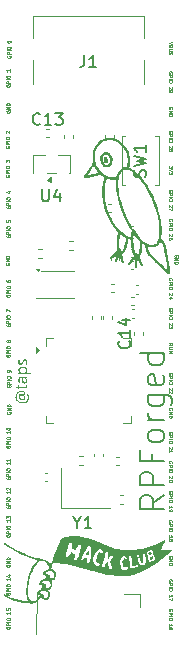
<source format=gbr>
%TF.GenerationSoftware,KiCad,Pcbnew,9.0.7*%
%TF.CreationDate,2026-01-26T20:35:49+05:30*%
%TF.ProjectId,Devboard,44657662-6f61-4726-942e-6b696361645f,rev?*%
%TF.SameCoordinates,Original*%
%TF.FileFunction,Legend,Top*%
%TF.FilePolarity,Positive*%
%FSLAX46Y46*%
G04 Gerber Fmt 4.6, Leading zero omitted, Abs format (unit mm)*
G04 Created by KiCad (PCBNEW 9.0.7) date 2026-01-26 20:35:49*
%MOMM*%
%LPD*%
G01*
G04 APERTURE LIST*
%ADD10C,0.100000*%
%ADD11C,0.037500*%
%ADD12C,0.187500*%
%ADD13C,0.150000*%
%ADD14C,0.120000*%
%ADD15C,0.000000*%
G04 APERTURE END LIST*
D10*
X70550000Y-68300000D02*
X70600000Y-68300000D01*
X70600000Y-68300000D02*
X70650000Y-68300000D01*
X70650000Y-68300000D02*
X70650000Y-69400000D01*
X69250000Y-68300000D02*
X70550000Y-68300000D01*
X61884859Y-68351076D02*
X61850000Y-71700000D01*
D11*
X73324378Y-59753242D02*
X73338664Y-59724671D01*
X73338664Y-59724671D02*
X73338664Y-59681813D01*
X73338664Y-59681813D02*
X73324378Y-59638956D01*
X73324378Y-59638956D02*
X73295807Y-59610385D01*
X73295807Y-59610385D02*
X73267235Y-59596099D01*
X73267235Y-59596099D02*
X73210092Y-59581813D01*
X73210092Y-59581813D02*
X73167235Y-59581813D01*
X73167235Y-59581813D02*
X73110092Y-59596099D01*
X73110092Y-59596099D02*
X73081521Y-59610385D01*
X73081521Y-59610385D02*
X73052950Y-59638956D01*
X73052950Y-59638956D02*
X73038664Y-59681813D01*
X73038664Y-59681813D02*
X73038664Y-59710385D01*
X73038664Y-59710385D02*
X73052950Y-59753242D01*
X73052950Y-59753242D02*
X73067235Y-59767528D01*
X73067235Y-59767528D02*
X73167235Y-59767528D01*
X73167235Y-59767528D02*
X73167235Y-59710385D01*
X73038664Y-59896099D02*
X73338664Y-59896099D01*
X73338664Y-59896099D02*
X73338664Y-60010385D01*
X73338664Y-60010385D02*
X73324378Y-60038956D01*
X73324378Y-60038956D02*
X73310092Y-60053242D01*
X73310092Y-60053242D02*
X73281521Y-60067528D01*
X73281521Y-60067528D02*
X73238664Y-60067528D01*
X73238664Y-60067528D02*
X73210092Y-60053242D01*
X73210092Y-60053242D02*
X73195807Y-60038956D01*
X73195807Y-60038956D02*
X73181521Y-60010385D01*
X73181521Y-60010385D02*
X73181521Y-59896099D01*
X73038664Y-60196099D02*
X73338664Y-60196099D01*
X73338664Y-60396099D02*
X73338664Y-60453242D01*
X73338664Y-60453242D02*
X73324378Y-60481813D01*
X73324378Y-60481813D02*
X73295807Y-60510385D01*
X73295807Y-60510385D02*
X73238664Y-60524670D01*
X73238664Y-60524670D02*
X73138664Y-60524670D01*
X73138664Y-60524670D02*
X73081521Y-60510385D01*
X73081521Y-60510385D02*
X73052950Y-60481813D01*
X73052950Y-60481813D02*
X73038664Y-60453242D01*
X73038664Y-60453242D02*
X73038664Y-60396099D01*
X73038664Y-60396099D02*
X73052950Y-60367528D01*
X73052950Y-60367528D02*
X73081521Y-60338956D01*
X73081521Y-60338956D02*
X73138664Y-60324670D01*
X73138664Y-60324670D02*
X73238664Y-60324670D01*
X73238664Y-60324670D02*
X73295807Y-60338956D01*
X73295807Y-60338956D02*
X73324378Y-60367528D01*
X73324378Y-60367528D02*
X73338664Y-60396099D01*
X73038664Y-61038956D02*
X73038664Y-60867527D01*
X73038664Y-60953242D02*
X73338664Y-60953242D01*
X73338664Y-60953242D02*
X73295807Y-60924670D01*
X73295807Y-60924670D02*
X73267235Y-60896099D01*
X73267235Y-60896099D02*
X73252950Y-60867527D01*
X73038664Y-61181813D02*
X73038664Y-61238956D01*
X73038664Y-61238956D02*
X73052950Y-61267527D01*
X73052950Y-61267527D02*
X73067235Y-61281813D01*
X73067235Y-61281813D02*
X73110092Y-61310384D01*
X73110092Y-61310384D02*
X73167235Y-61324670D01*
X73167235Y-61324670D02*
X73281521Y-61324670D01*
X73281521Y-61324670D02*
X73310092Y-61310384D01*
X73310092Y-61310384D02*
X73324378Y-61296099D01*
X73324378Y-61296099D02*
X73338664Y-61267527D01*
X73338664Y-61267527D02*
X73338664Y-61210384D01*
X73338664Y-61210384D02*
X73324378Y-61181813D01*
X73324378Y-61181813D02*
X73310092Y-61167527D01*
X73310092Y-61167527D02*
X73281521Y-61153241D01*
X73281521Y-61153241D02*
X73210092Y-61153241D01*
X73210092Y-61153241D02*
X73181521Y-61167527D01*
X73181521Y-61167527D02*
X73167235Y-61181813D01*
X73167235Y-61181813D02*
X73152950Y-61210384D01*
X73152950Y-61210384D02*
X73152950Y-61267527D01*
X73152950Y-61267527D02*
X73167235Y-61296099D01*
X73167235Y-61296099D02*
X73181521Y-61310384D01*
X73181521Y-61310384D02*
X73210092Y-61324670D01*
X73324378Y-34253242D02*
X73338664Y-34224671D01*
X73338664Y-34224671D02*
X73338664Y-34181813D01*
X73338664Y-34181813D02*
X73324378Y-34138956D01*
X73324378Y-34138956D02*
X73295807Y-34110385D01*
X73295807Y-34110385D02*
X73267235Y-34096099D01*
X73267235Y-34096099D02*
X73210092Y-34081813D01*
X73210092Y-34081813D02*
X73167235Y-34081813D01*
X73167235Y-34081813D02*
X73110092Y-34096099D01*
X73110092Y-34096099D02*
X73081521Y-34110385D01*
X73081521Y-34110385D02*
X73052950Y-34138956D01*
X73052950Y-34138956D02*
X73038664Y-34181813D01*
X73038664Y-34181813D02*
X73038664Y-34210385D01*
X73038664Y-34210385D02*
X73052950Y-34253242D01*
X73052950Y-34253242D02*
X73067235Y-34267528D01*
X73067235Y-34267528D02*
X73167235Y-34267528D01*
X73167235Y-34267528D02*
X73167235Y-34210385D01*
X73038664Y-34396099D02*
X73338664Y-34396099D01*
X73338664Y-34396099D02*
X73338664Y-34510385D01*
X73338664Y-34510385D02*
X73324378Y-34538956D01*
X73324378Y-34538956D02*
X73310092Y-34553242D01*
X73310092Y-34553242D02*
X73281521Y-34567528D01*
X73281521Y-34567528D02*
X73238664Y-34567528D01*
X73238664Y-34567528D02*
X73210092Y-34553242D01*
X73210092Y-34553242D02*
X73195807Y-34538956D01*
X73195807Y-34538956D02*
X73181521Y-34510385D01*
X73181521Y-34510385D02*
X73181521Y-34396099D01*
X73038664Y-34696099D02*
X73338664Y-34696099D01*
X73338664Y-34896099D02*
X73338664Y-34953242D01*
X73338664Y-34953242D02*
X73324378Y-34981813D01*
X73324378Y-34981813D02*
X73295807Y-35010385D01*
X73295807Y-35010385D02*
X73238664Y-35024670D01*
X73238664Y-35024670D02*
X73138664Y-35024670D01*
X73138664Y-35024670D02*
X73081521Y-35010385D01*
X73081521Y-35010385D02*
X73052950Y-34981813D01*
X73052950Y-34981813D02*
X73038664Y-34953242D01*
X73038664Y-34953242D02*
X73038664Y-34896099D01*
X73038664Y-34896099D02*
X73052950Y-34867528D01*
X73052950Y-34867528D02*
X73081521Y-34838956D01*
X73081521Y-34838956D02*
X73138664Y-34824670D01*
X73138664Y-34824670D02*
X73238664Y-34824670D01*
X73238664Y-34824670D02*
X73295807Y-34838956D01*
X73295807Y-34838956D02*
X73324378Y-34867528D01*
X73324378Y-34867528D02*
X73338664Y-34896099D01*
X73310092Y-35367527D02*
X73324378Y-35381813D01*
X73324378Y-35381813D02*
X73338664Y-35410385D01*
X73338664Y-35410385D02*
X73338664Y-35481813D01*
X73338664Y-35481813D02*
X73324378Y-35510385D01*
X73324378Y-35510385D02*
X73310092Y-35524670D01*
X73310092Y-35524670D02*
X73281521Y-35538956D01*
X73281521Y-35538956D02*
X73252950Y-35538956D01*
X73252950Y-35538956D02*
X73210092Y-35524670D01*
X73210092Y-35524670D02*
X73038664Y-35353242D01*
X73038664Y-35353242D02*
X73038664Y-35538956D01*
X73338664Y-35638956D02*
X73338664Y-35838956D01*
X73338664Y-35838956D02*
X73038664Y-35710384D01*
X59375621Y-52896757D02*
X59361335Y-52925329D01*
X59361335Y-52925329D02*
X59361335Y-52968186D01*
X59361335Y-52968186D02*
X59375621Y-53011043D01*
X59375621Y-53011043D02*
X59404192Y-53039614D01*
X59404192Y-53039614D02*
X59432764Y-53053900D01*
X59432764Y-53053900D02*
X59489907Y-53068186D01*
X59489907Y-53068186D02*
X59532764Y-53068186D01*
X59532764Y-53068186D02*
X59589907Y-53053900D01*
X59589907Y-53053900D02*
X59618478Y-53039614D01*
X59618478Y-53039614D02*
X59647050Y-53011043D01*
X59647050Y-53011043D02*
X59661335Y-52968186D01*
X59661335Y-52968186D02*
X59661335Y-52939614D01*
X59661335Y-52939614D02*
X59647050Y-52896757D01*
X59647050Y-52896757D02*
X59632764Y-52882471D01*
X59632764Y-52882471D02*
X59532764Y-52882471D01*
X59532764Y-52882471D02*
X59532764Y-52939614D01*
X59661335Y-52753900D02*
X59361335Y-52753900D01*
X59361335Y-52753900D02*
X59661335Y-52582471D01*
X59661335Y-52582471D02*
X59361335Y-52582471D01*
X59661335Y-52439614D02*
X59361335Y-52439614D01*
X59361335Y-52439614D02*
X59361335Y-52368185D01*
X59361335Y-52368185D02*
X59375621Y-52325328D01*
X59375621Y-52325328D02*
X59404192Y-52296757D01*
X59404192Y-52296757D02*
X59432764Y-52282471D01*
X59432764Y-52282471D02*
X59489907Y-52268185D01*
X59489907Y-52268185D02*
X59532764Y-52268185D01*
X59532764Y-52268185D02*
X59589907Y-52282471D01*
X59589907Y-52282471D02*
X59618478Y-52296757D01*
X59618478Y-52296757D02*
X59647050Y-52325328D01*
X59647050Y-52325328D02*
X59661335Y-52368185D01*
X59661335Y-52368185D02*
X59661335Y-52439614D01*
X73324378Y-49753242D02*
X73338664Y-49724671D01*
X73338664Y-49724671D02*
X73338664Y-49681813D01*
X73338664Y-49681813D02*
X73324378Y-49638956D01*
X73324378Y-49638956D02*
X73295807Y-49610385D01*
X73295807Y-49610385D02*
X73267235Y-49596099D01*
X73267235Y-49596099D02*
X73210092Y-49581813D01*
X73210092Y-49581813D02*
X73167235Y-49581813D01*
X73167235Y-49581813D02*
X73110092Y-49596099D01*
X73110092Y-49596099D02*
X73081521Y-49610385D01*
X73081521Y-49610385D02*
X73052950Y-49638956D01*
X73052950Y-49638956D02*
X73038664Y-49681813D01*
X73038664Y-49681813D02*
X73038664Y-49710385D01*
X73038664Y-49710385D02*
X73052950Y-49753242D01*
X73052950Y-49753242D02*
X73067235Y-49767528D01*
X73067235Y-49767528D02*
X73167235Y-49767528D01*
X73167235Y-49767528D02*
X73167235Y-49710385D01*
X73038664Y-49896099D02*
X73338664Y-49896099D01*
X73338664Y-49896099D02*
X73338664Y-50010385D01*
X73338664Y-50010385D02*
X73324378Y-50038956D01*
X73324378Y-50038956D02*
X73310092Y-50053242D01*
X73310092Y-50053242D02*
X73281521Y-50067528D01*
X73281521Y-50067528D02*
X73238664Y-50067528D01*
X73238664Y-50067528D02*
X73210092Y-50053242D01*
X73210092Y-50053242D02*
X73195807Y-50038956D01*
X73195807Y-50038956D02*
X73181521Y-50010385D01*
X73181521Y-50010385D02*
X73181521Y-49896099D01*
X73038664Y-50196099D02*
X73338664Y-50196099D01*
X73338664Y-50396099D02*
X73338664Y-50453242D01*
X73338664Y-50453242D02*
X73324378Y-50481813D01*
X73324378Y-50481813D02*
X73295807Y-50510385D01*
X73295807Y-50510385D02*
X73238664Y-50524670D01*
X73238664Y-50524670D02*
X73138664Y-50524670D01*
X73138664Y-50524670D02*
X73081521Y-50510385D01*
X73081521Y-50510385D02*
X73052950Y-50481813D01*
X73052950Y-50481813D02*
X73038664Y-50453242D01*
X73038664Y-50453242D02*
X73038664Y-50396099D01*
X73038664Y-50396099D02*
X73052950Y-50367528D01*
X73052950Y-50367528D02*
X73081521Y-50338956D01*
X73081521Y-50338956D02*
X73138664Y-50324670D01*
X73138664Y-50324670D02*
X73238664Y-50324670D01*
X73238664Y-50324670D02*
X73295807Y-50338956D01*
X73295807Y-50338956D02*
X73324378Y-50367528D01*
X73324378Y-50367528D02*
X73338664Y-50396099D01*
X73310092Y-50867527D02*
X73324378Y-50881813D01*
X73324378Y-50881813D02*
X73338664Y-50910385D01*
X73338664Y-50910385D02*
X73338664Y-50981813D01*
X73338664Y-50981813D02*
X73324378Y-51010385D01*
X73324378Y-51010385D02*
X73310092Y-51024670D01*
X73310092Y-51024670D02*
X73281521Y-51038956D01*
X73281521Y-51038956D02*
X73252950Y-51038956D01*
X73252950Y-51038956D02*
X73210092Y-51024670D01*
X73210092Y-51024670D02*
X73038664Y-50853242D01*
X73038664Y-50853242D02*
X73038664Y-51038956D01*
X73310092Y-51153241D02*
X73324378Y-51167527D01*
X73324378Y-51167527D02*
X73338664Y-51196099D01*
X73338664Y-51196099D02*
X73338664Y-51267527D01*
X73338664Y-51267527D02*
X73324378Y-51296099D01*
X73324378Y-51296099D02*
X73310092Y-51310384D01*
X73310092Y-51310384D02*
X73281521Y-51324670D01*
X73281521Y-51324670D02*
X73252950Y-51324670D01*
X73252950Y-51324670D02*
X73210092Y-51310384D01*
X73210092Y-51310384D02*
X73038664Y-51138956D01*
X73038664Y-51138956D02*
X73038664Y-51324670D01*
X73324378Y-57253242D02*
X73338664Y-57224671D01*
X73338664Y-57224671D02*
X73338664Y-57181813D01*
X73338664Y-57181813D02*
X73324378Y-57138956D01*
X73324378Y-57138956D02*
X73295807Y-57110385D01*
X73295807Y-57110385D02*
X73267235Y-57096099D01*
X73267235Y-57096099D02*
X73210092Y-57081813D01*
X73210092Y-57081813D02*
X73167235Y-57081813D01*
X73167235Y-57081813D02*
X73110092Y-57096099D01*
X73110092Y-57096099D02*
X73081521Y-57110385D01*
X73081521Y-57110385D02*
X73052950Y-57138956D01*
X73052950Y-57138956D02*
X73038664Y-57181813D01*
X73038664Y-57181813D02*
X73038664Y-57210385D01*
X73038664Y-57210385D02*
X73052950Y-57253242D01*
X73052950Y-57253242D02*
X73067235Y-57267528D01*
X73067235Y-57267528D02*
X73167235Y-57267528D01*
X73167235Y-57267528D02*
X73167235Y-57210385D01*
X73038664Y-57396099D02*
X73338664Y-57396099D01*
X73338664Y-57396099D02*
X73338664Y-57510385D01*
X73338664Y-57510385D02*
X73324378Y-57538956D01*
X73324378Y-57538956D02*
X73310092Y-57553242D01*
X73310092Y-57553242D02*
X73281521Y-57567528D01*
X73281521Y-57567528D02*
X73238664Y-57567528D01*
X73238664Y-57567528D02*
X73210092Y-57553242D01*
X73210092Y-57553242D02*
X73195807Y-57538956D01*
X73195807Y-57538956D02*
X73181521Y-57510385D01*
X73181521Y-57510385D02*
X73181521Y-57396099D01*
X73038664Y-57696099D02*
X73338664Y-57696099D01*
X73338664Y-57896099D02*
X73338664Y-57953242D01*
X73338664Y-57953242D02*
X73324378Y-57981813D01*
X73324378Y-57981813D02*
X73295807Y-58010385D01*
X73295807Y-58010385D02*
X73238664Y-58024670D01*
X73238664Y-58024670D02*
X73138664Y-58024670D01*
X73138664Y-58024670D02*
X73081521Y-58010385D01*
X73081521Y-58010385D02*
X73052950Y-57981813D01*
X73052950Y-57981813D02*
X73038664Y-57953242D01*
X73038664Y-57953242D02*
X73038664Y-57896099D01*
X73038664Y-57896099D02*
X73052950Y-57867528D01*
X73052950Y-57867528D02*
X73081521Y-57838956D01*
X73081521Y-57838956D02*
X73138664Y-57824670D01*
X73138664Y-57824670D02*
X73238664Y-57824670D01*
X73238664Y-57824670D02*
X73295807Y-57838956D01*
X73295807Y-57838956D02*
X73324378Y-57867528D01*
X73324378Y-57867528D02*
X73338664Y-57896099D01*
X73310092Y-58367527D02*
X73324378Y-58381813D01*
X73324378Y-58381813D02*
X73338664Y-58410385D01*
X73338664Y-58410385D02*
X73338664Y-58481813D01*
X73338664Y-58481813D02*
X73324378Y-58510385D01*
X73324378Y-58510385D02*
X73310092Y-58524670D01*
X73310092Y-58524670D02*
X73281521Y-58538956D01*
X73281521Y-58538956D02*
X73252950Y-58538956D01*
X73252950Y-58538956D02*
X73210092Y-58524670D01*
X73210092Y-58524670D02*
X73038664Y-58353242D01*
X73038664Y-58353242D02*
X73038664Y-58538956D01*
X73338664Y-58724670D02*
X73338664Y-58753241D01*
X73338664Y-58753241D02*
X73324378Y-58781813D01*
X73324378Y-58781813D02*
X73310092Y-58796099D01*
X73310092Y-58796099D02*
X73281521Y-58810384D01*
X73281521Y-58810384D02*
X73224378Y-58824670D01*
X73224378Y-58824670D02*
X73152950Y-58824670D01*
X73152950Y-58824670D02*
X73095807Y-58810384D01*
X73095807Y-58810384D02*
X73067235Y-58796099D01*
X73067235Y-58796099D02*
X73052950Y-58781813D01*
X73052950Y-58781813D02*
X73038664Y-58753241D01*
X73038664Y-58753241D02*
X73038664Y-58724670D01*
X73038664Y-58724670D02*
X73052950Y-58696099D01*
X73052950Y-58696099D02*
X73067235Y-58681813D01*
X73067235Y-58681813D02*
X73095807Y-58667527D01*
X73095807Y-58667527D02*
X73152950Y-58653241D01*
X73152950Y-58653241D02*
X73224378Y-58653241D01*
X73224378Y-58653241D02*
X73281521Y-58667527D01*
X73281521Y-58667527D02*
X73310092Y-58681813D01*
X73310092Y-58681813D02*
X73324378Y-58696099D01*
X73324378Y-58696099D02*
X73338664Y-58724670D01*
X59325621Y-35496757D02*
X59311335Y-35525329D01*
X59311335Y-35525329D02*
X59311335Y-35568186D01*
X59311335Y-35568186D02*
X59325621Y-35611043D01*
X59325621Y-35611043D02*
X59354192Y-35639614D01*
X59354192Y-35639614D02*
X59382764Y-35653900D01*
X59382764Y-35653900D02*
X59439907Y-35668186D01*
X59439907Y-35668186D02*
X59482764Y-35668186D01*
X59482764Y-35668186D02*
X59539907Y-35653900D01*
X59539907Y-35653900D02*
X59568478Y-35639614D01*
X59568478Y-35639614D02*
X59597050Y-35611043D01*
X59597050Y-35611043D02*
X59611335Y-35568186D01*
X59611335Y-35568186D02*
X59611335Y-35539614D01*
X59611335Y-35539614D02*
X59597050Y-35496757D01*
X59597050Y-35496757D02*
X59582764Y-35482471D01*
X59582764Y-35482471D02*
X59482764Y-35482471D01*
X59482764Y-35482471D02*
X59482764Y-35539614D01*
X59611335Y-35353900D02*
X59311335Y-35353900D01*
X59311335Y-35353900D02*
X59311335Y-35239614D01*
X59311335Y-35239614D02*
X59325621Y-35211043D01*
X59325621Y-35211043D02*
X59339907Y-35196757D01*
X59339907Y-35196757D02*
X59368478Y-35182471D01*
X59368478Y-35182471D02*
X59411335Y-35182471D01*
X59411335Y-35182471D02*
X59439907Y-35196757D01*
X59439907Y-35196757D02*
X59454192Y-35211043D01*
X59454192Y-35211043D02*
X59468478Y-35239614D01*
X59468478Y-35239614D02*
X59468478Y-35353900D01*
X59611335Y-35053900D02*
X59311335Y-35053900D01*
X59311335Y-34853900D02*
X59311335Y-34796757D01*
X59311335Y-34796757D02*
X59325621Y-34768186D01*
X59325621Y-34768186D02*
X59354192Y-34739614D01*
X59354192Y-34739614D02*
X59411335Y-34725329D01*
X59411335Y-34725329D02*
X59511335Y-34725329D01*
X59511335Y-34725329D02*
X59568478Y-34739614D01*
X59568478Y-34739614D02*
X59597050Y-34768186D01*
X59597050Y-34768186D02*
X59611335Y-34796757D01*
X59611335Y-34796757D02*
X59611335Y-34853900D01*
X59611335Y-34853900D02*
X59597050Y-34882472D01*
X59597050Y-34882472D02*
X59568478Y-34911043D01*
X59568478Y-34911043D02*
X59511335Y-34925329D01*
X59511335Y-34925329D02*
X59411335Y-34925329D01*
X59411335Y-34925329D02*
X59354192Y-34911043D01*
X59354192Y-34911043D02*
X59325621Y-34882472D01*
X59325621Y-34882472D02*
X59311335Y-34853900D01*
X59411335Y-34239615D02*
X59611335Y-34239615D01*
X59297050Y-34311043D02*
X59511335Y-34382472D01*
X59511335Y-34382472D02*
X59511335Y-34196757D01*
D12*
X72645488Y-59957597D02*
X71693107Y-60624264D01*
X72645488Y-61100454D02*
X70645488Y-61100454D01*
X70645488Y-61100454D02*
X70645488Y-60338549D01*
X70645488Y-60338549D02*
X70740726Y-60148073D01*
X70740726Y-60148073D02*
X70835964Y-60052835D01*
X70835964Y-60052835D02*
X71026440Y-59957597D01*
X71026440Y-59957597D02*
X71312154Y-59957597D01*
X71312154Y-59957597D02*
X71502630Y-60052835D01*
X71502630Y-60052835D02*
X71597869Y-60148073D01*
X71597869Y-60148073D02*
X71693107Y-60338549D01*
X71693107Y-60338549D02*
X71693107Y-61100454D01*
X72645488Y-59100454D02*
X70645488Y-59100454D01*
X70645488Y-59100454D02*
X70645488Y-58338549D01*
X70645488Y-58338549D02*
X70740726Y-58148073D01*
X70740726Y-58148073D02*
X70835964Y-58052835D01*
X70835964Y-58052835D02*
X71026440Y-57957597D01*
X71026440Y-57957597D02*
X71312154Y-57957597D01*
X71312154Y-57957597D02*
X71502630Y-58052835D01*
X71502630Y-58052835D02*
X71597869Y-58148073D01*
X71597869Y-58148073D02*
X71693107Y-58338549D01*
X71693107Y-58338549D02*
X71693107Y-59100454D01*
X71597869Y-56433787D02*
X71597869Y-57100454D01*
X72645488Y-57100454D02*
X70645488Y-57100454D01*
X70645488Y-57100454D02*
X70645488Y-56148073D01*
X72645488Y-55100454D02*
X72550250Y-55290930D01*
X72550250Y-55290930D02*
X72455011Y-55386168D01*
X72455011Y-55386168D02*
X72264535Y-55481406D01*
X72264535Y-55481406D02*
X71693107Y-55481406D01*
X71693107Y-55481406D02*
X71502630Y-55386168D01*
X71502630Y-55386168D02*
X71407392Y-55290930D01*
X71407392Y-55290930D02*
X71312154Y-55100454D01*
X71312154Y-55100454D02*
X71312154Y-54814739D01*
X71312154Y-54814739D02*
X71407392Y-54624263D01*
X71407392Y-54624263D02*
X71502630Y-54529025D01*
X71502630Y-54529025D02*
X71693107Y-54433787D01*
X71693107Y-54433787D02*
X72264535Y-54433787D01*
X72264535Y-54433787D02*
X72455011Y-54529025D01*
X72455011Y-54529025D02*
X72550250Y-54624263D01*
X72550250Y-54624263D02*
X72645488Y-54814739D01*
X72645488Y-54814739D02*
X72645488Y-55100454D01*
X72645488Y-53576644D02*
X71312154Y-53576644D01*
X71693107Y-53576644D02*
X71502630Y-53481406D01*
X71502630Y-53481406D02*
X71407392Y-53386168D01*
X71407392Y-53386168D02*
X71312154Y-53195692D01*
X71312154Y-53195692D02*
X71312154Y-53005215D01*
X71312154Y-51481406D02*
X72931202Y-51481406D01*
X72931202Y-51481406D02*
X73121678Y-51576644D01*
X73121678Y-51576644D02*
X73216916Y-51671882D01*
X73216916Y-51671882D02*
X73312154Y-51862359D01*
X73312154Y-51862359D02*
X73312154Y-52148073D01*
X73312154Y-52148073D02*
X73216916Y-52338549D01*
X72550250Y-51481406D02*
X72645488Y-51671882D01*
X72645488Y-51671882D02*
X72645488Y-52052835D01*
X72645488Y-52052835D02*
X72550250Y-52243311D01*
X72550250Y-52243311D02*
X72455011Y-52338549D01*
X72455011Y-52338549D02*
X72264535Y-52433787D01*
X72264535Y-52433787D02*
X71693107Y-52433787D01*
X71693107Y-52433787D02*
X71502630Y-52338549D01*
X71502630Y-52338549D02*
X71407392Y-52243311D01*
X71407392Y-52243311D02*
X71312154Y-52052835D01*
X71312154Y-52052835D02*
X71312154Y-51671882D01*
X71312154Y-51671882D02*
X71407392Y-51481406D01*
X72550250Y-49767120D02*
X72645488Y-49957596D01*
X72645488Y-49957596D02*
X72645488Y-50338549D01*
X72645488Y-50338549D02*
X72550250Y-50529025D01*
X72550250Y-50529025D02*
X72359773Y-50624263D01*
X72359773Y-50624263D02*
X71597869Y-50624263D01*
X71597869Y-50624263D02*
X71407392Y-50529025D01*
X71407392Y-50529025D02*
X71312154Y-50338549D01*
X71312154Y-50338549D02*
X71312154Y-49957596D01*
X71312154Y-49957596D02*
X71407392Y-49767120D01*
X71407392Y-49767120D02*
X71597869Y-49671882D01*
X71597869Y-49671882D02*
X71788345Y-49671882D01*
X71788345Y-49671882D02*
X71978821Y-50624263D01*
X72645488Y-47957596D02*
X70645488Y-47957596D01*
X72550250Y-47957596D02*
X72645488Y-48148072D01*
X72645488Y-48148072D02*
X72645488Y-48529025D01*
X72645488Y-48529025D02*
X72550250Y-48719501D01*
X72550250Y-48719501D02*
X72455011Y-48814739D01*
X72455011Y-48814739D02*
X72264535Y-48909977D01*
X72264535Y-48909977D02*
X71693107Y-48909977D01*
X71693107Y-48909977D02*
X71502630Y-48814739D01*
X71502630Y-48814739D02*
X71407392Y-48719501D01*
X71407392Y-48719501D02*
X71312154Y-48529025D01*
X71312154Y-48529025D02*
X71312154Y-48148072D01*
X71312154Y-48148072D02*
X71407392Y-47957596D01*
D11*
X59325621Y-37946757D02*
X59311335Y-37975329D01*
X59311335Y-37975329D02*
X59311335Y-38018186D01*
X59311335Y-38018186D02*
X59325621Y-38061043D01*
X59325621Y-38061043D02*
X59354192Y-38089614D01*
X59354192Y-38089614D02*
X59382764Y-38103900D01*
X59382764Y-38103900D02*
X59439907Y-38118186D01*
X59439907Y-38118186D02*
X59482764Y-38118186D01*
X59482764Y-38118186D02*
X59539907Y-38103900D01*
X59539907Y-38103900D02*
X59568478Y-38089614D01*
X59568478Y-38089614D02*
X59597050Y-38061043D01*
X59597050Y-38061043D02*
X59611335Y-38018186D01*
X59611335Y-38018186D02*
X59611335Y-37989614D01*
X59611335Y-37989614D02*
X59597050Y-37946757D01*
X59597050Y-37946757D02*
X59582764Y-37932471D01*
X59582764Y-37932471D02*
X59482764Y-37932471D01*
X59482764Y-37932471D02*
X59482764Y-37989614D01*
X59611335Y-37803900D02*
X59311335Y-37803900D01*
X59311335Y-37803900D02*
X59311335Y-37689614D01*
X59311335Y-37689614D02*
X59325621Y-37661043D01*
X59325621Y-37661043D02*
X59339907Y-37646757D01*
X59339907Y-37646757D02*
X59368478Y-37632471D01*
X59368478Y-37632471D02*
X59411335Y-37632471D01*
X59411335Y-37632471D02*
X59439907Y-37646757D01*
X59439907Y-37646757D02*
X59454192Y-37661043D01*
X59454192Y-37661043D02*
X59468478Y-37689614D01*
X59468478Y-37689614D02*
X59468478Y-37803900D01*
X59611335Y-37503900D02*
X59311335Y-37503900D01*
X59311335Y-37303900D02*
X59311335Y-37246757D01*
X59311335Y-37246757D02*
X59325621Y-37218186D01*
X59325621Y-37218186D02*
X59354192Y-37189614D01*
X59354192Y-37189614D02*
X59411335Y-37175329D01*
X59411335Y-37175329D02*
X59511335Y-37175329D01*
X59511335Y-37175329D02*
X59568478Y-37189614D01*
X59568478Y-37189614D02*
X59597050Y-37218186D01*
X59597050Y-37218186D02*
X59611335Y-37246757D01*
X59611335Y-37246757D02*
X59611335Y-37303900D01*
X59611335Y-37303900D02*
X59597050Y-37332472D01*
X59597050Y-37332472D02*
X59568478Y-37361043D01*
X59568478Y-37361043D02*
X59511335Y-37375329D01*
X59511335Y-37375329D02*
X59411335Y-37375329D01*
X59411335Y-37375329D02*
X59354192Y-37361043D01*
X59354192Y-37361043D02*
X59325621Y-37332472D01*
X59325621Y-37332472D02*
X59311335Y-37303900D01*
X59311335Y-36675329D02*
X59311335Y-36818186D01*
X59311335Y-36818186D02*
X59454192Y-36832472D01*
X59454192Y-36832472D02*
X59439907Y-36818186D01*
X59439907Y-36818186D02*
X59425621Y-36789615D01*
X59425621Y-36789615D02*
X59425621Y-36718186D01*
X59425621Y-36718186D02*
X59439907Y-36689615D01*
X59439907Y-36689615D02*
X59454192Y-36675329D01*
X59454192Y-36675329D02*
X59482764Y-36661043D01*
X59482764Y-36661043D02*
X59554192Y-36661043D01*
X59554192Y-36661043D02*
X59582764Y-36675329D01*
X59582764Y-36675329D02*
X59597050Y-36689615D01*
X59597050Y-36689615D02*
X59611335Y-36718186D01*
X59611335Y-36718186D02*
X59611335Y-36789615D01*
X59611335Y-36789615D02*
X59597050Y-36818186D01*
X59597050Y-36818186D02*
X59582764Y-36832472D01*
X59325621Y-42996757D02*
X59311335Y-43025329D01*
X59311335Y-43025329D02*
X59311335Y-43068186D01*
X59311335Y-43068186D02*
X59325621Y-43111043D01*
X59325621Y-43111043D02*
X59354192Y-43139614D01*
X59354192Y-43139614D02*
X59382764Y-43153900D01*
X59382764Y-43153900D02*
X59439907Y-43168186D01*
X59439907Y-43168186D02*
X59482764Y-43168186D01*
X59482764Y-43168186D02*
X59539907Y-43153900D01*
X59539907Y-43153900D02*
X59568478Y-43139614D01*
X59568478Y-43139614D02*
X59597050Y-43111043D01*
X59597050Y-43111043D02*
X59611335Y-43068186D01*
X59611335Y-43068186D02*
X59611335Y-43039614D01*
X59611335Y-43039614D02*
X59597050Y-42996757D01*
X59597050Y-42996757D02*
X59582764Y-42982471D01*
X59582764Y-42982471D02*
X59482764Y-42982471D01*
X59482764Y-42982471D02*
X59482764Y-43039614D01*
X59611335Y-42853900D02*
X59311335Y-42853900D01*
X59311335Y-42853900D02*
X59311335Y-42739614D01*
X59311335Y-42739614D02*
X59325621Y-42711043D01*
X59325621Y-42711043D02*
X59339907Y-42696757D01*
X59339907Y-42696757D02*
X59368478Y-42682471D01*
X59368478Y-42682471D02*
X59411335Y-42682471D01*
X59411335Y-42682471D02*
X59439907Y-42696757D01*
X59439907Y-42696757D02*
X59454192Y-42711043D01*
X59454192Y-42711043D02*
X59468478Y-42739614D01*
X59468478Y-42739614D02*
X59468478Y-42853900D01*
X59611335Y-42553900D02*
X59311335Y-42553900D01*
X59311335Y-42353900D02*
X59311335Y-42296757D01*
X59311335Y-42296757D02*
X59325621Y-42268186D01*
X59325621Y-42268186D02*
X59354192Y-42239614D01*
X59354192Y-42239614D02*
X59411335Y-42225329D01*
X59411335Y-42225329D02*
X59511335Y-42225329D01*
X59511335Y-42225329D02*
X59568478Y-42239614D01*
X59568478Y-42239614D02*
X59597050Y-42268186D01*
X59597050Y-42268186D02*
X59611335Y-42296757D01*
X59611335Y-42296757D02*
X59611335Y-42353900D01*
X59611335Y-42353900D02*
X59597050Y-42382472D01*
X59597050Y-42382472D02*
X59568478Y-42411043D01*
X59568478Y-42411043D02*
X59511335Y-42425329D01*
X59511335Y-42425329D02*
X59411335Y-42425329D01*
X59411335Y-42425329D02*
X59354192Y-42411043D01*
X59354192Y-42411043D02*
X59325621Y-42382472D01*
X59325621Y-42382472D02*
X59311335Y-42353900D01*
X59311335Y-41739615D02*
X59311335Y-41796757D01*
X59311335Y-41796757D02*
X59325621Y-41825329D01*
X59325621Y-41825329D02*
X59339907Y-41839615D01*
X59339907Y-41839615D02*
X59382764Y-41868186D01*
X59382764Y-41868186D02*
X59439907Y-41882472D01*
X59439907Y-41882472D02*
X59554192Y-41882472D01*
X59554192Y-41882472D02*
X59582764Y-41868186D01*
X59582764Y-41868186D02*
X59597050Y-41853900D01*
X59597050Y-41853900D02*
X59611335Y-41825329D01*
X59611335Y-41825329D02*
X59611335Y-41768186D01*
X59611335Y-41768186D02*
X59597050Y-41739615D01*
X59597050Y-41739615D02*
X59582764Y-41725329D01*
X59582764Y-41725329D02*
X59554192Y-41711043D01*
X59554192Y-41711043D02*
X59482764Y-41711043D01*
X59482764Y-41711043D02*
X59454192Y-41725329D01*
X59454192Y-41725329D02*
X59439907Y-41739615D01*
X59439907Y-41739615D02*
X59425621Y-41768186D01*
X59425621Y-41768186D02*
X59425621Y-41825329D01*
X59425621Y-41825329D02*
X59439907Y-41853900D01*
X59439907Y-41853900D02*
X59454192Y-41868186D01*
X59454192Y-41868186D02*
X59482764Y-41882472D01*
X59325621Y-45496757D02*
X59311335Y-45525329D01*
X59311335Y-45525329D02*
X59311335Y-45568186D01*
X59311335Y-45568186D02*
X59325621Y-45611043D01*
X59325621Y-45611043D02*
X59354192Y-45639614D01*
X59354192Y-45639614D02*
X59382764Y-45653900D01*
X59382764Y-45653900D02*
X59439907Y-45668186D01*
X59439907Y-45668186D02*
X59482764Y-45668186D01*
X59482764Y-45668186D02*
X59539907Y-45653900D01*
X59539907Y-45653900D02*
X59568478Y-45639614D01*
X59568478Y-45639614D02*
X59597050Y-45611043D01*
X59597050Y-45611043D02*
X59611335Y-45568186D01*
X59611335Y-45568186D02*
X59611335Y-45539614D01*
X59611335Y-45539614D02*
X59597050Y-45496757D01*
X59597050Y-45496757D02*
X59582764Y-45482471D01*
X59582764Y-45482471D02*
X59482764Y-45482471D01*
X59482764Y-45482471D02*
X59482764Y-45539614D01*
X59611335Y-45353900D02*
X59311335Y-45353900D01*
X59311335Y-45353900D02*
X59311335Y-45239614D01*
X59311335Y-45239614D02*
X59325621Y-45211043D01*
X59325621Y-45211043D02*
X59339907Y-45196757D01*
X59339907Y-45196757D02*
X59368478Y-45182471D01*
X59368478Y-45182471D02*
X59411335Y-45182471D01*
X59411335Y-45182471D02*
X59439907Y-45196757D01*
X59439907Y-45196757D02*
X59454192Y-45211043D01*
X59454192Y-45211043D02*
X59468478Y-45239614D01*
X59468478Y-45239614D02*
X59468478Y-45353900D01*
X59611335Y-45053900D02*
X59311335Y-45053900D01*
X59311335Y-44853900D02*
X59311335Y-44796757D01*
X59311335Y-44796757D02*
X59325621Y-44768186D01*
X59325621Y-44768186D02*
X59354192Y-44739614D01*
X59354192Y-44739614D02*
X59411335Y-44725329D01*
X59411335Y-44725329D02*
X59511335Y-44725329D01*
X59511335Y-44725329D02*
X59568478Y-44739614D01*
X59568478Y-44739614D02*
X59597050Y-44768186D01*
X59597050Y-44768186D02*
X59611335Y-44796757D01*
X59611335Y-44796757D02*
X59611335Y-44853900D01*
X59611335Y-44853900D02*
X59597050Y-44882472D01*
X59597050Y-44882472D02*
X59568478Y-44911043D01*
X59568478Y-44911043D02*
X59511335Y-44925329D01*
X59511335Y-44925329D02*
X59411335Y-44925329D01*
X59411335Y-44925329D02*
X59354192Y-44911043D01*
X59354192Y-44911043D02*
X59325621Y-44882472D01*
X59325621Y-44882472D02*
X59311335Y-44853900D01*
X59311335Y-44396757D02*
X59311335Y-44196757D01*
X59311335Y-44196757D02*
X59611335Y-44325329D01*
X59275621Y-32846757D02*
X59261335Y-32875329D01*
X59261335Y-32875329D02*
X59261335Y-32918186D01*
X59261335Y-32918186D02*
X59275621Y-32961043D01*
X59275621Y-32961043D02*
X59304192Y-32989614D01*
X59304192Y-32989614D02*
X59332764Y-33003900D01*
X59332764Y-33003900D02*
X59389907Y-33018186D01*
X59389907Y-33018186D02*
X59432764Y-33018186D01*
X59432764Y-33018186D02*
X59489907Y-33003900D01*
X59489907Y-33003900D02*
X59518478Y-32989614D01*
X59518478Y-32989614D02*
X59547050Y-32961043D01*
X59547050Y-32961043D02*
X59561335Y-32918186D01*
X59561335Y-32918186D02*
X59561335Y-32889614D01*
X59561335Y-32889614D02*
X59547050Y-32846757D01*
X59547050Y-32846757D02*
X59532764Y-32832471D01*
X59532764Y-32832471D02*
X59432764Y-32832471D01*
X59432764Y-32832471D02*
X59432764Y-32889614D01*
X59561335Y-32703900D02*
X59261335Y-32703900D01*
X59261335Y-32703900D02*
X59261335Y-32589614D01*
X59261335Y-32589614D02*
X59275621Y-32561043D01*
X59275621Y-32561043D02*
X59289907Y-32546757D01*
X59289907Y-32546757D02*
X59318478Y-32532471D01*
X59318478Y-32532471D02*
X59361335Y-32532471D01*
X59361335Y-32532471D02*
X59389907Y-32546757D01*
X59389907Y-32546757D02*
X59404192Y-32561043D01*
X59404192Y-32561043D02*
X59418478Y-32589614D01*
X59418478Y-32589614D02*
X59418478Y-32703900D01*
X59561335Y-32403900D02*
X59261335Y-32403900D01*
X59261335Y-32203900D02*
X59261335Y-32146757D01*
X59261335Y-32146757D02*
X59275621Y-32118186D01*
X59275621Y-32118186D02*
X59304192Y-32089614D01*
X59304192Y-32089614D02*
X59361335Y-32075329D01*
X59361335Y-32075329D02*
X59461335Y-32075329D01*
X59461335Y-32075329D02*
X59518478Y-32089614D01*
X59518478Y-32089614D02*
X59547050Y-32118186D01*
X59547050Y-32118186D02*
X59561335Y-32146757D01*
X59561335Y-32146757D02*
X59561335Y-32203900D01*
X59561335Y-32203900D02*
X59547050Y-32232472D01*
X59547050Y-32232472D02*
X59518478Y-32261043D01*
X59518478Y-32261043D02*
X59461335Y-32275329D01*
X59461335Y-32275329D02*
X59361335Y-32275329D01*
X59361335Y-32275329D02*
X59304192Y-32261043D01*
X59304192Y-32261043D02*
X59275621Y-32232472D01*
X59275621Y-32232472D02*
X59261335Y-32203900D01*
X59261335Y-31746757D02*
X59261335Y-31561043D01*
X59261335Y-31561043D02*
X59375621Y-31661043D01*
X59375621Y-31661043D02*
X59375621Y-31618186D01*
X59375621Y-31618186D02*
X59389907Y-31589615D01*
X59389907Y-31589615D02*
X59404192Y-31575329D01*
X59404192Y-31575329D02*
X59432764Y-31561043D01*
X59432764Y-31561043D02*
X59504192Y-31561043D01*
X59504192Y-31561043D02*
X59532764Y-31575329D01*
X59532764Y-31575329D02*
X59547050Y-31589615D01*
X59547050Y-31589615D02*
X59561335Y-31618186D01*
X59561335Y-31618186D02*
X59561335Y-31703900D01*
X59561335Y-31703900D02*
X59547050Y-31732472D01*
X59547050Y-31732472D02*
X59532764Y-31746757D01*
X59325621Y-63296757D02*
X59311335Y-63325329D01*
X59311335Y-63325329D02*
X59311335Y-63368186D01*
X59311335Y-63368186D02*
X59325621Y-63411043D01*
X59325621Y-63411043D02*
X59354192Y-63439614D01*
X59354192Y-63439614D02*
X59382764Y-63453900D01*
X59382764Y-63453900D02*
X59439907Y-63468186D01*
X59439907Y-63468186D02*
X59482764Y-63468186D01*
X59482764Y-63468186D02*
X59539907Y-63453900D01*
X59539907Y-63453900D02*
X59568478Y-63439614D01*
X59568478Y-63439614D02*
X59597050Y-63411043D01*
X59597050Y-63411043D02*
X59611335Y-63368186D01*
X59611335Y-63368186D02*
X59611335Y-63339614D01*
X59611335Y-63339614D02*
X59597050Y-63296757D01*
X59597050Y-63296757D02*
X59582764Y-63282471D01*
X59582764Y-63282471D02*
X59482764Y-63282471D01*
X59482764Y-63282471D02*
X59482764Y-63339614D01*
X59611335Y-63153900D02*
X59311335Y-63153900D01*
X59311335Y-63153900D02*
X59311335Y-63039614D01*
X59311335Y-63039614D02*
X59325621Y-63011043D01*
X59325621Y-63011043D02*
X59339907Y-62996757D01*
X59339907Y-62996757D02*
X59368478Y-62982471D01*
X59368478Y-62982471D02*
X59411335Y-62982471D01*
X59411335Y-62982471D02*
X59439907Y-62996757D01*
X59439907Y-62996757D02*
X59454192Y-63011043D01*
X59454192Y-63011043D02*
X59468478Y-63039614D01*
X59468478Y-63039614D02*
X59468478Y-63153900D01*
X59611335Y-62853900D02*
X59311335Y-62853900D01*
X59311335Y-62653900D02*
X59311335Y-62596757D01*
X59311335Y-62596757D02*
X59325621Y-62568186D01*
X59325621Y-62568186D02*
X59354192Y-62539614D01*
X59354192Y-62539614D02*
X59411335Y-62525329D01*
X59411335Y-62525329D02*
X59511335Y-62525329D01*
X59511335Y-62525329D02*
X59568478Y-62539614D01*
X59568478Y-62539614D02*
X59597050Y-62568186D01*
X59597050Y-62568186D02*
X59611335Y-62596757D01*
X59611335Y-62596757D02*
X59611335Y-62653900D01*
X59611335Y-62653900D02*
X59597050Y-62682472D01*
X59597050Y-62682472D02*
X59568478Y-62711043D01*
X59568478Y-62711043D02*
X59511335Y-62725329D01*
X59511335Y-62725329D02*
X59411335Y-62725329D01*
X59411335Y-62725329D02*
X59354192Y-62711043D01*
X59354192Y-62711043D02*
X59325621Y-62682472D01*
X59325621Y-62682472D02*
X59311335Y-62653900D01*
X59611335Y-62011043D02*
X59611335Y-62182472D01*
X59611335Y-62096757D02*
X59311335Y-62096757D01*
X59311335Y-62096757D02*
X59354192Y-62125329D01*
X59354192Y-62125329D02*
X59382764Y-62153900D01*
X59382764Y-62153900D02*
X59397050Y-62182472D01*
X59311335Y-61911043D02*
X59311335Y-61725329D01*
X59311335Y-61725329D02*
X59425621Y-61825329D01*
X59425621Y-61825329D02*
X59425621Y-61782472D01*
X59425621Y-61782472D02*
X59439907Y-61753901D01*
X59439907Y-61753901D02*
X59454192Y-61739615D01*
X59454192Y-61739615D02*
X59482764Y-61725329D01*
X59482764Y-61725329D02*
X59554192Y-61725329D01*
X59554192Y-61725329D02*
X59582764Y-61739615D01*
X59582764Y-61739615D02*
X59597050Y-61753901D01*
X59597050Y-61753901D02*
X59611335Y-61782472D01*
X59611335Y-61782472D02*
X59611335Y-61868186D01*
X59611335Y-61868186D02*
X59597050Y-61896758D01*
X59597050Y-61896758D02*
X59582764Y-61911043D01*
X59325621Y-25196757D02*
X59311335Y-25225329D01*
X59311335Y-25225329D02*
X59311335Y-25268186D01*
X59311335Y-25268186D02*
X59325621Y-25311043D01*
X59325621Y-25311043D02*
X59354192Y-25339614D01*
X59354192Y-25339614D02*
X59382764Y-25353900D01*
X59382764Y-25353900D02*
X59439907Y-25368186D01*
X59439907Y-25368186D02*
X59482764Y-25368186D01*
X59482764Y-25368186D02*
X59539907Y-25353900D01*
X59539907Y-25353900D02*
X59568478Y-25339614D01*
X59568478Y-25339614D02*
X59597050Y-25311043D01*
X59597050Y-25311043D02*
X59611335Y-25268186D01*
X59611335Y-25268186D02*
X59611335Y-25239614D01*
X59611335Y-25239614D02*
X59597050Y-25196757D01*
X59597050Y-25196757D02*
X59582764Y-25182471D01*
X59582764Y-25182471D02*
X59482764Y-25182471D01*
X59482764Y-25182471D02*
X59482764Y-25239614D01*
X59611335Y-25053900D02*
X59311335Y-25053900D01*
X59311335Y-25053900D02*
X59311335Y-24939614D01*
X59311335Y-24939614D02*
X59325621Y-24911043D01*
X59325621Y-24911043D02*
X59339907Y-24896757D01*
X59339907Y-24896757D02*
X59368478Y-24882471D01*
X59368478Y-24882471D02*
X59411335Y-24882471D01*
X59411335Y-24882471D02*
X59439907Y-24896757D01*
X59439907Y-24896757D02*
X59454192Y-24911043D01*
X59454192Y-24911043D02*
X59468478Y-24939614D01*
X59468478Y-24939614D02*
X59468478Y-25053900D01*
X59611335Y-24753900D02*
X59311335Y-24753900D01*
X59311335Y-24553900D02*
X59311335Y-24496757D01*
X59311335Y-24496757D02*
X59325621Y-24468186D01*
X59325621Y-24468186D02*
X59354192Y-24439614D01*
X59354192Y-24439614D02*
X59411335Y-24425329D01*
X59411335Y-24425329D02*
X59511335Y-24425329D01*
X59511335Y-24425329D02*
X59568478Y-24439614D01*
X59568478Y-24439614D02*
X59597050Y-24468186D01*
X59597050Y-24468186D02*
X59611335Y-24496757D01*
X59611335Y-24496757D02*
X59611335Y-24553900D01*
X59611335Y-24553900D02*
X59597050Y-24582472D01*
X59597050Y-24582472D02*
X59568478Y-24611043D01*
X59568478Y-24611043D02*
X59511335Y-24625329D01*
X59511335Y-24625329D02*
X59411335Y-24625329D01*
X59411335Y-24625329D02*
X59354192Y-24611043D01*
X59354192Y-24611043D02*
X59325621Y-24582472D01*
X59325621Y-24582472D02*
X59311335Y-24553900D01*
X59611335Y-23911043D02*
X59611335Y-24082472D01*
X59611335Y-23996757D02*
X59311335Y-23996757D01*
X59311335Y-23996757D02*
X59354192Y-24025329D01*
X59354192Y-24025329D02*
X59382764Y-24053900D01*
X59382764Y-24053900D02*
X59397050Y-24082472D01*
X59325621Y-71096757D02*
X59311335Y-71125329D01*
X59311335Y-71125329D02*
X59311335Y-71168186D01*
X59311335Y-71168186D02*
X59325621Y-71211043D01*
X59325621Y-71211043D02*
X59354192Y-71239614D01*
X59354192Y-71239614D02*
X59382764Y-71253900D01*
X59382764Y-71253900D02*
X59439907Y-71268186D01*
X59439907Y-71268186D02*
X59482764Y-71268186D01*
X59482764Y-71268186D02*
X59539907Y-71253900D01*
X59539907Y-71253900D02*
X59568478Y-71239614D01*
X59568478Y-71239614D02*
X59597050Y-71211043D01*
X59597050Y-71211043D02*
X59611335Y-71168186D01*
X59611335Y-71168186D02*
X59611335Y-71139614D01*
X59611335Y-71139614D02*
X59597050Y-71096757D01*
X59597050Y-71096757D02*
X59582764Y-71082471D01*
X59582764Y-71082471D02*
X59482764Y-71082471D01*
X59482764Y-71082471D02*
X59482764Y-71139614D01*
X59611335Y-70953900D02*
X59311335Y-70953900D01*
X59311335Y-70953900D02*
X59311335Y-70839614D01*
X59311335Y-70839614D02*
X59325621Y-70811043D01*
X59325621Y-70811043D02*
X59339907Y-70796757D01*
X59339907Y-70796757D02*
X59368478Y-70782471D01*
X59368478Y-70782471D02*
X59411335Y-70782471D01*
X59411335Y-70782471D02*
X59439907Y-70796757D01*
X59439907Y-70796757D02*
X59454192Y-70811043D01*
X59454192Y-70811043D02*
X59468478Y-70839614D01*
X59468478Y-70839614D02*
X59468478Y-70953900D01*
X59611335Y-70653900D02*
X59311335Y-70653900D01*
X59311335Y-70453900D02*
X59311335Y-70396757D01*
X59311335Y-70396757D02*
X59325621Y-70368186D01*
X59325621Y-70368186D02*
X59354192Y-70339614D01*
X59354192Y-70339614D02*
X59411335Y-70325329D01*
X59411335Y-70325329D02*
X59511335Y-70325329D01*
X59511335Y-70325329D02*
X59568478Y-70339614D01*
X59568478Y-70339614D02*
X59597050Y-70368186D01*
X59597050Y-70368186D02*
X59611335Y-70396757D01*
X59611335Y-70396757D02*
X59611335Y-70453900D01*
X59611335Y-70453900D02*
X59597050Y-70482472D01*
X59597050Y-70482472D02*
X59568478Y-70511043D01*
X59568478Y-70511043D02*
X59511335Y-70525329D01*
X59511335Y-70525329D02*
X59411335Y-70525329D01*
X59411335Y-70525329D02*
X59354192Y-70511043D01*
X59354192Y-70511043D02*
X59325621Y-70482472D01*
X59325621Y-70482472D02*
X59311335Y-70453900D01*
X59611335Y-69811043D02*
X59611335Y-69982472D01*
X59611335Y-69896757D02*
X59311335Y-69896757D01*
X59311335Y-69896757D02*
X59354192Y-69925329D01*
X59354192Y-69925329D02*
X59382764Y-69953900D01*
X59382764Y-69953900D02*
X59397050Y-69982472D01*
X59311335Y-69539615D02*
X59311335Y-69682472D01*
X59311335Y-69682472D02*
X59454192Y-69696758D01*
X59454192Y-69696758D02*
X59439907Y-69682472D01*
X59439907Y-69682472D02*
X59425621Y-69653901D01*
X59425621Y-69653901D02*
X59425621Y-69582472D01*
X59425621Y-69582472D02*
X59439907Y-69553901D01*
X59439907Y-69553901D02*
X59454192Y-69539615D01*
X59454192Y-69539615D02*
X59482764Y-69525329D01*
X59482764Y-69525329D02*
X59554192Y-69525329D01*
X59554192Y-69525329D02*
X59582764Y-69539615D01*
X59582764Y-69539615D02*
X59597050Y-69553901D01*
X59597050Y-69553901D02*
X59611335Y-69582472D01*
X59611335Y-69582472D02*
X59611335Y-69653901D01*
X59611335Y-69653901D02*
X59597050Y-69682472D01*
X59597050Y-69682472D02*
X59582764Y-69696758D01*
X59325621Y-60896757D02*
X59311335Y-60925329D01*
X59311335Y-60925329D02*
X59311335Y-60968186D01*
X59311335Y-60968186D02*
X59325621Y-61011043D01*
X59325621Y-61011043D02*
X59354192Y-61039614D01*
X59354192Y-61039614D02*
X59382764Y-61053900D01*
X59382764Y-61053900D02*
X59439907Y-61068186D01*
X59439907Y-61068186D02*
X59482764Y-61068186D01*
X59482764Y-61068186D02*
X59539907Y-61053900D01*
X59539907Y-61053900D02*
X59568478Y-61039614D01*
X59568478Y-61039614D02*
X59597050Y-61011043D01*
X59597050Y-61011043D02*
X59611335Y-60968186D01*
X59611335Y-60968186D02*
X59611335Y-60939614D01*
X59611335Y-60939614D02*
X59597050Y-60896757D01*
X59597050Y-60896757D02*
X59582764Y-60882471D01*
X59582764Y-60882471D02*
X59482764Y-60882471D01*
X59482764Y-60882471D02*
X59482764Y-60939614D01*
X59611335Y-60753900D02*
X59311335Y-60753900D01*
X59311335Y-60753900D02*
X59311335Y-60639614D01*
X59311335Y-60639614D02*
X59325621Y-60611043D01*
X59325621Y-60611043D02*
X59339907Y-60596757D01*
X59339907Y-60596757D02*
X59368478Y-60582471D01*
X59368478Y-60582471D02*
X59411335Y-60582471D01*
X59411335Y-60582471D02*
X59439907Y-60596757D01*
X59439907Y-60596757D02*
X59454192Y-60611043D01*
X59454192Y-60611043D02*
X59468478Y-60639614D01*
X59468478Y-60639614D02*
X59468478Y-60753900D01*
X59611335Y-60453900D02*
X59311335Y-60453900D01*
X59311335Y-60253900D02*
X59311335Y-60196757D01*
X59311335Y-60196757D02*
X59325621Y-60168186D01*
X59325621Y-60168186D02*
X59354192Y-60139614D01*
X59354192Y-60139614D02*
X59411335Y-60125329D01*
X59411335Y-60125329D02*
X59511335Y-60125329D01*
X59511335Y-60125329D02*
X59568478Y-60139614D01*
X59568478Y-60139614D02*
X59597050Y-60168186D01*
X59597050Y-60168186D02*
X59611335Y-60196757D01*
X59611335Y-60196757D02*
X59611335Y-60253900D01*
X59611335Y-60253900D02*
X59597050Y-60282472D01*
X59597050Y-60282472D02*
X59568478Y-60311043D01*
X59568478Y-60311043D02*
X59511335Y-60325329D01*
X59511335Y-60325329D02*
X59411335Y-60325329D01*
X59411335Y-60325329D02*
X59354192Y-60311043D01*
X59354192Y-60311043D02*
X59325621Y-60282472D01*
X59325621Y-60282472D02*
X59311335Y-60253900D01*
X59611335Y-59611043D02*
X59611335Y-59782472D01*
X59611335Y-59696757D02*
X59311335Y-59696757D01*
X59311335Y-59696757D02*
X59354192Y-59725329D01*
X59354192Y-59725329D02*
X59382764Y-59753900D01*
X59382764Y-59753900D02*
X59397050Y-59782472D01*
X59339907Y-59496758D02*
X59325621Y-59482472D01*
X59325621Y-59482472D02*
X59311335Y-59453901D01*
X59311335Y-59453901D02*
X59311335Y-59382472D01*
X59311335Y-59382472D02*
X59325621Y-59353901D01*
X59325621Y-59353901D02*
X59339907Y-59339615D01*
X59339907Y-59339615D02*
X59368478Y-59325329D01*
X59368478Y-59325329D02*
X59397050Y-59325329D01*
X59397050Y-59325329D02*
X59439907Y-59339615D01*
X59439907Y-59339615D02*
X59611335Y-59511043D01*
X59611335Y-59511043D02*
X59611335Y-59325329D01*
X73324378Y-62253242D02*
X73338664Y-62224671D01*
X73338664Y-62224671D02*
X73338664Y-62181813D01*
X73338664Y-62181813D02*
X73324378Y-62138956D01*
X73324378Y-62138956D02*
X73295807Y-62110385D01*
X73295807Y-62110385D02*
X73267235Y-62096099D01*
X73267235Y-62096099D02*
X73210092Y-62081813D01*
X73210092Y-62081813D02*
X73167235Y-62081813D01*
X73167235Y-62081813D02*
X73110092Y-62096099D01*
X73110092Y-62096099D02*
X73081521Y-62110385D01*
X73081521Y-62110385D02*
X73052950Y-62138956D01*
X73052950Y-62138956D02*
X73038664Y-62181813D01*
X73038664Y-62181813D02*
X73038664Y-62210385D01*
X73038664Y-62210385D02*
X73052950Y-62253242D01*
X73052950Y-62253242D02*
X73067235Y-62267528D01*
X73067235Y-62267528D02*
X73167235Y-62267528D01*
X73167235Y-62267528D02*
X73167235Y-62210385D01*
X73038664Y-62396099D02*
X73338664Y-62396099D01*
X73338664Y-62396099D02*
X73338664Y-62510385D01*
X73338664Y-62510385D02*
X73324378Y-62538956D01*
X73324378Y-62538956D02*
X73310092Y-62553242D01*
X73310092Y-62553242D02*
X73281521Y-62567528D01*
X73281521Y-62567528D02*
X73238664Y-62567528D01*
X73238664Y-62567528D02*
X73210092Y-62553242D01*
X73210092Y-62553242D02*
X73195807Y-62538956D01*
X73195807Y-62538956D02*
X73181521Y-62510385D01*
X73181521Y-62510385D02*
X73181521Y-62396099D01*
X73038664Y-62696099D02*
X73338664Y-62696099D01*
X73338664Y-62896099D02*
X73338664Y-62953242D01*
X73338664Y-62953242D02*
X73324378Y-62981813D01*
X73324378Y-62981813D02*
X73295807Y-63010385D01*
X73295807Y-63010385D02*
X73238664Y-63024670D01*
X73238664Y-63024670D02*
X73138664Y-63024670D01*
X73138664Y-63024670D02*
X73081521Y-63010385D01*
X73081521Y-63010385D02*
X73052950Y-62981813D01*
X73052950Y-62981813D02*
X73038664Y-62953242D01*
X73038664Y-62953242D02*
X73038664Y-62896099D01*
X73038664Y-62896099D02*
X73052950Y-62867528D01*
X73052950Y-62867528D02*
X73081521Y-62838956D01*
X73081521Y-62838956D02*
X73138664Y-62824670D01*
X73138664Y-62824670D02*
X73238664Y-62824670D01*
X73238664Y-62824670D02*
X73295807Y-62838956D01*
X73295807Y-62838956D02*
X73324378Y-62867528D01*
X73324378Y-62867528D02*
X73338664Y-62896099D01*
X73038664Y-63538956D02*
X73038664Y-63367527D01*
X73038664Y-63453242D02*
X73338664Y-63453242D01*
X73338664Y-63453242D02*
X73295807Y-63424670D01*
X73295807Y-63424670D02*
X73267235Y-63396099D01*
X73267235Y-63396099D02*
X73252950Y-63367527D01*
X73210092Y-63710384D02*
X73224378Y-63681813D01*
X73224378Y-63681813D02*
X73238664Y-63667527D01*
X73238664Y-63667527D02*
X73267235Y-63653241D01*
X73267235Y-63653241D02*
X73281521Y-63653241D01*
X73281521Y-63653241D02*
X73310092Y-63667527D01*
X73310092Y-63667527D02*
X73324378Y-63681813D01*
X73324378Y-63681813D02*
X73338664Y-63710384D01*
X73338664Y-63710384D02*
X73338664Y-63767527D01*
X73338664Y-63767527D02*
X73324378Y-63796099D01*
X73324378Y-63796099D02*
X73310092Y-63810384D01*
X73310092Y-63810384D02*
X73281521Y-63824670D01*
X73281521Y-63824670D02*
X73267235Y-63824670D01*
X73267235Y-63824670D02*
X73238664Y-63810384D01*
X73238664Y-63810384D02*
X73224378Y-63796099D01*
X73224378Y-63796099D02*
X73210092Y-63767527D01*
X73210092Y-63767527D02*
X73210092Y-63710384D01*
X73210092Y-63710384D02*
X73195807Y-63681813D01*
X73195807Y-63681813D02*
X73181521Y-63667527D01*
X73181521Y-63667527D02*
X73152950Y-63653241D01*
X73152950Y-63653241D02*
X73095807Y-63653241D01*
X73095807Y-63653241D02*
X73067235Y-63667527D01*
X73067235Y-63667527D02*
X73052950Y-63681813D01*
X73052950Y-63681813D02*
X73038664Y-63710384D01*
X73038664Y-63710384D02*
X73038664Y-63767527D01*
X73038664Y-63767527D02*
X73052950Y-63796099D01*
X73052950Y-63796099D02*
X73067235Y-63810384D01*
X73067235Y-63810384D02*
X73095807Y-63824670D01*
X73095807Y-63824670D02*
X73152950Y-63824670D01*
X73152950Y-63824670D02*
X73181521Y-63810384D01*
X73181521Y-63810384D02*
X73195807Y-63796099D01*
X73195807Y-63796099D02*
X73210092Y-63767527D01*
X73324378Y-67253242D02*
X73338664Y-67224671D01*
X73338664Y-67224671D02*
X73338664Y-67181813D01*
X73338664Y-67181813D02*
X73324378Y-67138956D01*
X73324378Y-67138956D02*
X73295807Y-67110385D01*
X73295807Y-67110385D02*
X73267235Y-67096099D01*
X73267235Y-67096099D02*
X73210092Y-67081813D01*
X73210092Y-67081813D02*
X73167235Y-67081813D01*
X73167235Y-67081813D02*
X73110092Y-67096099D01*
X73110092Y-67096099D02*
X73081521Y-67110385D01*
X73081521Y-67110385D02*
X73052950Y-67138956D01*
X73052950Y-67138956D02*
X73038664Y-67181813D01*
X73038664Y-67181813D02*
X73038664Y-67210385D01*
X73038664Y-67210385D02*
X73052950Y-67253242D01*
X73052950Y-67253242D02*
X73067235Y-67267528D01*
X73067235Y-67267528D02*
X73167235Y-67267528D01*
X73167235Y-67267528D02*
X73167235Y-67210385D01*
X73038664Y-67396099D02*
X73338664Y-67396099D01*
X73338664Y-67396099D02*
X73338664Y-67510385D01*
X73338664Y-67510385D02*
X73324378Y-67538956D01*
X73324378Y-67538956D02*
X73310092Y-67553242D01*
X73310092Y-67553242D02*
X73281521Y-67567528D01*
X73281521Y-67567528D02*
X73238664Y-67567528D01*
X73238664Y-67567528D02*
X73210092Y-67553242D01*
X73210092Y-67553242D02*
X73195807Y-67538956D01*
X73195807Y-67538956D02*
X73181521Y-67510385D01*
X73181521Y-67510385D02*
X73181521Y-67396099D01*
X73038664Y-67696099D02*
X73338664Y-67696099D01*
X73338664Y-67896099D02*
X73338664Y-67953242D01*
X73338664Y-67953242D02*
X73324378Y-67981813D01*
X73324378Y-67981813D02*
X73295807Y-68010385D01*
X73295807Y-68010385D02*
X73238664Y-68024670D01*
X73238664Y-68024670D02*
X73138664Y-68024670D01*
X73138664Y-68024670D02*
X73081521Y-68010385D01*
X73081521Y-68010385D02*
X73052950Y-67981813D01*
X73052950Y-67981813D02*
X73038664Y-67953242D01*
X73038664Y-67953242D02*
X73038664Y-67896099D01*
X73038664Y-67896099D02*
X73052950Y-67867528D01*
X73052950Y-67867528D02*
X73081521Y-67838956D01*
X73081521Y-67838956D02*
X73138664Y-67824670D01*
X73138664Y-67824670D02*
X73238664Y-67824670D01*
X73238664Y-67824670D02*
X73295807Y-67838956D01*
X73295807Y-67838956D02*
X73324378Y-67867528D01*
X73324378Y-67867528D02*
X73338664Y-67896099D01*
X73038664Y-68538956D02*
X73038664Y-68367527D01*
X73038664Y-68453242D02*
X73338664Y-68453242D01*
X73338664Y-68453242D02*
X73295807Y-68424670D01*
X73295807Y-68424670D02*
X73267235Y-68396099D01*
X73267235Y-68396099D02*
X73252950Y-68367527D01*
X73338664Y-68638956D02*
X73338664Y-68838956D01*
X73338664Y-68838956D02*
X73038664Y-68710384D01*
X59325621Y-68246757D02*
X59311335Y-68275329D01*
X59311335Y-68275329D02*
X59311335Y-68318186D01*
X59311335Y-68318186D02*
X59325621Y-68361043D01*
X59325621Y-68361043D02*
X59354192Y-68389614D01*
X59354192Y-68389614D02*
X59382764Y-68403900D01*
X59382764Y-68403900D02*
X59439907Y-68418186D01*
X59439907Y-68418186D02*
X59482764Y-68418186D01*
X59482764Y-68418186D02*
X59539907Y-68403900D01*
X59539907Y-68403900D02*
X59568478Y-68389614D01*
X59568478Y-68389614D02*
X59597050Y-68361043D01*
X59597050Y-68361043D02*
X59611335Y-68318186D01*
X59611335Y-68318186D02*
X59611335Y-68289614D01*
X59611335Y-68289614D02*
X59597050Y-68246757D01*
X59597050Y-68246757D02*
X59582764Y-68232471D01*
X59582764Y-68232471D02*
X59482764Y-68232471D01*
X59482764Y-68232471D02*
X59482764Y-68289614D01*
X59611335Y-68103900D02*
X59311335Y-68103900D01*
X59311335Y-68103900D02*
X59311335Y-67989614D01*
X59311335Y-67989614D02*
X59325621Y-67961043D01*
X59325621Y-67961043D02*
X59339907Y-67946757D01*
X59339907Y-67946757D02*
X59368478Y-67932471D01*
X59368478Y-67932471D02*
X59411335Y-67932471D01*
X59411335Y-67932471D02*
X59439907Y-67946757D01*
X59439907Y-67946757D02*
X59454192Y-67961043D01*
X59454192Y-67961043D02*
X59468478Y-67989614D01*
X59468478Y-67989614D02*
X59468478Y-68103900D01*
X59611335Y-67803900D02*
X59311335Y-67803900D01*
X59311335Y-67603900D02*
X59311335Y-67546757D01*
X59311335Y-67546757D02*
X59325621Y-67518186D01*
X59325621Y-67518186D02*
X59354192Y-67489614D01*
X59354192Y-67489614D02*
X59411335Y-67475329D01*
X59411335Y-67475329D02*
X59511335Y-67475329D01*
X59511335Y-67475329D02*
X59568478Y-67489614D01*
X59568478Y-67489614D02*
X59597050Y-67518186D01*
X59597050Y-67518186D02*
X59611335Y-67546757D01*
X59611335Y-67546757D02*
X59611335Y-67603900D01*
X59611335Y-67603900D02*
X59597050Y-67632472D01*
X59597050Y-67632472D02*
X59568478Y-67661043D01*
X59568478Y-67661043D02*
X59511335Y-67675329D01*
X59511335Y-67675329D02*
X59411335Y-67675329D01*
X59411335Y-67675329D02*
X59354192Y-67661043D01*
X59354192Y-67661043D02*
X59325621Y-67632472D01*
X59325621Y-67632472D02*
X59311335Y-67603900D01*
X59611335Y-66961043D02*
X59611335Y-67132472D01*
X59611335Y-67046757D02*
X59311335Y-67046757D01*
X59311335Y-67046757D02*
X59354192Y-67075329D01*
X59354192Y-67075329D02*
X59382764Y-67103900D01*
X59382764Y-67103900D02*
X59397050Y-67132472D01*
X59411335Y-66703901D02*
X59611335Y-66703901D01*
X59297050Y-66775329D02*
X59511335Y-66846758D01*
X59511335Y-66846758D02*
X59511335Y-66661043D01*
X73324378Y-52753242D02*
X73338664Y-52724671D01*
X73338664Y-52724671D02*
X73338664Y-52681813D01*
X73338664Y-52681813D02*
X73324378Y-52638956D01*
X73324378Y-52638956D02*
X73295807Y-52610385D01*
X73295807Y-52610385D02*
X73267235Y-52596099D01*
X73267235Y-52596099D02*
X73210092Y-52581813D01*
X73210092Y-52581813D02*
X73167235Y-52581813D01*
X73167235Y-52581813D02*
X73110092Y-52596099D01*
X73110092Y-52596099D02*
X73081521Y-52610385D01*
X73081521Y-52610385D02*
X73052950Y-52638956D01*
X73052950Y-52638956D02*
X73038664Y-52681813D01*
X73038664Y-52681813D02*
X73038664Y-52710385D01*
X73038664Y-52710385D02*
X73052950Y-52753242D01*
X73052950Y-52753242D02*
X73067235Y-52767528D01*
X73067235Y-52767528D02*
X73167235Y-52767528D01*
X73167235Y-52767528D02*
X73167235Y-52710385D01*
X73038664Y-52896099D02*
X73338664Y-52896099D01*
X73338664Y-52896099D02*
X73038664Y-53067528D01*
X73038664Y-53067528D02*
X73338664Y-53067528D01*
X73038664Y-53210385D02*
X73338664Y-53210385D01*
X73338664Y-53210385D02*
X73338664Y-53281814D01*
X73338664Y-53281814D02*
X73324378Y-53324671D01*
X73324378Y-53324671D02*
X73295807Y-53353242D01*
X73295807Y-53353242D02*
X73267235Y-53367528D01*
X73267235Y-53367528D02*
X73210092Y-53381814D01*
X73210092Y-53381814D02*
X73167235Y-53381814D01*
X73167235Y-53381814D02*
X73110092Y-53367528D01*
X73110092Y-53367528D02*
X73081521Y-53353242D01*
X73081521Y-53353242D02*
X73052950Y-53324671D01*
X73052950Y-53324671D02*
X73038664Y-53281814D01*
X73038664Y-53281814D02*
X73038664Y-53210385D01*
X73338664Y-32067528D02*
X73338664Y-32253242D01*
X73338664Y-32253242D02*
X73224378Y-32153242D01*
X73224378Y-32153242D02*
X73224378Y-32196099D01*
X73224378Y-32196099D02*
X73210092Y-32224671D01*
X73210092Y-32224671D02*
X73195807Y-32238956D01*
X73195807Y-32238956D02*
X73167235Y-32253242D01*
X73167235Y-32253242D02*
X73095807Y-32253242D01*
X73095807Y-32253242D02*
X73067235Y-32238956D01*
X73067235Y-32238956D02*
X73052950Y-32224671D01*
X73052950Y-32224671D02*
X73038664Y-32196099D01*
X73038664Y-32196099D02*
X73038664Y-32110385D01*
X73038664Y-32110385D02*
X73052950Y-32081813D01*
X73052950Y-32081813D02*
X73067235Y-32067528D01*
X73338664Y-32338956D02*
X73038664Y-32438956D01*
X73038664Y-32438956D02*
X73338664Y-32538956D01*
X73338664Y-32610385D02*
X73338664Y-32796099D01*
X73338664Y-32796099D02*
X73224378Y-32696099D01*
X73224378Y-32696099D02*
X73224378Y-32738956D01*
X73224378Y-32738956D02*
X73210092Y-32767528D01*
X73210092Y-32767528D02*
X73195807Y-32781813D01*
X73195807Y-32781813D02*
X73167235Y-32796099D01*
X73167235Y-32796099D02*
X73095807Y-32796099D01*
X73095807Y-32796099D02*
X73067235Y-32781813D01*
X73067235Y-32781813D02*
X73052950Y-32767528D01*
X73052950Y-32767528D02*
X73038664Y-32738956D01*
X73038664Y-32738956D02*
X73038664Y-32653242D01*
X73038664Y-32653242D02*
X73052950Y-32624670D01*
X73052950Y-32624670D02*
X73067235Y-32610385D01*
X59325621Y-27396757D02*
X59311335Y-27425329D01*
X59311335Y-27425329D02*
X59311335Y-27468186D01*
X59311335Y-27468186D02*
X59325621Y-27511043D01*
X59325621Y-27511043D02*
X59354192Y-27539614D01*
X59354192Y-27539614D02*
X59382764Y-27553900D01*
X59382764Y-27553900D02*
X59439907Y-27568186D01*
X59439907Y-27568186D02*
X59482764Y-27568186D01*
X59482764Y-27568186D02*
X59539907Y-27553900D01*
X59539907Y-27553900D02*
X59568478Y-27539614D01*
X59568478Y-27539614D02*
X59597050Y-27511043D01*
X59597050Y-27511043D02*
X59611335Y-27468186D01*
X59611335Y-27468186D02*
X59611335Y-27439614D01*
X59611335Y-27439614D02*
X59597050Y-27396757D01*
X59597050Y-27396757D02*
X59582764Y-27382471D01*
X59582764Y-27382471D02*
X59482764Y-27382471D01*
X59482764Y-27382471D02*
X59482764Y-27439614D01*
X59611335Y-27253900D02*
X59311335Y-27253900D01*
X59311335Y-27253900D02*
X59611335Y-27082471D01*
X59611335Y-27082471D02*
X59311335Y-27082471D01*
X59611335Y-26939614D02*
X59311335Y-26939614D01*
X59311335Y-26939614D02*
X59311335Y-26868185D01*
X59311335Y-26868185D02*
X59325621Y-26825328D01*
X59325621Y-26825328D02*
X59354192Y-26796757D01*
X59354192Y-26796757D02*
X59382764Y-26782471D01*
X59382764Y-26782471D02*
X59439907Y-26768185D01*
X59439907Y-26768185D02*
X59482764Y-26768185D01*
X59482764Y-26768185D02*
X59539907Y-26782471D01*
X59539907Y-26782471D02*
X59568478Y-26796757D01*
X59568478Y-26796757D02*
X59597050Y-26825328D01*
X59597050Y-26825328D02*
X59611335Y-26868185D01*
X59611335Y-26868185D02*
X59611335Y-26939614D01*
X73324378Y-24253242D02*
X73338664Y-24224671D01*
X73338664Y-24224671D02*
X73338664Y-24181813D01*
X73338664Y-24181813D02*
X73324378Y-24138956D01*
X73324378Y-24138956D02*
X73295807Y-24110385D01*
X73295807Y-24110385D02*
X73267235Y-24096099D01*
X73267235Y-24096099D02*
X73210092Y-24081813D01*
X73210092Y-24081813D02*
X73167235Y-24081813D01*
X73167235Y-24081813D02*
X73110092Y-24096099D01*
X73110092Y-24096099D02*
X73081521Y-24110385D01*
X73081521Y-24110385D02*
X73052950Y-24138956D01*
X73052950Y-24138956D02*
X73038664Y-24181813D01*
X73038664Y-24181813D02*
X73038664Y-24210385D01*
X73038664Y-24210385D02*
X73052950Y-24253242D01*
X73052950Y-24253242D02*
X73067235Y-24267528D01*
X73067235Y-24267528D02*
X73167235Y-24267528D01*
X73167235Y-24267528D02*
X73167235Y-24210385D01*
X73038664Y-24396099D02*
X73338664Y-24396099D01*
X73338664Y-24396099D02*
X73338664Y-24510385D01*
X73338664Y-24510385D02*
X73324378Y-24538956D01*
X73324378Y-24538956D02*
X73310092Y-24553242D01*
X73310092Y-24553242D02*
X73281521Y-24567528D01*
X73281521Y-24567528D02*
X73238664Y-24567528D01*
X73238664Y-24567528D02*
X73210092Y-24553242D01*
X73210092Y-24553242D02*
X73195807Y-24538956D01*
X73195807Y-24538956D02*
X73181521Y-24510385D01*
X73181521Y-24510385D02*
X73181521Y-24396099D01*
X73038664Y-24696099D02*
X73338664Y-24696099D01*
X73338664Y-24896099D02*
X73338664Y-24953242D01*
X73338664Y-24953242D02*
X73324378Y-24981813D01*
X73324378Y-24981813D02*
X73295807Y-25010385D01*
X73295807Y-25010385D02*
X73238664Y-25024670D01*
X73238664Y-25024670D02*
X73138664Y-25024670D01*
X73138664Y-25024670D02*
X73081521Y-25010385D01*
X73081521Y-25010385D02*
X73052950Y-24981813D01*
X73052950Y-24981813D02*
X73038664Y-24953242D01*
X73038664Y-24953242D02*
X73038664Y-24896099D01*
X73038664Y-24896099D02*
X73052950Y-24867528D01*
X73052950Y-24867528D02*
X73081521Y-24838956D01*
X73081521Y-24838956D02*
X73138664Y-24824670D01*
X73138664Y-24824670D02*
X73238664Y-24824670D01*
X73238664Y-24824670D02*
X73295807Y-24838956D01*
X73295807Y-24838956D02*
X73324378Y-24867528D01*
X73324378Y-24867528D02*
X73338664Y-24896099D01*
X73310092Y-25367527D02*
X73324378Y-25381813D01*
X73324378Y-25381813D02*
X73338664Y-25410385D01*
X73338664Y-25410385D02*
X73338664Y-25481813D01*
X73338664Y-25481813D02*
X73324378Y-25510385D01*
X73324378Y-25510385D02*
X73310092Y-25524670D01*
X73310092Y-25524670D02*
X73281521Y-25538956D01*
X73281521Y-25538956D02*
X73252950Y-25538956D01*
X73252950Y-25538956D02*
X73210092Y-25524670D01*
X73210092Y-25524670D02*
X73038664Y-25353242D01*
X73038664Y-25353242D02*
X73038664Y-25538956D01*
X73038664Y-25681813D02*
X73038664Y-25738956D01*
X73038664Y-25738956D02*
X73052950Y-25767527D01*
X73052950Y-25767527D02*
X73067235Y-25781813D01*
X73067235Y-25781813D02*
X73110092Y-25810384D01*
X73110092Y-25810384D02*
X73167235Y-25824670D01*
X73167235Y-25824670D02*
X73281521Y-25824670D01*
X73281521Y-25824670D02*
X73310092Y-25810384D01*
X73310092Y-25810384D02*
X73324378Y-25796099D01*
X73324378Y-25796099D02*
X73338664Y-25767527D01*
X73338664Y-25767527D02*
X73338664Y-25710384D01*
X73338664Y-25710384D02*
X73324378Y-25681813D01*
X73324378Y-25681813D02*
X73310092Y-25667527D01*
X73310092Y-25667527D02*
X73281521Y-25653241D01*
X73281521Y-25653241D02*
X73210092Y-25653241D01*
X73210092Y-25653241D02*
X73181521Y-25667527D01*
X73181521Y-25667527D02*
X73167235Y-25681813D01*
X73167235Y-25681813D02*
X73152950Y-25710384D01*
X73152950Y-25710384D02*
X73152950Y-25767527D01*
X73152950Y-25767527D02*
X73167235Y-25796099D01*
X73167235Y-25796099D02*
X73181521Y-25810384D01*
X73181521Y-25810384D02*
X73210092Y-25824670D01*
X73324378Y-29253242D02*
X73338664Y-29224671D01*
X73338664Y-29224671D02*
X73338664Y-29181813D01*
X73338664Y-29181813D02*
X73324378Y-29138956D01*
X73324378Y-29138956D02*
X73295807Y-29110385D01*
X73295807Y-29110385D02*
X73267235Y-29096099D01*
X73267235Y-29096099D02*
X73210092Y-29081813D01*
X73210092Y-29081813D02*
X73167235Y-29081813D01*
X73167235Y-29081813D02*
X73110092Y-29096099D01*
X73110092Y-29096099D02*
X73081521Y-29110385D01*
X73081521Y-29110385D02*
X73052950Y-29138956D01*
X73052950Y-29138956D02*
X73038664Y-29181813D01*
X73038664Y-29181813D02*
X73038664Y-29210385D01*
X73038664Y-29210385D02*
X73052950Y-29253242D01*
X73052950Y-29253242D02*
X73067235Y-29267528D01*
X73067235Y-29267528D02*
X73167235Y-29267528D01*
X73167235Y-29267528D02*
X73167235Y-29210385D01*
X73038664Y-29396099D02*
X73338664Y-29396099D01*
X73338664Y-29396099D02*
X73338664Y-29510385D01*
X73338664Y-29510385D02*
X73324378Y-29538956D01*
X73324378Y-29538956D02*
X73310092Y-29553242D01*
X73310092Y-29553242D02*
X73281521Y-29567528D01*
X73281521Y-29567528D02*
X73238664Y-29567528D01*
X73238664Y-29567528D02*
X73210092Y-29553242D01*
X73210092Y-29553242D02*
X73195807Y-29538956D01*
X73195807Y-29538956D02*
X73181521Y-29510385D01*
X73181521Y-29510385D02*
X73181521Y-29396099D01*
X73038664Y-29696099D02*
X73338664Y-29696099D01*
X73338664Y-29896099D02*
X73338664Y-29953242D01*
X73338664Y-29953242D02*
X73324378Y-29981813D01*
X73324378Y-29981813D02*
X73295807Y-30010385D01*
X73295807Y-30010385D02*
X73238664Y-30024670D01*
X73238664Y-30024670D02*
X73138664Y-30024670D01*
X73138664Y-30024670D02*
X73081521Y-30010385D01*
X73081521Y-30010385D02*
X73052950Y-29981813D01*
X73052950Y-29981813D02*
X73038664Y-29953242D01*
X73038664Y-29953242D02*
X73038664Y-29896099D01*
X73038664Y-29896099D02*
X73052950Y-29867528D01*
X73052950Y-29867528D02*
X73081521Y-29838956D01*
X73081521Y-29838956D02*
X73138664Y-29824670D01*
X73138664Y-29824670D02*
X73238664Y-29824670D01*
X73238664Y-29824670D02*
X73295807Y-29838956D01*
X73295807Y-29838956D02*
X73324378Y-29867528D01*
X73324378Y-29867528D02*
X73338664Y-29896099D01*
X73310092Y-30367527D02*
X73324378Y-30381813D01*
X73324378Y-30381813D02*
X73338664Y-30410385D01*
X73338664Y-30410385D02*
X73338664Y-30481813D01*
X73338664Y-30481813D02*
X73324378Y-30510385D01*
X73324378Y-30510385D02*
X73310092Y-30524670D01*
X73310092Y-30524670D02*
X73281521Y-30538956D01*
X73281521Y-30538956D02*
X73252950Y-30538956D01*
X73252950Y-30538956D02*
X73210092Y-30524670D01*
X73210092Y-30524670D02*
X73038664Y-30353242D01*
X73038664Y-30353242D02*
X73038664Y-30538956D01*
X73210092Y-30710384D02*
X73224378Y-30681813D01*
X73224378Y-30681813D02*
X73238664Y-30667527D01*
X73238664Y-30667527D02*
X73267235Y-30653241D01*
X73267235Y-30653241D02*
X73281521Y-30653241D01*
X73281521Y-30653241D02*
X73310092Y-30667527D01*
X73310092Y-30667527D02*
X73324378Y-30681813D01*
X73324378Y-30681813D02*
X73338664Y-30710384D01*
X73338664Y-30710384D02*
X73338664Y-30767527D01*
X73338664Y-30767527D02*
X73324378Y-30796099D01*
X73324378Y-30796099D02*
X73310092Y-30810384D01*
X73310092Y-30810384D02*
X73281521Y-30824670D01*
X73281521Y-30824670D02*
X73267235Y-30824670D01*
X73267235Y-30824670D02*
X73238664Y-30810384D01*
X73238664Y-30810384D02*
X73224378Y-30796099D01*
X73224378Y-30796099D02*
X73210092Y-30767527D01*
X73210092Y-30767527D02*
X73210092Y-30710384D01*
X73210092Y-30710384D02*
X73195807Y-30681813D01*
X73195807Y-30681813D02*
X73181521Y-30667527D01*
X73181521Y-30667527D02*
X73152950Y-30653241D01*
X73152950Y-30653241D02*
X73095807Y-30653241D01*
X73095807Y-30653241D02*
X73067235Y-30667527D01*
X73067235Y-30667527D02*
X73052950Y-30681813D01*
X73052950Y-30681813D02*
X73038664Y-30710384D01*
X73038664Y-30710384D02*
X73038664Y-30767527D01*
X73038664Y-30767527D02*
X73052950Y-30796099D01*
X73052950Y-30796099D02*
X73067235Y-30810384D01*
X73067235Y-30810384D02*
X73095807Y-30824670D01*
X73095807Y-30824670D02*
X73152950Y-30824670D01*
X73152950Y-30824670D02*
X73181521Y-30810384D01*
X73181521Y-30810384D02*
X73195807Y-30796099D01*
X73195807Y-30796099D02*
X73210092Y-30767527D01*
X59275621Y-30396757D02*
X59261335Y-30425329D01*
X59261335Y-30425329D02*
X59261335Y-30468186D01*
X59261335Y-30468186D02*
X59275621Y-30511043D01*
X59275621Y-30511043D02*
X59304192Y-30539614D01*
X59304192Y-30539614D02*
X59332764Y-30553900D01*
X59332764Y-30553900D02*
X59389907Y-30568186D01*
X59389907Y-30568186D02*
X59432764Y-30568186D01*
X59432764Y-30568186D02*
X59489907Y-30553900D01*
X59489907Y-30553900D02*
X59518478Y-30539614D01*
X59518478Y-30539614D02*
X59547050Y-30511043D01*
X59547050Y-30511043D02*
X59561335Y-30468186D01*
X59561335Y-30468186D02*
X59561335Y-30439614D01*
X59561335Y-30439614D02*
X59547050Y-30396757D01*
X59547050Y-30396757D02*
X59532764Y-30382471D01*
X59532764Y-30382471D02*
X59432764Y-30382471D01*
X59432764Y-30382471D02*
X59432764Y-30439614D01*
X59561335Y-30253900D02*
X59261335Y-30253900D01*
X59261335Y-30253900D02*
X59261335Y-30139614D01*
X59261335Y-30139614D02*
X59275621Y-30111043D01*
X59275621Y-30111043D02*
X59289907Y-30096757D01*
X59289907Y-30096757D02*
X59318478Y-30082471D01*
X59318478Y-30082471D02*
X59361335Y-30082471D01*
X59361335Y-30082471D02*
X59389907Y-30096757D01*
X59389907Y-30096757D02*
X59404192Y-30111043D01*
X59404192Y-30111043D02*
X59418478Y-30139614D01*
X59418478Y-30139614D02*
X59418478Y-30253900D01*
X59561335Y-29953900D02*
X59261335Y-29953900D01*
X59261335Y-29753900D02*
X59261335Y-29696757D01*
X59261335Y-29696757D02*
X59275621Y-29668186D01*
X59275621Y-29668186D02*
X59304192Y-29639614D01*
X59304192Y-29639614D02*
X59361335Y-29625329D01*
X59361335Y-29625329D02*
X59461335Y-29625329D01*
X59461335Y-29625329D02*
X59518478Y-29639614D01*
X59518478Y-29639614D02*
X59547050Y-29668186D01*
X59547050Y-29668186D02*
X59561335Y-29696757D01*
X59561335Y-29696757D02*
X59561335Y-29753900D01*
X59561335Y-29753900D02*
X59547050Y-29782472D01*
X59547050Y-29782472D02*
X59518478Y-29811043D01*
X59518478Y-29811043D02*
X59461335Y-29825329D01*
X59461335Y-29825329D02*
X59361335Y-29825329D01*
X59361335Y-29825329D02*
X59304192Y-29811043D01*
X59304192Y-29811043D02*
X59275621Y-29782472D01*
X59275621Y-29782472D02*
X59261335Y-29753900D01*
X59289907Y-29282472D02*
X59275621Y-29268186D01*
X59275621Y-29268186D02*
X59261335Y-29239615D01*
X59261335Y-29239615D02*
X59261335Y-29168186D01*
X59261335Y-29168186D02*
X59275621Y-29139615D01*
X59275621Y-29139615D02*
X59289907Y-29125329D01*
X59289907Y-29125329D02*
X59318478Y-29111043D01*
X59318478Y-29111043D02*
X59347050Y-29111043D01*
X59347050Y-29111043D02*
X59389907Y-29125329D01*
X59389907Y-29125329D02*
X59561335Y-29296757D01*
X59561335Y-29296757D02*
X59561335Y-29111043D01*
X73338664Y-21553242D02*
X73038664Y-21653242D01*
X73038664Y-21653242D02*
X73338664Y-21753242D01*
X73195807Y-21953242D02*
X73181521Y-21996099D01*
X73181521Y-21996099D02*
X73167235Y-22010385D01*
X73167235Y-22010385D02*
X73138664Y-22024671D01*
X73138664Y-22024671D02*
X73095807Y-22024671D01*
X73095807Y-22024671D02*
X73067235Y-22010385D01*
X73067235Y-22010385D02*
X73052950Y-21996099D01*
X73052950Y-21996099D02*
X73038664Y-21967528D01*
X73038664Y-21967528D02*
X73038664Y-21853242D01*
X73038664Y-21853242D02*
X73338664Y-21853242D01*
X73338664Y-21853242D02*
X73338664Y-21953242D01*
X73338664Y-21953242D02*
X73324378Y-21981814D01*
X73324378Y-21981814D02*
X73310092Y-21996099D01*
X73310092Y-21996099D02*
X73281521Y-22010385D01*
X73281521Y-22010385D02*
X73252950Y-22010385D01*
X73252950Y-22010385D02*
X73224378Y-21996099D01*
X73224378Y-21996099D02*
X73210092Y-21981814D01*
X73210092Y-21981814D02*
X73195807Y-21953242D01*
X73195807Y-21953242D02*
X73195807Y-21853242D01*
X73338664Y-22153242D02*
X73095807Y-22153242D01*
X73095807Y-22153242D02*
X73067235Y-22167528D01*
X73067235Y-22167528D02*
X73052950Y-22181814D01*
X73052950Y-22181814D02*
X73038664Y-22210385D01*
X73038664Y-22210385D02*
X73038664Y-22267528D01*
X73038664Y-22267528D02*
X73052950Y-22296099D01*
X73052950Y-22296099D02*
X73067235Y-22310385D01*
X73067235Y-22310385D02*
X73095807Y-22324671D01*
X73095807Y-22324671D02*
X73338664Y-22324671D01*
X73052950Y-22453242D02*
X73038664Y-22496100D01*
X73038664Y-22496100D02*
X73038664Y-22567528D01*
X73038664Y-22567528D02*
X73052950Y-22596100D01*
X73052950Y-22596100D02*
X73067235Y-22610385D01*
X73067235Y-22610385D02*
X73095807Y-22624671D01*
X73095807Y-22624671D02*
X73124378Y-22624671D01*
X73124378Y-22624671D02*
X73152950Y-22610385D01*
X73152950Y-22610385D02*
X73167235Y-22596100D01*
X73167235Y-22596100D02*
X73181521Y-22567528D01*
X73181521Y-22567528D02*
X73195807Y-22510385D01*
X73195807Y-22510385D02*
X73210092Y-22481814D01*
X73210092Y-22481814D02*
X73224378Y-22467528D01*
X73224378Y-22467528D02*
X73252950Y-22453242D01*
X73252950Y-22453242D02*
X73281521Y-22453242D01*
X73281521Y-22453242D02*
X73310092Y-22467528D01*
X73310092Y-22467528D02*
X73324378Y-22481814D01*
X73324378Y-22481814D02*
X73338664Y-22510385D01*
X73338664Y-22510385D02*
X73338664Y-22581814D01*
X73338664Y-22581814D02*
X73324378Y-22624671D01*
X73324378Y-36753242D02*
X73338664Y-36724671D01*
X73338664Y-36724671D02*
X73338664Y-36681813D01*
X73338664Y-36681813D02*
X73324378Y-36638956D01*
X73324378Y-36638956D02*
X73295807Y-36610385D01*
X73295807Y-36610385D02*
X73267235Y-36596099D01*
X73267235Y-36596099D02*
X73210092Y-36581813D01*
X73210092Y-36581813D02*
X73167235Y-36581813D01*
X73167235Y-36581813D02*
X73110092Y-36596099D01*
X73110092Y-36596099D02*
X73081521Y-36610385D01*
X73081521Y-36610385D02*
X73052950Y-36638956D01*
X73052950Y-36638956D02*
X73038664Y-36681813D01*
X73038664Y-36681813D02*
X73038664Y-36710385D01*
X73038664Y-36710385D02*
X73052950Y-36753242D01*
X73052950Y-36753242D02*
X73067235Y-36767528D01*
X73067235Y-36767528D02*
X73167235Y-36767528D01*
X73167235Y-36767528D02*
X73167235Y-36710385D01*
X73038664Y-36896099D02*
X73338664Y-36896099D01*
X73338664Y-36896099D02*
X73338664Y-37010385D01*
X73338664Y-37010385D02*
X73324378Y-37038956D01*
X73324378Y-37038956D02*
X73310092Y-37053242D01*
X73310092Y-37053242D02*
X73281521Y-37067528D01*
X73281521Y-37067528D02*
X73238664Y-37067528D01*
X73238664Y-37067528D02*
X73210092Y-37053242D01*
X73210092Y-37053242D02*
X73195807Y-37038956D01*
X73195807Y-37038956D02*
X73181521Y-37010385D01*
X73181521Y-37010385D02*
X73181521Y-36896099D01*
X73038664Y-37196099D02*
X73338664Y-37196099D01*
X73338664Y-37396099D02*
X73338664Y-37453242D01*
X73338664Y-37453242D02*
X73324378Y-37481813D01*
X73324378Y-37481813D02*
X73295807Y-37510385D01*
X73295807Y-37510385D02*
X73238664Y-37524670D01*
X73238664Y-37524670D02*
X73138664Y-37524670D01*
X73138664Y-37524670D02*
X73081521Y-37510385D01*
X73081521Y-37510385D02*
X73052950Y-37481813D01*
X73052950Y-37481813D02*
X73038664Y-37453242D01*
X73038664Y-37453242D02*
X73038664Y-37396099D01*
X73038664Y-37396099D02*
X73052950Y-37367528D01*
X73052950Y-37367528D02*
X73081521Y-37338956D01*
X73081521Y-37338956D02*
X73138664Y-37324670D01*
X73138664Y-37324670D02*
X73238664Y-37324670D01*
X73238664Y-37324670D02*
X73295807Y-37338956D01*
X73295807Y-37338956D02*
X73324378Y-37367528D01*
X73324378Y-37367528D02*
X73338664Y-37396099D01*
X73310092Y-37867527D02*
X73324378Y-37881813D01*
X73324378Y-37881813D02*
X73338664Y-37910385D01*
X73338664Y-37910385D02*
X73338664Y-37981813D01*
X73338664Y-37981813D02*
X73324378Y-38010385D01*
X73324378Y-38010385D02*
X73310092Y-38024670D01*
X73310092Y-38024670D02*
X73281521Y-38038956D01*
X73281521Y-38038956D02*
X73252950Y-38038956D01*
X73252950Y-38038956D02*
X73210092Y-38024670D01*
X73210092Y-38024670D02*
X73038664Y-37853242D01*
X73038664Y-37853242D02*
X73038664Y-38038956D01*
X73338664Y-38296099D02*
X73338664Y-38238956D01*
X73338664Y-38238956D02*
X73324378Y-38210384D01*
X73324378Y-38210384D02*
X73310092Y-38196099D01*
X73310092Y-38196099D02*
X73267235Y-38167527D01*
X73267235Y-38167527D02*
X73210092Y-38153241D01*
X73210092Y-38153241D02*
X73095807Y-38153241D01*
X73095807Y-38153241D02*
X73067235Y-38167527D01*
X73067235Y-38167527D02*
X73052950Y-38181813D01*
X73052950Y-38181813D02*
X73038664Y-38210384D01*
X73038664Y-38210384D02*
X73038664Y-38267527D01*
X73038664Y-38267527D02*
X73052950Y-38296099D01*
X73052950Y-38296099D02*
X73067235Y-38310384D01*
X73067235Y-38310384D02*
X73095807Y-38324670D01*
X73095807Y-38324670D02*
X73167235Y-38324670D01*
X73167235Y-38324670D02*
X73195807Y-38310384D01*
X73195807Y-38310384D02*
X73210092Y-38296099D01*
X73210092Y-38296099D02*
X73224378Y-38267527D01*
X73224378Y-38267527D02*
X73224378Y-38210384D01*
X73224378Y-38210384D02*
X73210092Y-38181813D01*
X73210092Y-38181813D02*
X73195807Y-38167527D01*
X73195807Y-38167527D02*
X73167235Y-38153241D01*
X73324378Y-69753242D02*
X73338664Y-69724671D01*
X73338664Y-69724671D02*
X73338664Y-69681813D01*
X73338664Y-69681813D02*
X73324378Y-69638956D01*
X73324378Y-69638956D02*
X73295807Y-69610385D01*
X73295807Y-69610385D02*
X73267235Y-69596099D01*
X73267235Y-69596099D02*
X73210092Y-69581813D01*
X73210092Y-69581813D02*
X73167235Y-69581813D01*
X73167235Y-69581813D02*
X73110092Y-69596099D01*
X73110092Y-69596099D02*
X73081521Y-69610385D01*
X73081521Y-69610385D02*
X73052950Y-69638956D01*
X73052950Y-69638956D02*
X73038664Y-69681813D01*
X73038664Y-69681813D02*
X73038664Y-69710385D01*
X73038664Y-69710385D02*
X73052950Y-69753242D01*
X73052950Y-69753242D02*
X73067235Y-69767528D01*
X73067235Y-69767528D02*
X73167235Y-69767528D01*
X73167235Y-69767528D02*
X73167235Y-69710385D01*
X73038664Y-69896099D02*
X73338664Y-69896099D01*
X73338664Y-69896099D02*
X73338664Y-70010385D01*
X73338664Y-70010385D02*
X73324378Y-70038956D01*
X73324378Y-70038956D02*
X73310092Y-70053242D01*
X73310092Y-70053242D02*
X73281521Y-70067528D01*
X73281521Y-70067528D02*
X73238664Y-70067528D01*
X73238664Y-70067528D02*
X73210092Y-70053242D01*
X73210092Y-70053242D02*
X73195807Y-70038956D01*
X73195807Y-70038956D02*
X73181521Y-70010385D01*
X73181521Y-70010385D02*
X73181521Y-69896099D01*
X73038664Y-70196099D02*
X73338664Y-70196099D01*
X73338664Y-70396099D02*
X73338664Y-70453242D01*
X73338664Y-70453242D02*
X73324378Y-70481813D01*
X73324378Y-70481813D02*
X73295807Y-70510385D01*
X73295807Y-70510385D02*
X73238664Y-70524670D01*
X73238664Y-70524670D02*
X73138664Y-70524670D01*
X73138664Y-70524670D02*
X73081521Y-70510385D01*
X73081521Y-70510385D02*
X73052950Y-70481813D01*
X73052950Y-70481813D02*
X73038664Y-70453242D01*
X73038664Y-70453242D02*
X73038664Y-70396099D01*
X73038664Y-70396099D02*
X73052950Y-70367528D01*
X73052950Y-70367528D02*
X73081521Y-70338956D01*
X73081521Y-70338956D02*
X73138664Y-70324670D01*
X73138664Y-70324670D02*
X73238664Y-70324670D01*
X73238664Y-70324670D02*
X73295807Y-70338956D01*
X73295807Y-70338956D02*
X73324378Y-70367528D01*
X73324378Y-70367528D02*
X73338664Y-70396099D01*
X73038664Y-71038956D02*
X73038664Y-70867527D01*
X73038664Y-70953242D02*
X73338664Y-70953242D01*
X73338664Y-70953242D02*
X73295807Y-70924670D01*
X73295807Y-70924670D02*
X73267235Y-70896099D01*
X73267235Y-70896099D02*
X73252950Y-70867527D01*
X73338664Y-71296099D02*
X73338664Y-71238956D01*
X73338664Y-71238956D02*
X73324378Y-71210384D01*
X73324378Y-71210384D02*
X73310092Y-71196099D01*
X73310092Y-71196099D02*
X73267235Y-71167527D01*
X73267235Y-71167527D02*
X73210092Y-71153241D01*
X73210092Y-71153241D02*
X73095807Y-71153241D01*
X73095807Y-71153241D02*
X73067235Y-71167527D01*
X73067235Y-71167527D02*
X73052950Y-71181813D01*
X73052950Y-71181813D02*
X73038664Y-71210384D01*
X73038664Y-71210384D02*
X73038664Y-71267527D01*
X73038664Y-71267527D02*
X73052950Y-71296099D01*
X73052950Y-71296099D02*
X73067235Y-71310384D01*
X73067235Y-71310384D02*
X73095807Y-71324670D01*
X73095807Y-71324670D02*
X73167235Y-71324670D01*
X73167235Y-71324670D02*
X73195807Y-71310384D01*
X73195807Y-71310384D02*
X73210092Y-71296099D01*
X73210092Y-71296099D02*
X73224378Y-71267527D01*
X73224378Y-71267527D02*
X73224378Y-71210384D01*
X73224378Y-71210384D02*
X73210092Y-71181813D01*
X73210092Y-71181813D02*
X73195807Y-71167527D01*
X73195807Y-71167527D02*
X73167235Y-71153241D01*
X73324378Y-65253242D02*
X73338664Y-65224671D01*
X73338664Y-65224671D02*
X73338664Y-65181813D01*
X73338664Y-65181813D02*
X73324378Y-65138956D01*
X73324378Y-65138956D02*
X73295807Y-65110385D01*
X73295807Y-65110385D02*
X73267235Y-65096099D01*
X73267235Y-65096099D02*
X73210092Y-65081813D01*
X73210092Y-65081813D02*
X73167235Y-65081813D01*
X73167235Y-65081813D02*
X73110092Y-65096099D01*
X73110092Y-65096099D02*
X73081521Y-65110385D01*
X73081521Y-65110385D02*
X73052950Y-65138956D01*
X73052950Y-65138956D02*
X73038664Y-65181813D01*
X73038664Y-65181813D02*
X73038664Y-65210385D01*
X73038664Y-65210385D02*
X73052950Y-65253242D01*
X73052950Y-65253242D02*
X73067235Y-65267528D01*
X73067235Y-65267528D02*
X73167235Y-65267528D01*
X73167235Y-65267528D02*
X73167235Y-65210385D01*
X73038664Y-65396099D02*
X73338664Y-65396099D01*
X73338664Y-65396099D02*
X73038664Y-65567528D01*
X73038664Y-65567528D02*
X73338664Y-65567528D01*
X73038664Y-65710385D02*
X73338664Y-65710385D01*
X73338664Y-65710385D02*
X73338664Y-65781814D01*
X73338664Y-65781814D02*
X73324378Y-65824671D01*
X73324378Y-65824671D02*
X73295807Y-65853242D01*
X73295807Y-65853242D02*
X73267235Y-65867528D01*
X73267235Y-65867528D02*
X73210092Y-65881814D01*
X73210092Y-65881814D02*
X73167235Y-65881814D01*
X73167235Y-65881814D02*
X73110092Y-65867528D01*
X73110092Y-65867528D02*
X73081521Y-65853242D01*
X73081521Y-65853242D02*
X73052950Y-65824671D01*
X73052950Y-65824671D02*
X73038664Y-65781814D01*
X73038664Y-65781814D02*
X73038664Y-65710385D01*
D12*
G36*
X60664176Y-51119155D02*
G01*
X60745509Y-51138267D01*
X60782977Y-51152722D01*
X60817255Y-51170385D01*
X60848475Y-51191630D01*
X60874958Y-51215753D01*
X60896908Y-51243481D01*
X60913609Y-51274860D01*
X60924014Y-51309196D01*
X60927592Y-51347583D01*
X60924944Y-51377359D01*
X60917334Y-51403332D01*
X60905230Y-51426694D01*
X60890040Y-51446013D01*
X60871701Y-51462099D01*
X60850778Y-51475017D01*
X60804677Y-51490404D01*
X60804677Y-51493091D01*
X60852487Y-51523866D01*
X60873541Y-51543726D01*
X60891749Y-51566547D01*
X60906567Y-51592066D01*
X60918066Y-51621196D01*
X60925135Y-51652527D01*
X60927592Y-51687814D01*
X60922640Y-51738325D01*
X60908541Y-51781053D01*
X60885618Y-51818612D01*
X60855113Y-51849747D01*
X60817921Y-51874055D01*
X60772437Y-51892428D01*
X60722513Y-51903282D01*
X60665519Y-51907083D01*
X60598737Y-51901888D01*
X60539673Y-51886933D01*
X60485926Y-51862071D01*
X60440938Y-51828864D01*
X60404179Y-51787183D01*
X60376275Y-51737028D01*
X60359108Y-51680782D01*
X60353133Y-51616067D01*
X60441243Y-51616067D01*
X60446481Y-51663911D01*
X60460966Y-51701125D01*
X60483839Y-51732494D01*
X60512623Y-51757178D01*
X60546396Y-51775534D01*
X60585347Y-51788258D01*
X60626389Y-51795398D01*
X60668206Y-51797784D01*
X60727783Y-51793148D01*
X60769925Y-51781044D01*
X60799059Y-51763285D01*
X60821364Y-51737904D01*
X60834785Y-51707563D01*
X60839481Y-51670717D01*
X60835468Y-51635080D01*
X60824216Y-51606542D01*
X60805853Y-51582455D01*
X60780680Y-51562822D01*
X60750582Y-51548108D01*
X60713391Y-51536871D01*
X60627479Y-51525209D01*
X60455532Y-51515622D01*
X60445701Y-51561113D01*
X60441243Y-51616067D01*
X60353133Y-51616067D01*
X60355881Y-51554640D01*
X60363330Y-51495900D01*
X60373893Y-51444303D01*
X60385129Y-51404980D01*
X60668084Y-51420673D01*
X60692264Y-51421772D01*
X60706857Y-51422077D01*
X60715040Y-51422077D01*
X60719741Y-51422077D01*
X60754149Y-51420097D01*
X60778970Y-51414933D01*
X60800399Y-51406260D01*
X60815668Y-51396127D01*
X60827327Y-51383529D01*
X60834413Y-51369870D01*
X60839481Y-51339401D01*
X60834290Y-51309916D01*
X60818660Y-51284080D01*
X60794839Y-51262646D01*
X60762240Y-51244146D01*
X60724812Y-51230402D01*
X60678892Y-51219905D01*
X60630249Y-51213771D01*
X60577714Y-51211662D01*
X60513536Y-51215134D01*
X60456312Y-51225095D01*
X60405157Y-51241032D01*
X60356631Y-51263558D01*
X60314371Y-51290665D01*
X60277723Y-51322365D01*
X60245990Y-51358952D01*
X60219723Y-51399886D01*
X60198771Y-51445647D01*
X60178690Y-51519272D01*
X60171782Y-51601046D01*
X60176289Y-51677287D01*
X60189190Y-51744744D01*
X60209823Y-51804623D01*
X60238848Y-51860793D01*
X60274159Y-51909856D01*
X60315947Y-51952512D01*
X60363583Y-51988742D01*
X60417225Y-52018924D01*
X60477575Y-52043065D01*
X60540593Y-52059870D01*
X60608532Y-52070223D01*
X60682006Y-52073778D01*
X60750618Y-52070565D01*
X60811518Y-52061383D01*
X60865615Y-52046789D01*
X60917155Y-52025518D01*
X60961857Y-51999090D01*
X61000498Y-51967533D01*
X61033681Y-51930369D01*
X61061277Y-51887362D01*
X61083358Y-51837779D01*
X61098558Y-51785356D01*
X61108106Y-51726334D01*
X61111446Y-51659787D01*
X61106622Y-51577538D01*
X61093677Y-51498953D01*
X61074931Y-51426901D01*
X61052705Y-51363337D01*
X61149059Y-51363337D01*
X61171857Y-51424492D01*
X61190031Y-51495900D01*
X61201135Y-51571685D01*
X61205052Y-51658443D01*
X61200924Y-51739429D01*
X61189075Y-51811846D01*
X61170125Y-51876735D01*
X61142859Y-51938273D01*
X61108997Y-51992182D01*
X61068459Y-52039279D01*
X61021286Y-52079730D01*
X60967257Y-52113534D01*
X60905549Y-52140762D01*
X60840545Y-52159643D01*
X60767986Y-52171452D01*
X60686830Y-52175566D01*
X60601749Y-52170955D01*
X60521988Y-52157429D01*
X60446861Y-52135266D01*
X60375167Y-52104138D01*
X60311185Y-52065796D01*
X60254153Y-52020167D01*
X60204019Y-51967158D01*
X60161430Y-51907050D01*
X60126170Y-51839122D01*
X60100692Y-51766938D01*
X60084994Y-51687949D01*
X60079581Y-51601046D01*
X60083557Y-51530668D01*
X60095161Y-51465561D01*
X60114080Y-51405041D01*
X60140682Y-51347594D01*
X60173663Y-51296214D01*
X60213182Y-51250314D01*
X60258765Y-51210453D01*
X60310907Y-51176648D01*
X60370352Y-51148831D01*
X60433042Y-51129113D01*
X60502312Y-51116867D01*
X60579118Y-51112622D01*
X60664176Y-51119155D01*
G37*
G36*
X60992500Y-50691913D02*
G01*
X60991156Y-50664253D01*
X60987737Y-50634516D01*
X60982913Y-50608260D01*
X60978150Y-50590125D01*
X61073466Y-50590125D01*
X61081770Y-50612657D01*
X61089036Y-50642759D01*
X61093860Y-50676892D01*
X61095631Y-50711758D01*
X61092792Y-50753085D01*
X61084579Y-50790282D01*
X61069605Y-50824042D01*
X61046721Y-50852808D01*
X61016209Y-50875644D01*
X60973937Y-50894146D01*
X60924921Y-50905038D01*
X60858410Y-50909167D01*
X60419200Y-50909167D01*
X60419200Y-51015047D01*
X60365956Y-51015047D01*
X60314665Y-50909167D01*
X60157555Y-50855861D01*
X60157555Y-50784115D01*
X60329685Y-50784115D01*
X60329685Y-50595621D01*
X60419200Y-50595621D01*
X60419200Y-50784115D01*
X60858105Y-50784115D01*
X60920089Y-50777983D01*
X60958733Y-50762622D01*
X60977080Y-50745743D01*
X60988388Y-50722857D01*
X60992500Y-50691913D01*
G37*
G36*
X61080000Y-50022016D02*
G01*
X60978089Y-50047295D01*
X60978089Y-50052730D01*
X61031090Y-50097854D01*
X61051394Y-50121548D01*
X61067604Y-50147069D01*
X61079943Y-50174860D01*
X61088792Y-50206481D01*
X61093807Y-50240573D01*
X61095631Y-50282257D01*
X61092173Y-50328156D01*
X61082198Y-50369024D01*
X61065111Y-50406172D01*
X61040982Y-50437718D01*
X61010054Y-50463239D01*
X60970884Y-50483147D01*
X60926253Y-50495163D01*
X60870806Y-50499511D01*
X60815770Y-50494194D01*
X60769641Y-50479120D01*
X60730616Y-50454795D01*
X60697515Y-50420621D01*
X60672818Y-50380438D01*
X60652938Y-50328776D01*
X60638718Y-50263107D01*
X60631509Y-50180469D01*
X60626739Y-50056210D01*
X60712048Y-50056210D01*
X60716810Y-50153907D01*
X60721947Y-50212855D01*
X60730549Y-50257039D01*
X60744226Y-50295837D01*
X60760957Y-50323656D01*
X60782670Y-50345205D01*
X60808157Y-50359499D01*
X60837053Y-50367588D01*
X60870744Y-50370429D01*
X60911365Y-50366224D01*
X60941275Y-50354892D01*
X60963129Y-50337334D01*
X60979065Y-50313689D01*
X60988977Y-50285087D01*
X60992500Y-50250200D01*
X60989171Y-50209631D01*
X60979494Y-50173019D01*
X60963103Y-50139790D01*
X60940170Y-50111531D01*
X60911017Y-50088763D01*
X60873859Y-50070926D01*
X60831729Y-50060115D01*
X60779764Y-50056210D01*
X60712048Y-50056210D01*
X60626739Y-50056210D01*
X60626685Y-50054806D01*
X60580157Y-50054806D01*
X60537009Y-50057510D01*
X60504685Y-50064698D01*
X60476716Y-50077163D01*
X60455837Y-50093396D01*
X60440042Y-50114169D01*
X60429214Y-50139863D01*
X60423234Y-50168644D01*
X60421093Y-50203061D01*
X60425297Y-50258437D01*
X60437519Y-50308635D01*
X60477086Y-50402547D01*
X60383541Y-50446266D01*
X60358609Y-50393686D01*
X60337074Y-50333548D01*
X60322797Y-50270236D01*
X60317962Y-50203061D01*
X60321718Y-50135894D01*
X60331945Y-50082527D01*
X60350469Y-50035211D01*
X60376275Y-49998508D01*
X60410261Y-49969870D01*
X60453639Y-49948988D01*
X60503427Y-49936990D01*
X60567456Y-49932562D01*
X61080000Y-49932562D01*
X61080000Y-50022016D01*
G37*
G36*
X60798578Y-49084147D02*
G01*
X60874591Y-49099206D01*
X60942993Y-49124600D01*
X60996530Y-49156908D01*
X61039951Y-49198310D01*
X61070718Y-49246728D01*
X61089250Y-49301506D01*
X61095631Y-49363538D01*
X61093305Y-49402752D01*
X61086716Y-49436627D01*
X61076236Y-49468240D01*
X61063208Y-49495734D01*
X61028709Y-49542140D01*
X60987004Y-49578044D01*
X60987004Y-49586226D01*
X61031212Y-49582135D01*
X61067604Y-49579448D01*
X61097158Y-49578044D01*
X61416078Y-49578044D01*
X61416078Y-49702363D01*
X60329685Y-49702363D01*
X60329685Y-49601308D01*
X60432756Y-49583539D01*
X60432756Y-49578044D01*
X60387998Y-49542568D01*
X60368659Y-49521277D01*
X60351789Y-49496467D01*
X60338113Y-49468937D01*
X60327182Y-49437360D01*
X60320378Y-49403386D01*
X60319413Y-49387473D01*
X60421093Y-49387473D01*
X60425322Y-49436959D01*
X60436847Y-49475279D01*
X60456651Y-49507723D01*
X60484658Y-49533347D01*
X60519553Y-49552147D01*
X60564647Y-49566137D01*
X60614640Y-49574169D01*
X60677426Y-49578044D01*
X60705453Y-49578044D01*
X60772538Y-49575592D01*
X60828124Y-49568824D01*
X60878915Y-49555878D01*
X60918372Y-49537438D01*
X60950569Y-49511432D01*
X60973693Y-49478332D01*
X60987442Y-49438504D01*
X60992500Y-49386069D01*
X60987545Y-49341761D01*
X60973529Y-49305452D01*
X60950712Y-49275358D01*
X60918005Y-49250514D01*
X60866337Y-49228012D01*
X60796640Y-49212807D01*
X60704049Y-49207100D01*
X60609518Y-49212928D01*
X60540626Y-49228231D01*
X60491496Y-49250514D01*
X60460912Y-49275103D01*
X60439297Y-49305272D01*
X60425872Y-49342110D01*
X60421093Y-49387473D01*
X60319413Y-49387473D01*
X60317962Y-49363538D01*
X60324266Y-49301543D01*
X60342569Y-49246789D01*
X60372986Y-49198309D01*
X60416025Y-49156908D01*
X60469221Y-49124606D01*
X60537353Y-49099206D01*
X60612968Y-49084144D01*
X60705453Y-49078689D01*
X60798578Y-49084147D01*
G37*
G36*
X60876301Y-48433888D02*
G01*
X60928633Y-48439078D01*
X60971983Y-48453733D01*
X61009545Y-48477814D01*
X61040615Y-48510764D01*
X61064366Y-48550917D01*
X61081953Y-48600584D01*
X61092044Y-48654982D01*
X61095631Y-48718736D01*
X61092356Y-48790545D01*
X61083541Y-48846536D01*
X61068320Y-48897474D01*
X61048126Y-48940081D01*
X60933759Y-48940081D01*
X60955314Y-48892943D01*
X60974059Y-48838293D01*
X60987370Y-48779248D01*
X60992500Y-48718797D01*
X60990487Y-48676042D01*
X60985111Y-48643265D01*
X60975652Y-48614147D01*
X60963801Y-48592768D01*
X60948234Y-48575783D01*
X60930034Y-48564436D01*
X60909324Y-48557810D01*
X60885826Y-48555521D01*
X60847602Y-48562360D01*
X60831236Y-48571555D01*
X60813775Y-48587334D01*
X60797754Y-48607541D01*
X60779947Y-48636854D01*
X60741662Y-48717393D01*
X60699958Y-48805870D01*
X60677744Y-48842889D01*
X60654162Y-48872487D01*
X60626834Y-48896705D01*
X60595788Y-48914497D01*
X60560645Y-48925267D01*
X60516837Y-48929152D01*
X60470892Y-48924303D01*
X60431718Y-48910406D01*
X60397531Y-48887825D01*
X60369192Y-48857466D01*
X60347360Y-48820646D01*
X60330968Y-48775462D01*
X60321356Y-48726070D01*
X60317962Y-48668911D01*
X60321689Y-48604298D01*
X60332311Y-48547644D01*
X60348976Y-48493812D01*
X60369863Y-48443475D01*
X60470247Y-48486523D01*
X60435809Y-48577686D01*
X60424763Y-48624959D01*
X60421093Y-48673002D01*
X60424178Y-48719210D01*
X60432261Y-48752571D01*
X60444052Y-48776133D01*
X60461504Y-48794740D01*
X60482835Y-48805750D01*
X60509326Y-48809595D01*
X60532272Y-48807536D01*
X60551031Y-48801779D01*
X60567767Y-48791505D01*
X60584492Y-48774790D01*
X60616243Y-48723560D01*
X60652147Y-48643571D01*
X60693180Y-48555826D01*
X60715380Y-48519422D01*
X60739281Y-48489942D01*
X60766838Y-48465727D01*
X60797716Y-48448237D01*
X60832522Y-48437705D01*
X60876301Y-48433888D01*
G37*
D11*
X73324378Y-27253242D02*
X73338664Y-27224671D01*
X73338664Y-27224671D02*
X73338664Y-27181813D01*
X73338664Y-27181813D02*
X73324378Y-27138956D01*
X73324378Y-27138956D02*
X73295807Y-27110385D01*
X73295807Y-27110385D02*
X73267235Y-27096099D01*
X73267235Y-27096099D02*
X73210092Y-27081813D01*
X73210092Y-27081813D02*
X73167235Y-27081813D01*
X73167235Y-27081813D02*
X73110092Y-27096099D01*
X73110092Y-27096099D02*
X73081521Y-27110385D01*
X73081521Y-27110385D02*
X73052950Y-27138956D01*
X73052950Y-27138956D02*
X73038664Y-27181813D01*
X73038664Y-27181813D02*
X73038664Y-27210385D01*
X73038664Y-27210385D02*
X73052950Y-27253242D01*
X73052950Y-27253242D02*
X73067235Y-27267528D01*
X73067235Y-27267528D02*
X73167235Y-27267528D01*
X73167235Y-27267528D02*
X73167235Y-27210385D01*
X73038664Y-27396099D02*
X73338664Y-27396099D01*
X73338664Y-27396099D02*
X73038664Y-27567528D01*
X73038664Y-27567528D02*
X73338664Y-27567528D01*
X73038664Y-27710385D02*
X73338664Y-27710385D01*
X73338664Y-27710385D02*
X73338664Y-27781814D01*
X73338664Y-27781814D02*
X73324378Y-27824671D01*
X73324378Y-27824671D02*
X73295807Y-27853242D01*
X73295807Y-27853242D02*
X73267235Y-27867528D01*
X73267235Y-27867528D02*
X73210092Y-27881814D01*
X73210092Y-27881814D02*
X73167235Y-27881814D01*
X73167235Y-27881814D02*
X73110092Y-27867528D01*
X73110092Y-27867528D02*
X73081521Y-27853242D01*
X73081521Y-27853242D02*
X73052950Y-27824671D01*
X73052950Y-27824671D02*
X73038664Y-27781814D01*
X73038664Y-27781814D02*
X73038664Y-27710385D01*
X59375621Y-50646757D02*
X59361335Y-50675329D01*
X59361335Y-50675329D02*
X59361335Y-50718186D01*
X59361335Y-50718186D02*
X59375621Y-50761043D01*
X59375621Y-50761043D02*
X59404192Y-50789614D01*
X59404192Y-50789614D02*
X59432764Y-50803900D01*
X59432764Y-50803900D02*
X59489907Y-50818186D01*
X59489907Y-50818186D02*
X59532764Y-50818186D01*
X59532764Y-50818186D02*
X59589907Y-50803900D01*
X59589907Y-50803900D02*
X59618478Y-50789614D01*
X59618478Y-50789614D02*
X59647050Y-50761043D01*
X59647050Y-50761043D02*
X59661335Y-50718186D01*
X59661335Y-50718186D02*
X59661335Y-50689614D01*
X59661335Y-50689614D02*
X59647050Y-50646757D01*
X59647050Y-50646757D02*
X59632764Y-50632471D01*
X59632764Y-50632471D02*
X59532764Y-50632471D01*
X59532764Y-50632471D02*
X59532764Y-50689614D01*
X59661335Y-50503900D02*
X59361335Y-50503900D01*
X59361335Y-50503900D02*
X59361335Y-50389614D01*
X59361335Y-50389614D02*
X59375621Y-50361043D01*
X59375621Y-50361043D02*
X59389907Y-50346757D01*
X59389907Y-50346757D02*
X59418478Y-50332471D01*
X59418478Y-50332471D02*
X59461335Y-50332471D01*
X59461335Y-50332471D02*
X59489907Y-50346757D01*
X59489907Y-50346757D02*
X59504192Y-50361043D01*
X59504192Y-50361043D02*
X59518478Y-50389614D01*
X59518478Y-50389614D02*
X59518478Y-50503900D01*
X59661335Y-50203900D02*
X59361335Y-50203900D01*
X59361335Y-50003900D02*
X59361335Y-49946757D01*
X59361335Y-49946757D02*
X59375621Y-49918186D01*
X59375621Y-49918186D02*
X59404192Y-49889614D01*
X59404192Y-49889614D02*
X59461335Y-49875329D01*
X59461335Y-49875329D02*
X59561335Y-49875329D01*
X59561335Y-49875329D02*
X59618478Y-49889614D01*
X59618478Y-49889614D02*
X59647050Y-49918186D01*
X59647050Y-49918186D02*
X59661335Y-49946757D01*
X59661335Y-49946757D02*
X59661335Y-50003900D01*
X59661335Y-50003900D02*
X59647050Y-50032472D01*
X59647050Y-50032472D02*
X59618478Y-50061043D01*
X59618478Y-50061043D02*
X59561335Y-50075329D01*
X59561335Y-50075329D02*
X59461335Y-50075329D01*
X59461335Y-50075329D02*
X59404192Y-50061043D01*
X59404192Y-50061043D02*
X59375621Y-50032472D01*
X59375621Y-50032472D02*
X59361335Y-50003900D01*
X59661335Y-49503900D02*
X59661335Y-49446757D01*
X59661335Y-49446757D02*
X59647050Y-49418186D01*
X59647050Y-49418186D02*
X59632764Y-49403900D01*
X59632764Y-49403900D02*
X59589907Y-49375329D01*
X59589907Y-49375329D02*
X59532764Y-49361043D01*
X59532764Y-49361043D02*
X59418478Y-49361043D01*
X59418478Y-49361043D02*
X59389907Y-49375329D01*
X59389907Y-49375329D02*
X59375621Y-49389615D01*
X59375621Y-49389615D02*
X59361335Y-49418186D01*
X59361335Y-49418186D02*
X59361335Y-49475329D01*
X59361335Y-49475329D02*
X59375621Y-49503900D01*
X59375621Y-49503900D02*
X59389907Y-49518186D01*
X59389907Y-49518186D02*
X59418478Y-49532472D01*
X59418478Y-49532472D02*
X59489907Y-49532472D01*
X59489907Y-49532472D02*
X59518478Y-49518186D01*
X59518478Y-49518186D02*
X59532764Y-49503900D01*
X59532764Y-49503900D02*
X59547050Y-49475329D01*
X59547050Y-49475329D02*
X59547050Y-49418186D01*
X59547050Y-49418186D02*
X59532764Y-49389615D01*
X59532764Y-49389615D02*
X59518478Y-49375329D01*
X59518478Y-49375329D02*
X59489907Y-49361043D01*
X59325621Y-48096757D02*
X59311335Y-48125329D01*
X59311335Y-48125329D02*
X59311335Y-48168186D01*
X59311335Y-48168186D02*
X59325621Y-48211043D01*
X59325621Y-48211043D02*
X59354192Y-48239614D01*
X59354192Y-48239614D02*
X59382764Y-48253900D01*
X59382764Y-48253900D02*
X59439907Y-48268186D01*
X59439907Y-48268186D02*
X59482764Y-48268186D01*
X59482764Y-48268186D02*
X59539907Y-48253900D01*
X59539907Y-48253900D02*
X59568478Y-48239614D01*
X59568478Y-48239614D02*
X59597050Y-48211043D01*
X59597050Y-48211043D02*
X59611335Y-48168186D01*
X59611335Y-48168186D02*
X59611335Y-48139614D01*
X59611335Y-48139614D02*
X59597050Y-48096757D01*
X59597050Y-48096757D02*
X59582764Y-48082471D01*
X59582764Y-48082471D02*
X59482764Y-48082471D01*
X59482764Y-48082471D02*
X59482764Y-48139614D01*
X59611335Y-47953900D02*
X59311335Y-47953900D01*
X59311335Y-47953900D02*
X59311335Y-47839614D01*
X59311335Y-47839614D02*
X59325621Y-47811043D01*
X59325621Y-47811043D02*
X59339907Y-47796757D01*
X59339907Y-47796757D02*
X59368478Y-47782471D01*
X59368478Y-47782471D02*
X59411335Y-47782471D01*
X59411335Y-47782471D02*
X59439907Y-47796757D01*
X59439907Y-47796757D02*
X59454192Y-47811043D01*
X59454192Y-47811043D02*
X59468478Y-47839614D01*
X59468478Y-47839614D02*
X59468478Y-47953900D01*
X59611335Y-47653900D02*
X59311335Y-47653900D01*
X59311335Y-47453900D02*
X59311335Y-47396757D01*
X59311335Y-47396757D02*
X59325621Y-47368186D01*
X59325621Y-47368186D02*
X59354192Y-47339614D01*
X59354192Y-47339614D02*
X59411335Y-47325329D01*
X59411335Y-47325329D02*
X59511335Y-47325329D01*
X59511335Y-47325329D02*
X59568478Y-47339614D01*
X59568478Y-47339614D02*
X59597050Y-47368186D01*
X59597050Y-47368186D02*
X59611335Y-47396757D01*
X59611335Y-47396757D02*
X59611335Y-47453900D01*
X59611335Y-47453900D02*
X59597050Y-47482472D01*
X59597050Y-47482472D02*
X59568478Y-47511043D01*
X59568478Y-47511043D02*
X59511335Y-47525329D01*
X59511335Y-47525329D02*
X59411335Y-47525329D01*
X59411335Y-47525329D02*
X59354192Y-47511043D01*
X59354192Y-47511043D02*
X59325621Y-47482472D01*
X59325621Y-47482472D02*
X59311335Y-47453900D01*
X59439907Y-46925329D02*
X59425621Y-46953900D01*
X59425621Y-46953900D02*
X59411335Y-46968186D01*
X59411335Y-46968186D02*
X59382764Y-46982472D01*
X59382764Y-46982472D02*
X59368478Y-46982472D01*
X59368478Y-46982472D02*
X59339907Y-46968186D01*
X59339907Y-46968186D02*
X59325621Y-46953900D01*
X59325621Y-46953900D02*
X59311335Y-46925329D01*
X59311335Y-46925329D02*
X59311335Y-46868186D01*
X59311335Y-46868186D02*
X59325621Y-46839615D01*
X59325621Y-46839615D02*
X59339907Y-46825329D01*
X59339907Y-46825329D02*
X59368478Y-46811043D01*
X59368478Y-46811043D02*
X59382764Y-46811043D01*
X59382764Y-46811043D02*
X59411335Y-46825329D01*
X59411335Y-46825329D02*
X59425621Y-46839615D01*
X59425621Y-46839615D02*
X59439907Y-46868186D01*
X59439907Y-46868186D02*
X59439907Y-46925329D01*
X59439907Y-46925329D02*
X59454192Y-46953900D01*
X59454192Y-46953900D02*
X59468478Y-46968186D01*
X59468478Y-46968186D02*
X59497050Y-46982472D01*
X59497050Y-46982472D02*
X59554192Y-46982472D01*
X59554192Y-46982472D02*
X59582764Y-46968186D01*
X59582764Y-46968186D02*
X59597050Y-46953900D01*
X59597050Y-46953900D02*
X59611335Y-46925329D01*
X59611335Y-46925329D02*
X59611335Y-46868186D01*
X59611335Y-46868186D02*
X59597050Y-46839615D01*
X59597050Y-46839615D02*
X59582764Y-46825329D01*
X59582764Y-46825329D02*
X59554192Y-46811043D01*
X59554192Y-46811043D02*
X59497050Y-46811043D01*
X59497050Y-46811043D02*
X59468478Y-46825329D01*
X59468478Y-46825329D02*
X59454192Y-46839615D01*
X59454192Y-46839615D02*
X59439907Y-46868186D01*
X59325621Y-58446757D02*
X59311335Y-58475329D01*
X59311335Y-58475329D02*
X59311335Y-58518186D01*
X59311335Y-58518186D02*
X59325621Y-58561043D01*
X59325621Y-58561043D02*
X59354192Y-58589614D01*
X59354192Y-58589614D02*
X59382764Y-58603900D01*
X59382764Y-58603900D02*
X59439907Y-58618186D01*
X59439907Y-58618186D02*
X59482764Y-58618186D01*
X59482764Y-58618186D02*
X59539907Y-58603900D01*
X59539907Y-58603900D02*
X59568478Y-58589614D01*
X59568478Y-58589614D02*
X59597050Y-58561043D01*
X59597050Y-58561043D02*
X59611335Y-58518186D01*
X59611335Y-58518186D02*
X59611335Y-58489614D01*
X59611335Y-58489614D02*
X59597050Y-58446757D01*
X59597050Y-58446757D02*
X59582764Y-58432471D01*
X59582764Y-58432471D02*
X59482764Y-58432471D01*
X59482764Y-58432471D02*
X59482764Y-58489614D01*
X59611335Y-58303900D02*
X59311335Y-58303900D01*
X59311335Y-58303900D02*
X59311335Y-58189614D01*
X59311335Y-58189614D02*
X59325621Y-58161043D01*
X59325621Y-58161043D02*
X59339907Y-58146757D01*
X59339907Y-58146757D02*
X59368478Y-58132471D01*
X59368478Y-58132471D02*
X59411335Y-58132471D01*
X59411335Y-58132471D02*
X59439907Y-58146757D01*
X59439907Y-58146757D02*
X59454192Y-58161043D01*
X59454192Y-58161043D02*
X59468478Y-58189614D01*
X59468478Y-58189614D02*
X59468478Y-58303900D01*
X59611335Y-58003900D02*
X59311335Y-58003900D01*
X59311335Y-57803900D02*
X59311335Y-57746757D01*
X59311335Y-57746757D02*
X59325621Y-57718186D01*
X59325621Y-57718186D02*
X59354192Y-57689614D01*
X59354192Y-57689614D02*
X59411335Y-57675329D01*
X59411335Y-57675329D02*
X59511335Y-57675329D01*
X59511335Y-57675329D02*
X59568478Y-57689614D01*
X59568478Y-57689614D02*
X59597050Y-57718186D01*
X59597050Y-57718186D02*
X59611335Y-57746757D01*
X59611335Y-57746757D02*
X59611335Y-57803900D01*
X59611335Y-57803900D02*
X59597050Y-57832472D01*
X59597050Y-57832472D02*
X59568478Y-57861043D01*
X59568478Y-57861043D02*
X59511335Y-57875329D01*
X59511335Y-57875329D02*
X59411335Y-57875329D01*
X59411335Y-57875329D02*
X59354192Y-57861043D01*
X59354192Y-57861043D02*
X59325621Y-57832472D01*
X59325621Y-57832472D02*
X59311335Y-57803900D01*
X59611335Y-57161043D02*
X59611335Y-57332472D01*
X59611335Y-57246757D02*
X59311335Y-57246757D01*
X59311335Y-57246757D02*
X59354192Y-57275329D01*
X59354192Y-57275329D02*
X59382764Y-57303900D01*
X59382764Y-57303900D02*
X59397050Y-57332472D01*
X59611335Y-56875329D02*
X59611335Y-57046758D01*
X59611335Y-56961043D02*
X59311335Y-56961043D01*
X59311335Y-56961043D02*
X59354192Y-56989615D01*
X59354192Y-56989615D02*
X59382764Y-57018186D01*
X59382764Y-57018186D02*
X59397050Y-57046758D01*
X73324378Y-41753242D02*
X73338664Y-41724671D01*
X73338664Y-41724671D02*
X73338664Y-41681813D01*
X73338664Y-41681813D02*
X73324378Y-41638956D01*
X73324378Y-41638956D02*
X73295807Y-41610385D01*
X73295807Y-41610385D02*
X73267235Y-41596099D01*
X73267235Y-41596099D02*
X73210092Y-41581813D01*
X73210092Y-41581813D02*
X73167235Y-41581813D01*
X73167235Y-41581813D02*
X73110092Y-41596099D01*
X73110092Y-41596099D02*
X73081521Y-41610385D01*
X73081521Y-41610385D02*
X73052950Y-41638956D01*
X73052950Y-41638956D02*
X73038664Y-41681813D01*
X73038664Y-41681813D02*
X73038664Y-41710385D01*
X73038664Y-41710385D02*
X73052950Y-41753242D01*
X73052950Y-41753242D02*
X73067235Y-41767528D01*
X73067235Y-41767528D02*
X73167235Y-41767528D01*
X73167235Y-41767528D02*
X73167235Y-41710385D01*
X73038664Y-41896099D02*
X73338664Y-41896099D01*
X73338664Y-41896099D02*
X73338664Y-42010385D01*
X73338664Y-42010385D02*
X73324378Y-42038956D01*
X73324378Y-42038956D02*
X73310092Y-42053242D01*
X73310092Y-42053242D02*
X73281521Y-42067528D01*
X73281521Y-42067528D02*
X73238664Y-42067528D01*
X73238664Y-42067528D02*
X73210092Y-42053242D01*
X73210092Y-42053242D02*
X73195807Y-42038956D01*
X73195807Y-42038956D02*
X73181521Y-42010385D01*
X73181521Y-42010385D02*
X73181521Y-41896099D01*
X73038664Y-42196099D02*
X73338664Y-42196099D01*
X73338664Y-42396099D02*
X73338664Y-42453242D01*
X73338664Y-42453242D02*
X73324378Y-42481813D01*
X73324378Y-42481813D02*
X73295807Y-42510385D01*
X73295807Y-42510385D02*
X73238664Y-42524670D01*
X73238664Y-42524670D02*
X73138664Y-42524670D01*
X73138664Y-42524670D02*
X73081521Y-42510385D01*
X73081521Y-42510385D02*
X73052950Y-42481813D01*
X73052950Y-42481813D02*
X73038664Y-42453242D01*
X73038664Y-42453242D02*
X73038664Y-42396099D01*
X73038664Y-42396099D02*
X73052950Y-42367528D01*
X73052950Y-42367528D02*
X73081521Y-42338956D01*
X73081521Y-42338956D02*
X73138664Y-42324670D01*
X73138664Y-42324670D02*
X73238664Y-42324670D01*
X73238664Y-42324670D02*
X73295807Y-42338956D01*
X73295807Y-42338956D02*
X73324378Y-42367528D01*
X73324378Y-42367528D02*
X73338664Y-42396099D01*
X73310092Y-42867527D02*
X73324378Y-42881813D01*
X73324378Y-42881813D02*
X73338664Y-42910385D01*
X73338664Y-42910385D02*
X73338664Y-42981813D01*
X73338664Y-42981813D02*
X73324378Y-43010385D01*
X73324378Y-43010385D02*
X73310092Y-43024670D01*
X73310092Y-43024670D02*
X73281521Y-43038956D01*
X73281521Y-43038956D02*
X73252950Y-43038956D01*
X73252950Y-43038956D02*
X73210092Y-43024670D01*
X73210092Y-43024670D02*
X73038664Y-42853242D01*
X73038664Y-42853242D02*
X73038664Y-43038956D01*
X73238664Y-43296099D02*
X73038664Y-43296099D01*
X73352950Y-43224670D02*
X73138664Y-43153241D01*
X73138664Y-43153241D02*
X73138664Y-43338956D01*
X73824378Y-39753242D02*
X73838664Y-39724671D01*
X73838664Y-39724671D02*
X73838664Y-39681813D01*
X73838664Y-39681813D02*
X73824378Y-39638956D01*
X73824378Y-39638956D02*
X73795807Y-39610385D01*
X73795807Y-39610385D02*
X73767235Y-39596099D01*
X73767235Y-39596099D02*
X73710092Y-39581813D01*
X73710092Y-39581813D02*
X73667235Y-39581813D01*
X73667235Y-39581813D02*
X73610092Y-39596099D01*
X73610092Y-39596099D02*
X73581521Y-39610385D01*
X73581521Y-39610385D02*
X73552950Y-39638956D01*
X73552950Y-39638956D02*
X73538664Y-39681813D01*
X73538664Y-39681813D02*
X73538664Y-39710385D01*
X73538664Y-39710385D02*
X73552950Y-39753242D01*
X73552950Y-39753242D02*
X73567235Y-39767528D01*
X73567235Y-39767528D02*
X73667235Y-39767528D01*
X73667235Y-39767528D02*
X73667235Y-39710385D01*
X73538664Y-39896099D02*
X73838664Y-39896099D01*
X73838664Y-39896099D02*
X73538664Y-40067528D01*
X73538664Y-40067528D02*
X73838664Y-40067528D01*
X73538664Y-40210385D02*
X73838664Y-40210385D01*
X73838664Y-40210385D02*
X73838664Y-40281814D01*
X73838664Y-40281814D02*
X73824378Y-40324671D01*
X73824378Y-40324671D02*
X73795807Y-40353242D01*
X73795807Y-40353242D02*
X73767235Y-40367528D01*
X73767235Y-40367528D02*
X73710092Y-40381814D01*
X73710092Y-40381814D02*
X73667235Y-40381814D01*
X73667235Y-40381814D02*
X73610092Y-40367528D01*
X73610092Y-40367528D02*
X73581521Y-40353242D01*
X73581521Y-40353242D02*
X73552950Y-40324671D01*
X73552950Y-40324671D02*
X73538664Y-40281814D01*
X73538664Y-40281814D02*
X73538664Y-40210385D01*
X59325621Y-65846757D02*
X59311335Y-65875329D01*
X59311335Y-65875329D02*
X59311335Y-65918186D01*
X59311335Y-65918186D02*
X59325621Y-65961043D01*
X59325621Y-65961043D02*
X59354192Y-65989614D01*
X59354192Y-65989614D02*
X59382764Y-66003900D01*
X59382764Y-66003900D02*
X59439907Y-66018186D01*
X59439907Y-66018186D02*
X59482764Y-66018186D01*
X59482764Y-66018186D02*
X59539907Y-66003900D01*
X59539907Y-66003900D02*
X59568478Y-65989614D01*
X59568478Y-65989614D02*
X59597050Y-65961043D01*
X59597050Y-65961043D02*
X59611335Y-65918186D01*
X59611335Y-65918186D02*
X59611335Y-65889614D01*
X59611335Y-65889614D02*
X59597050Y-65846757D01*
X59597050Y-65846757D02*
X59582764Y-65832471D01*
X59582764Y-65832471D02*
X59482764Y-65832471D01*
X59482764Y-65832471D02*
X59482764Y-65889614D01*
X59611335Y-65703900D02*
X59311335Y-65703900D01*
X59311335Y-65703900D02*
X59611335Y-65532471D01*
X59611335Y-65532471D02*
X59311335Y-65532471D01*
X59611335Y-65389614D02*
X59311335Y-65389614D01*
X59311335Y-65389614D02*
X59311335Y-65318185D01*
X59311335Y-65318185D02*
X59325621Y-65275328D01*
X59325621Y-65275328D02*
X59354192Y-65246757D01*
X59354192Y-65246757D02*
X59382764Y-65232471D01*
X59382764Y-65232471D02*
X59439907Y-65218185D01*
X59439907Y-65218185D02*
X59482764Y-65218185D01*
X59482764Y-65218185D02*
X59539907Y-65232471D01*
X59539907Y-65232471D02*
X59568478Y-65246757D01*
X59568478Y-65246757D02*
X59597050Y-65275328D01*
X59597050Y-65275328D02*
X59611335Y-65318185D01*
X59611335Y-65318185D02*
X59611335Y-65389614D01*
X59325621Y-55796757D02*
X59311335Y-55825329D01*
X59311335Y-55825329D02*
X59311335Y-55868186D01*
X59311335Y-55868186D02*
X59325621Y-55911043D01*
X59325621Y-55911043D02*
X59354192Y-55939614D01*
X59354192Y-55939614D02*
X59382764Y-55953900D01*
X59382764Y-55953900D02*
X59439907Y-55968186D01*
X59439907Y-55968186D02*
X59482764Y-55968186D01*
X59482764Y-55968186D02*
X59539907Y-55953900D01*
X59539907Y-55953900D02*
X59568478Y-55939614D01*
X59568478Y-55939614D02*
X59597050Y-55911043D01*
X59597050Y-55911043D02*
X59611335Y-55868186D01*
X59611335Y-55868186D02*
X59611335Y-55839614D01*
X59611335Y-55839614D02*
X59597050Y-55796757D01*
X59597050Y-55796757D02*
X59582764Y-55782471D01*
X59582764Y-55782471D02*
X59482764Y-55782471D01*
X59482764Y-55782471D02*
X59482764Y-55839614D01*
X59611335Y-55653900D02*
X59311335Y-55653900D01*
X59311335Y-55653900D02*
X59311335Y-55539614D01*
X59311335Y-55539614D02*
X59325621Y-55511043D01*
X59325621Y-55511043D02*
X59339907Y-55496757D01*
X59339907Y-55496757D02*
X59368478Y-55482471D01*
X59368478Y-55482471D02*
X59411335Y-55482471D01*
X59411335Y-55482471D02*
X59439907Y-55496757D01*
X59439907Y-55496757D02*
X59454192Y-55511043D01*
X59454192Y-55511043D02*
X59468478Y-55539614D01*
X59468478Y-55539614D02*
X59468478Y-55653900D01*
X59611335Y-55353900D02*
X59311335Y-55353900D01*
X59311335Y-55153900D02*
X59311335Y-55096757D01*
X59311335Y-55096757D02*
X59325621Y-55068186D01*
X59325621Y-55068186D02*
X59354192Y-55039614D01*
X59354192Y-55039614D02*
X59411335Y-55025329D01*
X59411335Y-55025329D02*
X59511335Y-55025329D01*
X59511335Y-55025329D02*
X59568478Y-55039614D01*
X59568478Y-55039614D02*
X59597050Y-55068186D01*
X59597050Y-55068186D02*
X59611335Y-55096757D01*
X59611335Y-55096757D02*
X59611335Y-55153900D01*
X59611335Y-55153900D02*
X59597050Y-55182472D01*
X59597050Y-55182472D02*
X59568478Y-55211043D01*
X59568478Y-55211043D02*
X59511335Y-55225329D01*
X59511335Y-55225329D02*
X59411335Y-55225329D01*
X59411335Y-55225329D02*
X59354192Y-55211043D01*
X59354192Y-55211043D02*
X59325621Y-55182472D01*
X59325621Y-55182472D02*
X59311335Y-55153900D01*
X59611335Y-54511043D02*
X59611335Y-54682472D01*
X59611335Y-54596757D02*
X59311335Y-54596757D01*
X59311335Y-54596757D02*
X59354192Y-54625329D01*
X59354192Y-54625329D02*
X59382764Y-54653900D01*
X59382764Y-54653900D02*
X59397050Y-54682472D01*
X59311335Y-54325329D02*
X59311335Y-54296758D01*
X59311335Y-54296758D02*
X59325621Y-54268186D01*
X59325621Y-54268186D02*
X59339907Y-54253901D01*
X59339907Y-54253901D02*
X59368478Y-54239615D01*
X59368478Y-54239615D02*
X59425621Y-54225329D01*
X59425621Y-54225329D02*
X59497050Y-54225329D01*
X59497050Y-54225329D02*
X59554192Y-54239615D01*
X59554192Y-54239615D02*
X59582764Y-54253901D01*
X59582764Y-54253901D02*
X59597050Y-54268186D01*
X59597050Y-54268186D02*
X59611335Y-54296758D01*
X59611335Y-54296758D02*
X59611335Y-54325329D01*
X59611335Y-54325329D02*
X59597050Y-54353901D01*
X59597050Y-54353901D02*
X59582764Y-54368186D01*
X59582764Y-54368186D02*
X59554192Y-54382472D01*
X59554192Y-54382472D02*
X59497050Y-54396758D01*
X59497050Y-54396758D02*
X59425621Y-54396758D01*
X59425621Y-54396758D02*
X59368478Y-54382472D01*
X59368478Y-54382472D02*
X59339907Y-54368186D01*
X59339907Y-54368186D02*
X59325621Y-54353901D01*
X59325621Y-54353901D02*
X59311335Y-54325329D01*
X73324378Y-44253242D02*
X73338664Y-44224671D01*
X73338664Y-44224671D02*
X73338664Y-44181813D01*
X73338664Y-44181813D02*
X73324378Y-44138956D01*
X73324378Y-44138956D02*
X73295807Y-44110385D01*
X73295807Y-44110385D02*
X73267235Y-44096099D01*
X73267235Y-44096099D02*
X73210092Y-44081813D01*
X73210092Y-44081813D02*
X73167235Y-44081813D01*
X73167235Y-44081813D02*
X73110092Y-44096099D01*
X73110092Y-44096099D02*
X73081521Y-44110385D01*
X73081521Y-44110385D02*
X73052950Y-44138956D01*
X73052950Y-44138956D02*
X73038664Y-44181813D01*
X73038664Y-44181813D02*
X73038664Y-44210385D01*
X73038664Y-44210385D02*
X73052950Y-44253242D01*
X73052950Y-44253242D02*
X73067235Y-44267528D01*
X73067235Y-44267528D02*
X73167235Y-44267528D01*
X73167235Y-44267528D02*
X73167235Y-44210385D01*
X73038664Y-44396099D02*
X73338664Y-44396099D01*
X73338664Y-44396099D02*
X73338664Y-44510385D01*
X73338664Y-44510385D02*
X73324378Y-44538956D01*
X73324378Y-44538956D02*
X73310092Y-44553242D01*
X73310092Y-44553242D02*
X73281521Y-44567528D01*
X73281521Y-44567528D02*
X73238664Y-44567528D01*
X73238664Y-44567528D02*
X73210092Y-44553242D01*
X73210092Y-44553242D02*
X73195807Y-44538956D01*
X73195807Y-44538956D02*
X73181521Y-44510385D01*
X73181521Y-44510385D02*
X73181521Y-44396099D01*
X73038664Y-44696099D02*
X73338664Y-44696099D01*
X73338664Y-44896099D02*
X73338664Y-44953242D01*
X73338664Y-44953242D02*
X73324378Y-44981813D01*
X73324378Y-44981813D02*
X73295807Y-45010385D01*
X73295807Y-45010385D02*
X73238664Y-45024670D01*
X73238664Y-45024670D02*
X73138664Y-45024670D01*
X73138664Y-45024670D02*
X73081521Y-45010385D01*
X73081521Y-45010385D02*
X73052950Y-44981813D01*
X73052950Y-44981813D02*
X73038664Y-44953242D01*
X73038664Y-44953242D02*
X73038664Y-44896099D01*
X73038664Y-44896099D02*
X73052950Y-44867528D01*
X73052950Y-44867528D02*
X73081521Y-44838956D01*
X73081521Y-44838956D02*
X73138664Y-44824670D01*
X73138664Y-44824670D02*
X73238664Y-44824670D01*
X73238664Y-44824670D02*
X73295807Y-44838956D01*
X73295807Y-44838956D02*
X73324378Y-44867528D01*
X73324378Y-44867528D02*
X73338664Y-44896099D01*
X73310092Y-45367527D02*
X73324378Y-45381813D01*
X73324378Y-45381813D02*
X73338664Y-45410385D01*
X73338664Y-45410385D02*
X73338664Y-45481813D01*
X73338664Y-45481813D02*
X73324378Y-45510385D01*
X73324378Y-45510385D02*
X73310092Y-45524670D01*
X73310092Y-45524670D02*
X73281521Y-45538956D01*
X73281521Y-45538956D02*
X73252950Y-45538956D01*
X73252950Y-45538956D02*
X73210092Y-45524670D01*
X73210092Y-45524670D02*
X73038664Y-45353242D01*
X73038664Y-45353242D02*
X73038664Y-45538956D01*
X73338664Y-45638956D02*
X73338664Y-45824670D01*
X73338664Y-45824670D02*
X73224378Y-45724670D01*
X73224378Y-45724670D02*
X73224378Y-45767527D01*
X73224378Y-45767527D02*
X73210092Y-45796099D01*
X73210092Y-45796099D02*
X73195807Y-45810384D01*
X73195807Y-45810384D02*
X73167235Y-45824670D01*
X73167235Y-45824670D02*
X73095807Y-45824670D01*
X73095807Y-45824670D02*
X73067235Y-45810384D01*
X73067235Y-45810384D02*
X73052950Y-45796099D01*
X73052950Y-45796099D02*
X73038664Y-45767527D01*
X73038664Y-45767527D02*
X73038664Y-45681813D01*
X73038664Y-45681813D02*
X73052950Y-45653241D01*
X73052950Y-45653241D02*
X73067235Y-45638956D01*
X73038664Y-47267528D02*
X73181521Y-47167528D01*
X73038664Y-47096099D02*
X73338664Y-47096099D01*
X73338664Y-47096099D02*
X73338664Y-47210385D01*
X73338664Y-47210385D02*
X73324378Y-47238956D01*
X73324378Y-47238956D02*
X73310092Y-47253242D01*
X73310092Y-47253242D02*
X73281521Y-47267528D01*
X73281521Y-47267528D02*
X73238664Y-47267528D01*
X73238664Y-47267528D02*
X73210092Y-47253242D01*
X73210092Y-47253242D02*
X73195807Y-47238956D01*
X73195807Y-47238956D02*
X73181521Y-47210385D01*
X73181521Y-47210385D02*
X73181521Y-47096099D01*
X73338664Y-47396099D02*
X73095807Y-47396099D01*
X73095807Y-47396099D02*
X73067235Y-47410385D01*
X73067235Y-47410385D02*
X73052950Y-47424671D01*
X73052950Y-47424671D02*
X73038664Y-47453242D01*
X73038664Y-47453242D02*
X73038664Y-47510385D01*
X73038664Y-47510385D02*
X73052950Y-47538956D01*
X73052950Y-47538956D02*
X73067235Y-47553242D01*
X73067235Y-47553242D02*
X73095807Y-47567528D01*
X73095807Y-47567528D02*
X73338664Y-47567528D01*
X73038664Y-47710385D02*
X73338664Y-47710385D01*
X73338664Y-47710385D02*
X73038664Y-47881814D01*
X73038664Y-47881814D02*
X73338664Y-47881814D01*
X59275621Y-40296757D02*
X59261335Y-40325329D01*
X59261335Y-40325329D02*
X59261335Y-40368186D01*
X59261335Y-40368186D02*
X59275621Y-40411043D01*
X59275621Y-40411043D02*
X59304192Y-40439614D01*
X59304192Y-40439614D02*
X59332764Y-40453900D01*
X59332764Y-40453900D02*
X59389907Y-40468186D01*
X59389907Y-40468186D02*
X59432764Y-40468186D01*
X59432764Y-40468186D02*
X59489907Y-40453900D01*
X59489907Y-40453900D02*
X59518478Y-40439614D01*
X59518478Y-40439614D02*
X59547050Y-40411043D01*
X59547050Y-40411043D02*
X59561335Y-40368186D01*
X59561335Y-40368186D02*
X59561335Y-40339614D01*
X59561335Y-40339614D02*
X59547050Y-40296757D01*
X59547050Y-40296757D02*
X59532764Y-40282471D01*
X59532764Y-40282471D02*
X59432764Y-40282471D01*
X59432764Y-40282471D02*
X59432764Y-40339614D01*
X59561335Y-40153900D02*
X59261335Y-40153900D01*
X59261335Y-40153900D02*
X59561335Y-39982471D01*
X59561335Y-39982471D02*
X59261335Y-39982471D01*
X59561335Y-39839614D02*
X59261335Y-39839614D01*
X59261335Y-39839614D02*
X59261335Y-39768185D01*
X59261335Y-39768185D02*
X59275621Y-39725328D01*
X59275621Y-39725328D02*
X59304192Y-39696757D01*
X59304192Y-39696757D02*
X59332764Y-39682471D01*
X59332764Y-39682471D02*
X59389907Y-39668185D01*
X59389907Y-39668185D02*
X59432764Y-39668185D01*
X59432764Y-39668185D02*
X59489907Y-39682471D01*
X59489907Y-39682471D02*
X59518478Y-39696757D01*
X59518478Y-39696757D02*
X59547050Y-39725328D01*
X59547050Y-39725328D02*
X59561335Y-39768185D01*
X59561335Y-39768185D02*
X59561335Y-39839614D01*
X59375621Y-22746757D02*
X59361335Y-22775329D01*
X59361335Y-22775329D02*
X59361335Y-22818186D01*
X59361335Y-22818186D02*
X59375621Y-22861043D01*
X59375621Y-22861043D02*
X59404192Y-22889614D01*
X59404192Y-22889614D02*
X59432764Y-22903900D01*
X59432764Y-22903900D02*
X59489907Y-22918186D01*
X59489907Y-22918186D02*
X59532764Y-22918186D01*
X59532764Y-22918186D02*
X59589907Y-22903900D01*
X59589907Y-22903900D02*
X59618478Y-22889614D01*
X59618478Y-22889614D02*
X59647050Y-22861043D01*
X59647050Y-22861043D02*
X59661335Y-22818186D01*
X59661335Y-22818186D02*
X59661335Y-22789614D01*
X59661335Y-22789614D02*
X59647050Y-22746757D01*
X59647050Y-22746757D02*
X59632764Y-22732471D01*
X59632764Y-22732471D02*
X59532764Y-22732471D01*
X59532764Y-22732471D02*
X59532764Y-22789614D01*
X59661335Y-22603900D02*
X59361335Y-22603900D01*
X59361335Y-22603900D02*
X59361335Y-22489614D01*
X59361335Y-22489614D02*
X59375621Y-22461043D01*
X59375621Y-22461043D02*
X59389907Y-22446757D01*
X59389907Y-22446757D02*
X59418478Y-22432471D01*
X59418478Y-22432471D02*
X59461335Y-22432471D01*
X59461335Y-22432471D02*
X59489907Y-22446757D01*
X59489907Y-22446757D02*
X59504192Y-22461043D01*
X59504192Y-22461043D02*
X59518478Y-22489614D01*
X59518478Y-22489614D02*
X59518478Y-22603900D01*
X59661335Y-22303900D02*
X59361335Y-22303900D01*
X59361335Y-22103900D02*
X59361335Y-22046757D01*
X59361335Y-22046757D02*
X59375621Y-22018186D01*
X59375621Y-22018186D02*
X59404192Y-21989614D01*
X59404192Y-21989614D02*
X59461335Y-21975329D01*
X59461335Y-21975329D02*
X59561335Y-21975329D01*
X59561335Y-21975329D02*
X59618478Y-21989614D01*
X59618478Y-21989614D02*
X59647050Y-22018186D01*
X59647050Y-22018186D02*
X59661335Y-22046757D01*
X59661335Y-22046757D02*
X59661335Y-22103900D01*
X59661335Y-22103900D02*
X59647050Y-22132472D01*
X59647050Y-22132472D02*
X59618478Y-22161043D01*
X59618478Y-22161043D02*
X59561335Y-22175329D01*
X59561335Y-22175329D02*
X59461335Y-22175329D01*
X59461335Y-22175329D02*
X59404192Y-22161043D01*
X59404192Y-22161043D02*
X59375621Y-22132472D01*
X59375621Y-22132472D02*
X59361335Y-22103900D01*
X59361335Y-21561043D02*
X59361335Y-21532472D01*
X59361335Y-21532472D02*
X59375621Y-21503900D01*
X59375621Y-21503900D02*
X59389907Y-21489615D01*
X59389907Y-21489615D02*
X59418478Y-21475329D01*
X59418478Y-21475329D02*
X59475621Y-21461043D01*
X59475621Y-21461043D02*
X59547050Y-21461043D01*
X59547050Y-21461043D02*
X59604192Y-21475329D01*
X59604192Y-21475329D02*
X59632764Y-21489615D01*
X59632764Y-21489615D02*
X59647050Y-21503900D01*
X59647050Y-21503900D02*
X59661335Y-21532472D01*
X59661335Y-21532472D02*
X59661335Y-21561043D01*
X59661335Y-21561043D02*
X59647050Y-21589615D01*
X59647050Y-21589615D02*
X59632764Y-21603900D01*
X59632764Y-21603900D02*
X59604192Y-21618186D01*
X59604192Y-21618186D02*
X59547050Y-21632472D01*
X59547050Y-21632472D02*
X59475621Y-21632472D01*
X59475621Y-21632472D02*
X59418478Y-21618186D01*
X59418478Y-21618186D02*
X59389907Y-21603900D01*
X59389907Y-21603900D02*
X59375621Y-21589615D01*
X59375621Y-21589615D02*
X59361335Y-21561043D01*
X73324378Y-54753242D02*
X73338664Y-54724671D01*
X73338664Y-54724671D02*
X73338664Y-54681813D01*
X73338664Y-54681813D02*
X73324378Y-54638956D01*
X73324378Y-54638956D02*
X73295807Y-54610385D01*
X73295807Y-54610385D02*
X73267235Y-54596099D01*
X73267235Y-54596099D02*
X73210092Y-54581813D01*
X73210092Y-54581813D02*
X73167235Y-54581813D01*
X73167235Y-54581813D02*
X73110092Y-54596099D01*
X73110092Y-54596099D02*
X73081521Y-54610385D01*
X73081521Y-54610385D02*
X73052950Y-54638956D01*
X73052950Y-54638956D02*
X73038664Y-54681813D01*
X73038664Y-54681813D02*
X73038664Y-54710385D01*
X73038664Y-54710385D02*
X73052950Y-54753242D01*
X73052950Y-54753242D02*
X73067235Y-54767528D01*
X73067235Y-54767528D02*
X73167235Y-54767528D01*
X73167235Y-54767528D02*
X73167235Y-54710385D01*
X73038664Y-54896099D02*
X73338664Y-54896099D01*
X73338664Y-54896099D02*
X73338664Y-55010385D01*
X73338664Y-55010385D02*
X73324378Y-55038956D01*
X73324378Y-55038956D02*
X73310092Y-55053242D01*
X73310092Y-55053242D02*
X73281521Y-55067528D01*
X73281521Y-55067528D02*
X73238664Y-55067528D01*
X73238664Y-55067528D02*
X73210092Y-55053242D01*
X73210092Y-55053242D02*
X73195807Y-55038956D01*
X73195807Y-55038956D02*
X73181521Y-55010385D01*
X73181521Y-55010385D02*
X73181521Y-54896099D01*
X73038664Y-55196099D02*
X73338664Y-55196099D01*
X73338664Y-55396099D02*
X73338664Y-55453242D01*
X73338664Y-55453242D02*
X73324378Y-55481813D01*
X73324378Y-55481813D02*
X73295807Y-55510385D01*
X73295807Y-55510385D02*
X73238664Y-55524670D01*
X73238664Y-55524670D02*
X73138664Y-55524670D01*
X73138664Y-55524670D02*
X73081521Y-55510385D01*
X73081521Y-55510385D02*
X73052950Y-55481813D01*
X73052950Y-55481813D02*
X73038664Y-55453242D01*
X73038664Y-55453242D02*
X73038664Y-55396099D01*
X73038664Y-55396099D02*
X73052950Y-55367528D01*
X73052950Y-55367528D02*
X73081521Y-55338956D01*
X73081521Y-55338956D02*
X73138664Y-55324670D01*
X73138664Y-55324670D02*
X73238664Y-55324670D01*
X73238664Y-55324670D02*
X73295807Y-55338956D01*
X73295807Y-55338956D02*
X73324378Y-55367528D01*
X73324378Y-55367528D02*
X73338664Y-55396099D01*
X73310092Y-55867527D02*
X73324378Y-55881813D01*
X73324378Y-55881813D02*
X73338664Y-55910385D01*
X73338664Y-55910385D02*
X73338664Y-55981813D01*
X73338664Y-55981813D02*
X73324378Y-56010385D01*
X73324378Y-56010385D02*
X73310092Y-56024670D01*
X73310092Y-56024670D02*
X73281521Y-56038956D01*
X73281521Y-56038956D02*
X73252950Y-56038956D01*
X73252950Y-56038956D02*
X73210092Y-56024670D01*
X73210092Y-56024670D02*
X73038664Y-55853242D01*
X73038664Y-55853242D02*
X73038664Y-56038956D01*
X73038664Y-56324670D02*
X73038664Y-56153241D01*
X73038664Y-56238956D02*
X73338664Y-56238956D01*
X73338664Y-56238956D02*
X73295807Y-56210384D01*
X73295807Y-56210384D02*
X73267235Y-56181813D01*
X73267235Y-56181813D02*
X73252950Y-56153241D01*
D13*
X69699580Y-46902857D02*
X69747200Y-46950476D01*
X69747200Y-46950476D02*
X69794819Y-47093333D01*
X69794819Y-47093333D02*
X69794819Y-47188571D01*
X69794819Y-47188571D02*
X69747200Y-47331428D01*
X69747200Y-47331428D02*
X69651961Y-47426666D01*
X69651961Y-47426666D02*
X69556723Y-47474285D01*
X69556723Y-47474285D02*
X69366247Y-47521904D01*
X69366247Y-47521904D02*
X69223390Y-47521904D01*
X69223390Y-47521904D02*
X69032914Y-47474285D01*
X69032914Y-47474285D02*
X68937676Y-47426666D01*
X68937676Y-47426666D02*
X68842438Y-47331428D01*
X68842438Y-47331428D02*
X68794819Y-47188571D01*
X68794819Y-47188571D02*
X68794819Y-47093333D01*
X68794819Y-47093333D02*
X68842438Y-46950476D01*
X68842438Y-46950476D02*
X68890057Y-46902857D01*
X69794819Y-45950476D02*
X69794819Y-46521904D01*
X69794819Y-46236190D02*
X68794819Y-46236190D01*
X68794819Y-46236190D02*
X68937676Y-46331428D01*
X68937676Y-46331428D02*
X69032914Y-46426666D01*
X69032914Y-46426666D02*
X69080533Y-46521904D01*
X69128152Y-45093333D02*
X69794819Y-45093333D01*
X68747200Y-45331428D02*
X69461485Y-45569523D01*
X69461485Y-45569523D02*
X69461485Y-44950476D01*
X62157142Y-28499580D02*
X62109523Y-28547200D01*
X62109523Y-28547200D02*
X61966666Y-28594819D01*
X61966666Y-28594819D02*
X61871428Y-28594819D01*
X61871428Y-28594819D02*
X61728571Y-28547200D01*
X61728571Y-28547200D02*
X61633333Y-28451961D01*
X61633333Y-28451961D02*
X61585714Y-28356723D01*
X61585714Y-28356723D02*
X61538095Y-28166247D01*
X61538095Y-28166247D02*
X61538095Y-28023390D01*
X61538095Y-28023390D02*
X61585714Y-27832914D01*
X61585714Y-27832914D02*
X61633333Y-27737676D01*
X61633333Y-27737676D02*
X61728571Y-27642438D01*
X61728571Y-27642438D02*
X61871428Y-27594819D01*
X61871428Y-27594819D02*
X61966666Y-27594819D01*
X61966666Y-27594819D02*
X62109523Y-27642438D01*
X62109523Y-27642438D02*
X62157142Y-27690057D01*
X63109523Y-28594819D02*
X62538095Y-28594819D01*
X62823809Y-28594819D02*
X62823809Y-27594819D01*
X62823809Y-27594819D02*
X62728571Y-27737676D01*
X62728571Y-27737676D02*
X62633333Y-27832914D01*
X62633333Y-27832914D02*
X62538095Y-27880533D01*
X63442857Y-27594819D02*
X64061904Y-27594819D01*
X64061904Y-27594819D02*
X63728571Y-27975771D01*
X63728571Y-27975771D02*
X63871428Y-27975771D01*
X63871428Y-27975771D02*
X63966666Y-28023390D01*
X63966666Y-28023390D02*
X64014285Y-28071009D01*
X64014285Y-28071009D02*
X64061904Y-28166247D01*
X64061904Y-28166247D02*
X64061904Y-28404342D01*
X64061904Y-28404342D02*
X64014285Y-28499580D01*
X64014285Y-28499580D02*
X63966666Y-28547200D01*
X63966666Y-28547200D02*
X63871428Y-28594819D01*
X63871428Y-28594819D02*
X63585714Y-28594819D01*
X63585714Y-28594819D02*
X63490476Y-28547200D01*
X63490476Y-28547200D02*
X63442857Y-28499580D01*
X65916666Y-22704819D02*
X65916666Y-23419104D01*
X65916666Y-23419104D02*
X65869047Y-23561961D01*
X65869047Y-23561961D02*
X65773809Y-23657200D01*
X65773809Y-23657200D02*
X65630952Y-23704819D01*
X65630952Y-23704819D02*
X65535714Y-23704819D01*
X66916666Y-23704819D02*
X66345238Y-23704819D01*
X66630952Y-23704819D02*
X66630952Y-22704819D01*
X66630952Y-22704819D02*
X66535714Y-22847676D01*
X66535714Y-22847676D02*
X66440476Y-22942914D01*
X66440476Y-22942914D02*
X66345238Y-22990533D01*
X71047200Y-32973332D02*
X71094819Y-32830475D01*
X71094819Y-32830475D02*
X71094819Y-32592380D01*
X71094819Y-32592380D02*
X71047200Y-32497142D01*
X71047200Y-32497142D02*
X70999580Y-32449523D01*
X70999580Y-32449523D02*
X70904342Y-32401904D01*
X70904342Y-32401904D02*
X70809104Y-32401904D01*
X70809104Y-32401904D02*
X70713866Y-32449523D01*
X70713866Y-32449523D02*
X70666247Y-32497142D01*
X70666247Y-32497142D02*
X70618628Y-32592380D01*
X70618628Y-32592380D02*
X70571009Y-32782856D01*
X70571009Y-32782856D02*
X70523390Y-32878094D01*
X70523390Y-32878094D02*
X70475771Y-32925713D01*
X70475771Y-32925713D02*
X70380533Y-32973332D01*
X70380533Y-32973332D02*
X70285295Y-32973332D01*
X70285295Y-32973332D02*
X70190057Y-32925713D01*
X70190057Y-32925713D02*
X70142438Y-32878094D01*
X70142438Y-32878094D02*
X70094819Y-32782856D01*
X70094819Y-32782856D02*
X70094819Y-32544761D01*
X70094819Y-32544761D02*
X70142438Y-32401904D01*
X70094819Y-32068570D02*
X71094819Y-31830475D01*
X71094819Y-31830475D02*
X70380533Y-31639999D01*
X70380533Y-31639999D02*
X71094819Y-31449523D01*
X71094819Y-31449523D02*
X70094819Y-31211428D01*
X71094819Y-30306666D02*
X71094819Y-30878094D01*
X71094819Y-30592380D02*
X70094819Y-30592380D01*
X70094819Y-30592380D02*
X70237676Y-30687618D01*
X70237676Y-30687618D02*
X70332914Y-30782856D01*
X70332914Y-30782856D02*
X70380533Y-30878094D01*
X62338095Y-34054819D02*
X62338095Y-34864342D01*
X62338095Y-34864342D02*
X62385714Y-34959580D01*
X62385714Y-34959580D02*
X62433333Y-35007200D01*
X62433333Y-35007200D02*
X62528571Y-35054819D01*
X62528571Y-35054819D02*
X62719047Y-35054819D01*
X62719047Y-35054819D02*
X62814285Y-35007200D01*
X62814285Y-35007200D02*
X62861904Y-34959580D01*
X62861904Y-34959580D02*
X62909523Y-34864342D01*
X62909523Y-34864342D02*
X62909523Y-34054819D01*
X63814285Y-34388152D02*
X63814285Y-35054819D01*
X63576190Y-34007200D02*
X63338095Y-34721485D01*
X63338095Y-34721485D02*
X63957142Y-34721485D01*
X65323809Y-62278628D02*
X65323809Y-62754819D01*
X64990476Y-61754819D02*
X65323809Y-62278628D01*
X65323809Y-62278628D02*
X65657142Y-61754819D01*
X66514285Y-62754819D02*
X65942857Y-62754819D01*
X66228571Y-62754819D02*
X66228571Y-61754819D01*
X66228571Y-61754819D02*
X66133333Y-61897676D01*
X66133333Y-61897676D02*
X66038095Y-61992914D01*
X66038095Y-61992914D02*
X65942857Y-62040533D01*
D14*
%TO.C,C14*%
X70140000Y-46367836D02*
X70140000Y-46152164D01*
X70860000Y-46367836D02*
X70860000Y-46152164D01*
%TO.C,C13*%
X62692164Y-28940000D02*
X62907836Y-28940000D01*
X62692164Y-29660000D02*
X62907836Y-29660000D01*
%TO.C,C9*%
X68407836Y-42760000D02*
X68192164Y-42760000D01*
X68407836Y-42040000D02*
X68192164Y-42040000D01*
%TO.C,C16*%
X68962164Y-60690000D02*
X69177836Y-60690000D01*
X68962164Y-59970000D02*
X69177836Y-59970000D01*
%TO.C,C5*%
X70457836Y-42910000D02*
X70242164Y-42910000D01*
X70457836Y-42190000D02*
X70242164Y-42190000D01*
%TO.C,C7*%
X70047836Y-40110000D02*
X69832164Y-40110000D01*
X70047836Y-40830000D02*
X69832164Y-40830000D01*
%TO.C,C11*%
X70047836Y-39110000D02*
X69832164Y-39110000D01*
X70047836Y-39830000D02*
X69832164Y-39830000D01*
%TO.C,R6*%
X62298641Y-39117500D02*
X61991359Y-39117500D01*
X62298641Y-39877500D02*
X61991359Y-39877500D01*
%TO.C,R1*%
X67620000Y-29446359D02*
X67620000Y-29753641D01*
X68380000Y-29446359D02*
X68380000Y-29753641D01*
%TO.C,R4*%
X67520000Y-44756359D02*
X67520000Y-45063641D01*
X68280000Y-44756359D02*
X68280000Y-45063641D01*
%TO.C,C3*%
X69932164Y-44210000D02*
X70147836Y-44210000D01*
X69932164Y-44930000D02*
X70147836Y-44930000D01*
%TO.C,R7*%
X64621359Y-38397500D02*
X64928641Y-38397500D01*
X64621359Y-39157500D02*
X64928641Y-39157500D01*
%TO.C,C10*%
X69832164Y-38140000D02*
X70047836Y-38140000D01*
X69832164Y-38860000D02*
X70047836Y-38860000D01*
%TO.C,U3*%
X62254432Y-40965000D02*
X65050000Y-40965000D01*
X65050000Y-43235000D02*
X61830000Y-43235000D01*
X61960000Y-40960000D02*
X61820000Y-40770000D01*
X62100000Y-40770000D01*
X61960000Y-40960000D01*
G36*
X61960000Y-40960000D02*
G01*
X61820000Y-40770000D01*
X62100000Y-40770000D01*
X61960000Y-40960000D01*
G37*
%TO.C,J1*%
X61550000Y-21250000D02*
X61550000Y-19350000D01*
X61550000Y-25150000D02*
X61550000Y-23150000D01*
X70950000Y-19350000D02*
X61550000Y-19350000D01*
X70950000Y-21250000D02*
X70950000Y-19350000D01*
X70950000Y-25150000D02*
X70950000Y-23150000D01*
D15*
%TO.C,G\u002A\u002A\u002A*%
G36*
X71569133Y-64779992D02*
G01*
X71601931Y-64829103D01*
X71604452Y-64843703D01*
X71593952Y-64908941D01*
X71543877Y-64964353D01*
X71476278Y-65007988D01*
X71429252Y-65009006D01*
X71392077Y-64964801D01*
X71372987Y-64922850D01*
X71334341Y-64827600D01*
X71411512Y-64794495D01*
X71504616Y-64768190D01*
X71569133Y-64779992D01*
G37*
G36*
X66320168Y-64650992D02*
G01*
X66319966Y-64738367D01*
X66313728Y-64812626D01*
X66303339Y-64906059D01*
X66292208Y-64959627D01*
X66275157Y-64984074D01*
X66247008Y-64990141D01*
X66228372Y-64989694D01*
X66149853Y-64981448D01*
X66089452Y-64970644D01*
X66017805Y-64954600D01*
X66149087Y-64767854D01*
X66222154Y-64669911D01*
X66273518Y-64617378D01*
X66305438Y-64610867D01*
X66320168Y-64650992D01*
G37*
G36*
X71694243Y-65131749D02*
G01*
X71743541Y-65168761D01*
X71760610Y-65224586D01*
X71739766Y-65290470D01*
X71675325Y-65357661D01*
X71662793Y-65366477D01*
X71586318Y-65411040D01*
X71536660Y-65418219D01*
X71504182Y-65386011D01*
X71483735Y-65329250D01*
X71463395Y-65247348D01*
X71461962Y-65199219D01*
X71482492Y-65170370D01*
X71521695Y-65149177D01*
X71618400Y-65122303D01*
X71694243Y-65131749D01*
G37*
G36*
X65184018Y-63433825D02*
G01*
X65339574Y-63440112D01*
X65474323Y-63451726D01*
X65603218Y-63469880D01*
X65713111Y-63490116D01*
X66095185Y-63579334D01*
X66489132Y-63698003D01*
X66901817Y-63848476D01*
X67340101Y-64033110D01*
X67479935Y-64096589D01*
X67728022Y-64207963D01*
X67944853Y-64297773D01*
X68143010Y-64370128D01*
X68335075Y-64429134D01*
X68533630Y-64478898D01*
X68751255Y-64523528D01*
X68834276Y-64538698D01*
X69047918Y-64567759D01*
X69296053Y-64586697D01*
X69563364Y-64595369D01*
X69834534Y-64593634D01*
X70094247Y-64581349D01*
X70327185Y-64558372D01*
X70366282Y-64552915D01*
X70739515Y-64484871D01*
X71125568Y-64390308D01*
X71512167Y-64273348D01*
X71887040Y-64138115D01*
X72237911Y-63988730D01*
X72552509Y-63829316D01*
X72599061Y-63802923D01*
X72682349Y-63757425D01*
X72747921Y-63726314D01*
X72784419Y-63714835D01*
X72787801Y-63715768D01*
X72780986Y-63741525D01*
X72753711Y-63804785D01*
X72709438Y-63898233D01*
X72651626Y-64014556D01*
X72586470Y-64141210D01*
X72517872Y-64274066D01*
X72458319Y-64392351D01*
X72411563Y-64488370D01*
X72381354Y-64554428D01*
X72371400Y-64582306D01*
X72387902Y-64593448D01*
X72439926Y-64601728D01*
X72531251Y-64607376D01*
X72665654Y-64610623D01*
X72846913Y-64611698D01*
X72854000Y-64611700D01*
X73004281Y-64612283D01*
X73135472Y-64613907D01*
X73239773Y-64616383D01*
X73309380Y-64619523D01*
X73336494Y-64623136D01*
X73336600Y-64623382D01*
X73318209Y-64647941D01*
X73267496Y-64698921D01*
X73191144Y-64770199D01*
X73095841Y-64855655D01*
X72988270Y-64949167D01*
X72890710Y-65031644D01*
X72471515Y-65367099D01*
X72055498Y-65672348D01*
X71646559Y-65945026D01*
X71248602Y-66182770D01*
X70865529Y-66383214D01*
X70501243Y-66543997D01*
X70237800Y-66638708D01*
X70097179Y-66683059D01*
X69979861Y-66717275D01*
X69875801Y-66742632D01*
X69774954Y-66760413D01*
X69667274Y-66771896D01*
X69542716Y-66778360D01*
X69391236Y-66781086D01*
X69202787Y-66781353D01*
X69120200Y-66781079D01*
X68836886Y-66776987D01*
X68571290Y-66766174D01*
X68316532Y-66747403D01*
X68065733Y-66719439D01*
X67812011Y-66681043D01*
X67548488Y-66630980D01*
X67268283Y-66568013D01*
X66964517Y-66490904D01*
X66630309Y-66398417D01*
X66258780Y-66289315D01*
X66074765Y-66233610D01*
X65578827Y-66087751D01*
X65139851Y-65969594D01*
X67370671Y-65969594D01*
X67389132Y-66014160D01*
X67411265Y-66030612D01*
X67474528Y-66039080D01*
X67547073Y-66005448D01*
X67622229Y-65935843D01*
X67693323Y-65836396D01*
X67751894Y-65717708D01*
X67794447Y-65641069D01*
X67839900Y-65615005D01*
X67840573Y-65615000D01*
X67863724Y-65622211D01*
X67882813Y-65649512D01*
X67900997Y-65705400D01*
X67921429Y-65798373D01*
X67934880Y-65869000D01*
X67958658Y-65981219D01*
X67984620Y-66077804D01*
X68008940Y-66145586D01*
X68021588Y-66167450D01*
X68082348Y-66204885D01*
X68152212Y-66207385D01*
X68200720Y-66181420D01*
X68219924Y-66138196D01*
X68230491Y-66067728D01*
X68231200Y-66044153D01*
X68223310Y-65972648D01*
X68202619Y-65876502D01*
X68173596Y-65770627D01*
X68142943Y-65676772D01*
X68945904Y-65676772D01*
X68950040Y-65755727D01*
X68980206Y-65943608D01*
X69035383Y-66088751D01*
X69115105Y-66190513D01*
X69218906Y-66248256D01*
X69318998Y-66262325D01*
X69405999Y-66255214D01*
X69481776Y-66237838D01*
X69500778Y-66230035D01*
X69555276Y-66184705D01*
X69590234Y-66123081D01*
X69598412Y-66062827D01*
X69582975Y-66029515D01*
X69546444Y-66012818D01*
X69485201Y-66021147D01*
X69461181Y-66028049D01*
X69359686Y-66042654D01*
X69279664Y-66014060D01*
X69214223Y-65939105D01*
X69196035Y-65906386D01*
X69147099Y-65776458D01*
X69126636Y-65643104D01*
X69133827Y-65517878D01*
X69167854Y-65412331D01*
X69227897Y-65338019D01*
X69236766Y-65331779D01*
X69284801Y-65306376D01*
X69324225Y-65311421D01*
X69363552Y-65334608D01*
X69432508Y-65364625D01*
X69478662Y-65356637D01*
X69498863Y-65319484D01*
X69489964Y-65262005D01*
X69467954Y-65225117D01*
X69708866Y-65225117D01*
X69717020Y-65326725D01*
X69726924Y-65406293D01*
X69745052Y-65545669D01*
X69764132Y-65699406D01*
X69780464Y-65837573D01*
X69782582Y-65856300D01*
X69795107Y-65959181D01*
X69807327Y-66044699D01*
X69817150Y-66098646D01*
X69819539Y-66107180D01*
X69851365Y-66125299D01*
X69921583Y-66129722D01*
X70019947Y-66121405D01*
X70136206Y-66101301D01*
X70260112Y-66070366D01*
X70280855Y-66064203D01*
X70385313Y-66023472D01*
X70447583Y-65979097D01*
X70464561Y-65934074D01*
X70447362Y-65903302D01*
X70415513Y-65887014D01*
X70360948Y-65888146D01*
X70287245Y-65902603D01*
X70193475Y-65920408D01*
X70105019Y-65931109D01*
X70073724Y-65932500D01*
X70021427Y-65926168D01*
X69987662Y-65901374D01*
X69968554Y-65849422D01*
X69960231Y-65761615D01*
X69958746Y-65674384D01*
X69953250Y-65571922D01*
X69938969Y-65450541D01*
X69918583Y-65325534D01*
X69894770Y-65212192D01*
X69870208Y-65125808D01*
X69857313Y-65095260D01*
X69814929Y-65050276D01*
X69768281Y-65053280D01*
X69726898Y-65103366D01*
X69724793Y-65107843D01*
X69711483Y-65155791D01*
X69708866Y-65225117D01*
X69467954Y-65225117D01*
X69448815Y-65193040D01*
X69423821Y-65165413D01*
X69366584Y-65115914D01*
X69315566Y-65098347D01*
X69252371Y-65102987D01*
X69145767Y-65144313D01*
X69059284Y-65227826D01*
X68995456Y-65348054D01*
X68956818Y-65499527D01*
X68945904Y-65676772D01*
X68142943Y-65676772D01*
X68140711Y-65669937D01*
X68108431Y-65589346D01*
X68081270Y-65543810D01*
X68084053Y-65510959D01*
X68126642Y-65446794D01*
X68204200Y-65356616D01*
X68300235Y-65241656D01*
X68354137Y-65151649D01*
X68366798Y-65084543D01*
X68341769Y-65040403D01*
X68295860Y-65034739D01*
X68221895Y-65068581D01*
X68122063Y-65140619D01*
X68009947Y-65238857D01*
X67902994Y-65338655D01*
X67918169Y-65107631D01*
X67924136Y-65004014D01*
X70375578Y-65004014D01*
X70376277Y-65053685D01*
X70390108Y-65139085D01*
X70413825Y-65247854D01*
X70444181Y-65367634D01*
X70477929Y-65486066D01*
X70511822Y-65590791D01*
X70542613Y-65669451D01*
X70558097Y-65698762D01*
X70636207Y-65780662D01*
X70736690Y-65833304D01*
X70845467Y-65853358D01*
X70948459Y-65837496D01*
X71007364Y-65805001D01*
X71072371Y-65723608D01*
X71107720Y-65604298D01*
X71113596Y-65445828D01*
X71090255Y-65247372D01*
X71053171Y-65074251D01*
X71010191Y-64948605D01*
X70961788Y-64871536D01*
X70917588Y-64845200D01*
X70870265Y-64856965D01*
X70841904Y-64906429D01*
X70836396Y-64982777D01*
X70846899Y-65041639D01*
X70869391Y-65143557D01*
X70888452Y-65263213D01*
X70902357Y-65384759D01*
X70909381Y-65492348D01*
X70907799Y-65570132D01*
X70905838Y-65583156D01*
X70879454Y-65644775D01*
X70843874Y-65680386D01*
X70786852Y-65687168D01*
X70733238Y-65644349D01*
X70682806Y-65551590D01*
X70635328Y-65408555D01*
X70619539Y-65347258D01*
X70580023Y-65191677D01*
X70546884Y-65079802D01*
X70517387Y-65005364D01*
X70488797Y-64962093D01*
X70458382Y-64943718D01*
X70442779Y-64941900D01*
X70394270Y-64964305D01*
X70375578Y-65004014D01*
X67924136Y-65004014D01*
X67924543Y-64996954D01*
X67924742Y-64923924D01*
X67916757Y-64875556D01*
X67898578Y-64838868D01*
X67871234Y-64804398D01*
X67825382Y-64762453D01*
X71191317Y-64762453D01*
X71191831Y-64795600D01*
X71204771Y-64868528D01*
X71228179Y-64972296D01*
X71260099Y-65097965D01*
X71283507Y-65183675D01*
X71393500Y-65576092D01*
X71471495Y-65576496D01*
X71537108Y-65565114D01*
X71623922Y-65535356D01*
X71686098Y-65507050D01*
X71769733Y-65457168D01*
X71840471Y-65402672D01*
X71871707Y-65369632D01*
X71906304Y-65281565D01*
X71897535Y-65181750D01*
X71847552Y-65080995D01*
X71804074Y-65029894D01*
X71754291Y-64974287D01*
X71736580Y-64930639D01*
X71743574Y-64878884D01*
X71745760Y-64871049D01*
X71757112Y-64766873D01*
X71732865Y-64677852D01*
X71678742Y-64614351D01*
X71600466Y-64586734D01*
X71588535Y-64586320D01*
X71531984Y-64597065D01*
X71450912Y-64624730D01*
X71360708Y-64662492D01*
X71276756Y-64703529D01*
X71214443Y-64741018D01*
X71191317Y-64762453D01*
X67825382Y-64762453D01*
X67817512Y-64755254D01*
X67769346Y-64745857D01*
X67755226Y-64749296D01*
X67727077Y-64763050D01*
X67705788Y-64789187D01*
X67689116Y-64835798D01*
X67674821Y-64910975D01*
X67660663Y-65022807D01*
X67649109Y-65132400D01*
X67597369Y-65410535D01*
X67501813Y-65674723D01*
X67434288Y-65805500D01*
X67385476Y-65902454D01*
X67370671Y-65969594D01*
X65139851Y-65969594D01*
X65125704Y-65965786D01*
X64715685Y-65867770D01*
X64349058Y-65793761D01*
X64026111Y-65743813D01*
X63747131Y-65717983D01*
X63512407Y-65716328D01*
X63444571Y-65721109D01*
X63281056Y-65736379D01*
X63203291Y-65929689D01*
X63167087Y-66023364D01*
X63139902Y-66100710D01*
X63126373Y-66148305D01*
X63125663Y-66154409D01*
X63146924Y-66184302D01*
X63198878Y-66216494D01*
X63208350Y-66220703D01*
X63317620Y-66288643D01*
X63413743Y-66386999D01*
X63472256Y-66484134D01*
X63506102Y-66619372D01*
X63502209Y-66761287D01*
X63464501Y-66897650D01*
X63396899Y-67016233D01*
X63303327Y-67104808D01*
X63266374Y-67125876D01*
X63197190Y-67156688D01*
X63145493Y-67174947D01*
X63133218Y-67177100D01*
X63125956Y-67196783D01*
X63142814Y-67248094D01*
X63153938Y-67271370D01*
X63195166Y-67398616D01*
X63200788Y-67536205D01*
X63174201Y-67671923D01*
X63118797Y-67793561D01*
X63037973Y-67888905D01*
X62970138Y-67932529D01*
X62909994Y-67964482D01*
X62875558Y-67991021D01*
X62872455Y-67997278D01*
X62885850Y-68029153D01*
X62919703Y-68081929D01*
X62927781Y-68093075D01*
X62967479Y-68170481D01*
X62989417Y-68277223D01*
X62994096Y-68331087D01*
X62996764Y-68431078D01*
X62985994Y-68505607D01*
X62956725Y-68579319D01*
X62934308Y-68622217D01*
X62851220Y-68736236D01*
X62750943Y-68810956D01*
X62640866Y-68842406D01*
X62544189Y-68831876D01*
X62431899Y-68777370D01*
X62358172Y-68695349D01*
X62327474Y-68591138D01*
X62326854Y-68572668D01*
X62326264Y-68509536D01*
X62324793Y-68474816D01*
X62324233Y-68472500D01*
X62309392Y-68491293D01*
X62273597Y-68540016D01*
X62235331Y-68593150D01*
X62097009Y-68768529D01*
X61957934Y-68905464D01*
X61806454Y-69015128D01*
X61776748Y-69032965D01*
X61706412Y-69072627D01*
X61645300Y-69101025D01*
X61583879Y-69119158D01*
X61512616Y-69128027D01*
X61421978Y-69128631D01*
X61302434Y-69121971D01*
X61144450Y-69109046D01*
X61093800Y-69104596D01*
X60747395Y-69061419D01*
X60401608Y-68994530D01*
X60066880Y-68906931D01*
X59753655Y-68801623D01*
X59472374Y-68681607D01*
X59295748Y-68587920D01*
X59213754Y-68538193D01*
X59166568Y-68501480D01*
X59144609Y-68466098D01*
X59138293Y-68420362D01*
X59138000Y-68395596D01*
X59138000Y-68295725D01*
X59329269Y-68420587D01*
X59548699Y-68543905D01*
X59810242Y-68656606D01*
X60105838Y-68756052D01*
X60427431Y-68839606D01*
X60766963Y-68904629D01*
X60843059Y-68916156D01*
X60961833Y-68932393D01*
X61068176Y-68945312D01*
X61148103Y-68953303D01*
X61180902Y-68955100D01*
X61248785Y-68955100D01*
X61181571Y-68866977D01*
X61095830Y-68715999D01*
X61036701Y-68524791D01*
X61004226Y-68296418D01*
X60998444Y-68033946D01*
X61002188Y-67981486D01*
X61153835Y-67981486D01*
X61156032Y-68224329D01*
X61181099Y-68438474D01*
X61228431Y-68620005D01*
X61297425Y-68765006D01*
X61387476Y-68869560D01*
X61449718Y-68910430D01*
X61514093Y-68935959D01*
X61573969Y-68938840D01*
X61645746Y-68917150D01*
X61728800Y-68877736D01*
X61813437Y-68820170D01*
X61913004Y-68729839D01*
X62016416Y-68617614D01*
X62095150Y-68518451D01*
X62164338Y-68424703D01*
X62067219Y-68408884D01*
X61953252Y-68383608D01*
X61884859Y-68351076D01*
X61857016Y-68308589D01*
X61855800Y-68295317D01*
X61874523Y-68243131D01*
X61877482Y-68238892D01*
X62046540Y-68238892D01*
X62211520Y-68271296D01*
X62344860Y-68309361D01*
X62438855Y-68361879D01*
X62489980Y-68425802D01*
X62494711Y-68498081D01*
X62490160Y-68512281D01*
X62483945Y-68582337D01*
X62515311Y-68636319D01*
X62572203Y-68668963D01*
X62642566Y-68675008D01*
X62714346Y-68649191D01*
X62745814Y-68623885D01*
X62816103Y-68519780D01*
X62844739Y-68397012D01*
X62830151Y-68268131D01*
X62799795Y-68192703D01*
X62735762Y-68112692D01*
X62645842Y-68049963D01*
X62550010Y-68017339D01*
X62523502Y-68015339D01*
X62449044Y-68027737D01*
X62350660Y-68059921D01*
X62247191Y-68104261D01*
X62157477Y-68153127D01*
X62122620Y-68177708D01*
X62046540Y-68238892D01*
X61877482Y-68238892D01*
X61923822Y-68172496D01*
X61993387Y-68095118D01*
X62072911Y-68022702D01*
X62136921Y-67976113D01*
X62210388Y-67911860D01*
X62258836Y-67829996D01*
X62450137Y-67829996D01*
X62455105Y-67860804D01*
X62460970Y-67862900D01*
X62489968Y-67842559D01*
X62500782Y-67822722D01*
X62513365Y-67763809D01*
X62515427Y-67727472D01*
X62511153Y-67692290D01*
X62496876Y-67704058D01*
X62493100Y-67710500D01*
X62463912Y-67774631D01*
X62450137Y-67829996D01*
X62258836Y-67829996D01*
X62266369Y-67817268D01*
X62280645Y-67782863D01*
X62312893Y-67700181D01*
X62339604Y-67632160D01*
X62343800Y-67621600D01*
X62516200Y-67621600D01*
X62528900Y-67634300D01*
X62541600Y-67621600D01*
X62528900Y-67608900D01*
X62516200Y-67621600D01*
X62343800Y-67621600D01*
X62350755Y-67604099D01*
X62352504Y-67574183D01*
X62320496Y-67555693D01*
X62270673Y-67545332D01*
X62152894Y-67518729D01*
X62083101Y-67482747D01*
X62060339Y-67433667D01*
X62080995Y-67375292D01*
X62249740Y-67375292D01*
X62414720Y-67407696D01*
X62548060Y-67445761D01*
X62642055Y-67498279D01*
X62693180Y-67562202D01*
X62697911Y-67634481D01*
X62693360Y-67648681D01*
X62687145Y-67718737D01*
X62718511Y-67772719D01*
X62775403Y-67805363D01*
X62845766Y-67811408D01*
X62917546Y-67785591D01*
X62949014Y-67760285D01*
X63019303Y-67656180D01*
X63047939Y-67533412D01*
X63033351Y-67404531D01*
X63002995Y-67329103D01*
X62938962Y-67249092D01*
X62849042Y-67186363D01*
X62753210Y-67153739D01*
X62726702Y-67151739D01*
X62652244Y-67164137D01*
X62553860Y-67196321D01*
X62450391Y-67240661D01*
X62360677Y-67289527D01*
X62325820Y-67314108D01*
X62249740Y-67375292D01*
X62080995Y-67375292D01*
X62083656Y-67367772D01*
X62152099Y-67281344D01*
X62192350Y-67239741D01*
X62335495Y-67121701D01*
X62457736Y-67060310D01*
X62536800Y-67028635D01*
X62584256Y-66993486D01*
X62603553Y-66961345D01*
X62786358Y-66961345D01*
X62790390Y-66994009D01*
X62809097Y-66999300D01*
X62842395Y-66986139D01*
X62846400Y-66975399D01*
X62830862Y-66941604D01*
X62801002Y-66941746D01*
X62786358Y-66961345D01*
X62603553Y-66961345D01*
X62617521Y-66938079D01*
X62638788Y-66885854D01*
X62687803Y-66758000D01*
X62582951Y-66736845D01*
X62471961Y-66710270D01*
X62403795Y-66682104D01*
X62370559Y-66647956D01*
X62363800Y-66614979D01*
X62383008Y-66562492D01*
X62554540Y-66562492D01*
X62719520Y-66594896D01*
X62852860Y-66632961D01*
X62946855Y-66685479D01*
X62997980Y-66749402D01*
X63002711Y-66821681D01*
X62998160Y-66835881D01*
X62991945Y-66905937D01*
X63023311Y-66959919D01*
X63080203Y-66992563D01*
X63150566Y-66998608D01*
X63222346Y-66972791D01*
X63253814Y-66947485D01*
X63324103Y-66843380D01*
X63352739Y-66720612D01*
X63338151Y-66591731D01*
X63307795Y-66516303D01*
X63243762Y-66436292D01*
X63153842Y-66373563D01*
X63058010Y-66340939D01*
X63031502Y-66338939D01*
X62957044Y-66351337D01*
X62858660Y-66383521D01*
X62755191Y-66427861D01*
X62665477Y-66476727D01*
X62630620Y-66501308D01*
X62554540Y-66562492D01*
X62383008Y-66562492D01*
X62384012Y-66559749D01*
X62437624Y-66488807D01*
X62514097Y-66411937D01*
X62602894Y-66338925D01*
X62693477Y-66279556D01*
X62757500Y-66249408D01*
X62855003Y-66210941D01*
X62912885Y-66178374D01*
X62940561Y-66144342D01*
X62947447Y-66101480D01*
X62947442Y-66100839D01*
X62931221Y-66022255D01*
X62889828Y-65923840D01*
X62832224Y-65823390D01*
X62767371Y-65738698D01*
X62762412Y-65733424D01*
X62630433Y-65626646D01*
X62480702Y-65558143D01*
X62323824Y-65530754D01*
X62170405Y-65547316D01*
X62123640Y-65562414D01*
X62000364Y-65634162D01*
X61877769Y-65752955D01*
X61757670Y-65915050D01*
X61641880Y-66116705D01*
X61532214Y-66354176D01*
X61430487Y-66623722D01*
X61338513Y-66921599D01*
X61258106Y-67244064D01*
X61220470Y-67425371D01*
X61175113Y-67713861D01*
X61153835Y-67981486D01*
X61002188Y-67981486D01*
X61019393Y-67740439D01*
X61067115Y-67418962D01*
X61141647Y-67072582D01*
X61157544Y-67009265D01*
X61264917Y-66632623D01*
X61381283Y-66305659D01*
X61506803Y-66028025D01*
X61641636Y-65799373D01*
X61785939Y-65619355D01*
X61797526Y-65607421D01*
X61864504Y-65535216D01*
X61909878Y-65477805D01*
X61927498Y-65443411D01*
X61924526Y-65437563D01*
X61637355Y-65343388D01*
X61374466Y-65254094D01*
X61143706Y-65172409D01*
X60952925Y-65101061D01*
X60928700Y-65091599D01*
X60727312Y-65007266D01*
X60498746Y-64902932D01*
X60256078Y-64785225D01*
X60012381Y-64660776D01*
X59780730Y-64536213D01*
X59574200Y-64418166D01*
X59449150Y-64341411D01*
X59328086Y-64263752D01*
X59243372Y-64207203D01*
X59188520Y-64165574D01*
X59157039Y-64132673D01*
X59142440Y-64102308D01*
X59138234Y-64068287D01*
X59138000Y-64044533D01*
X59138000Y-63946311D01*
X59207850Y-63993293D01*
X59477378Y-64171305D01*
X59718854Y-64323150D01*
X59943297Y-64455125D01*
X60161726Y-64573527D01*
X60385163Y-64684654D01*
X60558959Y-64765339D01*
X60808126Y-64873564D01*
X61068339Y-64978396D01*
X61331186Y-65076991D01*
X61588255Y-65166505D01*
X61831135Y-65244093D01*
X62051414Y-65306912D01*
X62240680Y-65352116D01*
X62353898Y-65372284D01*
X62566650Y-65423514D01*
X62746004Y-65512631D01*
X62893283Y-65640439D01*
X62976668Y-65751244D01*
X63018463Y-65815246D01*
X63042723Y-65841157D01*
X63058897Y-65833926D01*
X63074632Y-65802543D01*
X63089565Y-65766898D01*
X63121434Y-65689223D01*
X63168177Y-65574600D01*
X63227727Y-65428111D01*
X63298021Y-65254839D01*
X63362786Y-65094946D01*
X64322233Y-65094946D01*
X64332581Y-65141132D01*
X64350080Y-65165420D01*
X64412984Y-65197756D01*
X64486290Y-65185377D01*
X64564499Y-65131815D01*
X64642115Y-65040602D01*
X64701902Y-64939319D01*
X64743249Y-64863150D01*
X64778060Y-64809209D01*
X64798250Y-64789500D01*
X64845417Y-64799903D01*
X64914164Y-64826345D01*
X64989993Y-64861677D01*
X65058405Y-64898747D01*
X65104900Y-64930408D01*
X65116652Y-64946513D01*
X65111125Y-64986254D01*
X65099227Y-65061377D01*
X65083296Y-65157217D01*
X65079489Y-65179583D01*
X65063304Y-65280168D01*
X65057339Y-65342853D01*
X65062139Y-65379611D01*
X65078250Y-65402412D01*
X65090068Y-65411846D01*
X65157793Y-65433680D01*
X65182734Y-65424403D01*
X65602815Y-65424403D01*
X65610598Y-65469906D01*
X65645196Y-65486499D01*
X65678047Y-65488000D01*
X65731240Y-65478664D01*
X65779924Y-65444084D01*
X65837881Y-65374398D01*
X65839076Y-65372785D01*
X65889561Y-65307607D01*
X65928024Y-65274782D01*
X65972179Y-65265472D01*
X66039739Y-65270841D01*
X66042729Y-65271185D01*
X66108806Y-65281799D01*
X66145961Y-65301565D01*
X66157640Y-65340550D01*
X66147292Y-65408825D01*
X66122136Y-65503133D01*
X66105626Y-65581418D01*
X66102007Y-65644386D01*
X66105282Y-65661883D01*
X66141380Y-65697509D01*
X66199631Y-65699050D01*
X66266333Y-65668406D01*
X66305948Y-65634050D01*
X66352074Y-65559624D01*
X66394429Y-65444816D01*
X66422557Y-65335600D01*
X66663907Y-65335600D01*
X66665591Y-65524056D01*
X66700704Y-65679681D01*
X66768215Y-65799975D01*
X66867091Y-65882437D01*
X66895545Y-65896396D01*
X66996855Y-65927509D01*
X67079620Y-65919487D01*
X67149657Y-65878768D01*
X67203685Y-65817146D01*
X67208296Y-65761009D01*
X67164862Y-65716567D01*
X67109353Y-65696376D01*
X67019362Y-65664266D01*
X66962610Y-65612750D01*
X66933154Y-65532354D01*
X66925054Y-65413606D01*
X66925144Y-65402711D01*
X66943407Y-65236736D01*
X66990179Y-65072827D01*
X67059290Y-64929414D01*
X67105131Y-64865303D01*
X67168969Y-64806192D01*
X67227494Y-64794430D01*
X67291030Y-64829037D01*
X67309954Y-64845800D01*
X67371294Y-64881707D01*
X67421942Y-64870185D01*
X67455619Y-64814414D01*
X67464483Y-64767567D01*
X67458997Y-64699588D01*
X67420936Y-64637351D01*
X67396587Y-64611379D01*
X67302389Y-64550024D01*
X67190952Y-64535833D01*
X67064404Y-64569005D01*
X67043736Y-64578321D01*
X66948194Y-64648009D01*
X66858647Y-64758455D01*
X66780128Y-64899626D01*
X66717667Y-65061491D01*
X66676298Y-65234016D01*
X66663907Y-65335600D01*
X66422557Y-65335600D01*
X66431731Y-65299981D01*
X66462700Y-65135475D01*
X66486056Y-64961654D01*
X66500518Y-64788874D01*
X66504805Y-64627492D01*
X66497636Y-64487863D01*
X66477731Y-64380344D01*
X66465116Y-64346935D01*
X66419065Y-64269592D01*
X66369624Y-64237444D01*
X66305243Y-64245548D01*
X66266447Y-64261897D01*
X66236356Y-64281310D01*
X66203099Y-64314836D01*
X66163150Y-64367869D01*
X66112979Y-64445806D01*
X66049058Y-64554043D01*
X65967859Y-64697976D01*
X65894621Y-64830555D01*
X65812310Y-64982951D01*
X65738971Y-65123644D01*
X65678070Y-65245576D01*
X65633075Y-65341692D01*
X65607452Y-65404939D01*
X65602815Y-65424403D01*
X65182734Y-65424403D01*
X65231323Y-65406330D01*
X65295016Y-65346619D01*
X65330883Y-65287024D01*
X65373687Y-65189429D01*
X65420627Y-65063431D01*
X65468904Y-64918631D01*
X65515715Y-64764625D01*
X65558263Y-64611012D01*
X65593746Y-64467391D01*
X65619365Y-64343360D01*
X65632318Y-64248518D01*
X65630760Y-64195749D01*
X65593429Y-64137093D01*
X65528891Y-64110194D01*
X65453708Y-64121015D01*
X65440637Y-64127260D01*
X65406838Y-64161543D01*
X65359811Y-64230107D01*
X65307363Y-64320993D01*
X65281719Y-64370720D01*
X65233840Y-64463789D01*
X65193000Y-64536662D01*
X65164986Y-64579330D01*
X65157034Y-64586300D01*
X65125272Y-64577262D01*
X65062976Y-64554066D01*
X65013616Y-64534120D01*
X64888058Y-64481940D01*
X64898787Y-64333612D01*
X64896952Y-64194839D01*
X64872384Y-64078767D01*
X64828576Y-63992131D01*
X64769021Y-63941663D01*
X64697212Y-63934096D01*
X64692138Y-63935266D01*
X64658179Y-63949272D01*
X64630094Y-63977331D01*
X64604563Y-64027119D01*
X64578264Y-64106314D01*
X64547874Y-64222592D01*
X64523697Y-64324522D01*
X64488546Y-64464670D01*
X64445034Y-64622347D01*
X64401611Y-64767145D01*
X64394538Y-64789242D01*
X64352246Y-64927170D01*
X64328466Y-65026348D01*
X64322233Y-65094946D01*
X63362786Y-65094946D01*
X63376995Y-65059866D01*
X63462584Y-64848274D01*
X63527384Y-64687900D01*
X63953101Y-63633800D01*
X64066500Y-63577896D01*
X64197364Y-63522592D01*
X64340335Y-63481740D01*
X64504385Y-63453924D01*
X64698486Y-63437727D01*
X64931608Y-63431733D01*
X64992700Y-63431651D01*
X65184018Y-63433825D01*
G37*
D14*
%TO.C,C1*%
X69892164Y-43140000D02*
X70107836Y-43140000D01*
X69892164Y-43860000D02*
X70107836Y-43860000D01*
%TO.C,C15*%
X62767836Y-58040000D02*
X62552164Y-58040000D01*
X62767836Y-58760000D02*
X62552164Y-58760000D01*
D15*
%TO.C,G\u002A\u002A\u002A*%
G36*
X67742096Y-31280756D02*
G01*
X67811486Y-31314498D01*
X67870784Y-31374143D01*
X67914999Y-31452113D01*
X67939140Y-31540833D01*
X67942133Y-31584457D01*
X67931732Y-31661397D01*
X67903858Y-31732125D01*
X67863501Y-31787176D01*
X67820220Y-31815641D01*
X67761733Y-31831299D01*
X67715996Y-31828281D01*
X67666607Y-31805148D01*
X67660811Y-31801658D01*
X67606203Y-31750184D01*
X67565645Y-31676098D01*
X67541399Y-31588540D01*
X67535727Y-31496646D01*
X67550892Y-31409555D01*
X67558580Y-31388697D01*
X67593321Y-31338721D01*
X67645148Y-31300137D01*
X67702385Y-31279816D01*
X67742096Y-31280756D01*
G37*
G36*
X67863970Y-30920425D02*
G01*
X67961389Y-30950755D01*
X68049175Y-31006645D01*
X68119282Y-31072989D01*
X68213481Y-31195822D01*
X68276111Y-31329843D01*
X68307756Y-31476701D01*
X68310655Y-31614131D01*
X68288537Y-31763957D01*
X68241081Y-31894462D01*
X68169470Y-32003664D01*
X68074887Y-32089583D01*
X68001400Y-32132125D01*
X67892323Y-32166460D01*
X67776482Y-32172555D01*
X67664172Y-32150500D01*
X67611933Y-32128629D01*
X67498515Y-32053279D01*
X67405061Y-31955898D01*
X67332491Y-31841505D01*
X67281729Y-31715120D01*
X67253693Y-31581763D01*
X67252585Y-31547593D01*
X67453585Y-31547593D01*
X67475472Y-31657680D01*
X67486978Y-31691580D01*
X67536968Y-31792092D01*
X67601776Y-31872421D01*
X67676928Y-31930224D01*
X67757947Y-31963152D01*
X67840359Y-31968859D01*
X67919690Y-31945001D01*
X67943459Y-31930897D01*
X68022866Y-31857718D01*
X68076975Y-31763634D01*
X68104624Y-31651494D01*
X68105522Y-31532922D01*
X68079946Y-31401131D01*
X68030255Y-31289085D01*
X67958081Y-31199527D01*
X67870841Y-31138116D01*
X67784755Y-31109373D01*
X67703293Y-31110777D01*
X67628989Y-31138672D01*
X67564380Y-31189404D01*
X67512000Y-31259318D01*
X67474384Y-31344757D01*
X67454067Y-31442068D01*
X67453585Y-31547593D01*
X67252585Y-31547593D01*
X67249307Y-31446453D01*
X67269491Y-31314211D01*
X67315167Y-31190057D01*
X67387255Y-31079010D01*
X67413851Y-31049332D01*
X67488664Y-30981960D01*
X67563482Y-30939525D01*
X67649154Y-30917542D01*
X67747400Y-30911526D01*
X67863970Y-30920425D01*
G37*
G36*
X68360628Y-29704855D02*
G01*
X68573798Y-29767416D01*
X68776158Y-29858443D01*
X68965831Y-29975611D01*
X69140939Y-30116591D01*
X69299606Y-30279055D01*
X69439954Y-30460676D01*
X69560107Y-30659125D01*
X69658186Y-30872075D01*
X69732316Y-31097198D01*
X69780619Y-31332166D01*
X69801218Y-31574651D01*
X69799015Y-31732333D01*
X69791278Y-31829174D01*
X69778841Y-31931465D01*
X69763715Y-32024123D01*
X69754081Y-32069251D01*
X69739017Y-32133494D01*
X69728393Y-32183479D01*
X69723799Y-32211496D01*
X69724029Y-32214843D01*
X69740202Y-32223466D01*
X69779326Y-32243485D01*
X69834056Y-32271151D01*
X69855600Y-32281977D01*
X70036862Y-32384740D01*
X70214492Y-32509966D01*
X70391202Y-32660033D01*
X70569703Y-32837316D01*
X70752705Y-33044190D01*
X70822603Y-33129333D01*
X70971140Y-33324656D01*
X71123581Y-33545610D01*
X71275632Y-33784970D01*
X71423000Y-34035507D01*
X71561391Y-34289994D01*
X71686513Y-34541204D01*
X71768176Y-34721067D01*
X71801913Y-34798738D01*
X71834022Y-34872325D01*
X71860067Y-34931677D01*
X71871785Y-34958133D01*
X71901120Y-35028074D01*
X71938107Y-35122649D01*
X71980012Y-35234259D01*
X72024098Y-35355306D01*
X72067631Y-35478189D01*
X72107874Y-35595309D01*
X72142093Y-35699067D01*
X72164356Y-35770933D01*
X72254692Y-36099545D01*
X72332760Y-36430744D01*
X72396096Y-36753384D01*
X72432252Y-36981666D01*
X72441413Y-37069299D01*
X72448185Y-37180018D01*
X72452614Y-37307330D01*
X72454744Y-37444745D01*
X72454620Y-37585770D01*
X72452287Y-37723914D01*
X72447790Y-37852686D01*
X72441175Y-37965593D01*
X72432485Y-38056144D01*
X72424475Y-38106235D01*
X72396184Y-38240204D01*
X72528842Y-38378383D01*
X72655498Y-38527991D01*
X72749505Y-38678723D01*
X72809606Y-38827400D01*
X72817342Y-38860377D01*
X72830133Y-38922990D01*
X72847312Y-39011497D01*
X72868210Y-39122152D01*
X72892160Y-39251214D01*
X72918493Y-39394939D01*
X72946543Y-39549584D01*
X72975642Y-39711404D01*
X73005120Y-39876657D01*
X73034312Y-40041600D01*
X73062548Y-40202489D01*
X73089161Y-40355580D01*
X73113483Y-40497131D01*
X73134847Y-40623398D01*
X73152584Y-40730638D01*
X73166027Y-40815107D01*
X73174363Y-40871977D01*
X73184522Y-40979168D01*
X73181776Y-41059541D01*
X73165365Y-41117891D01*
X73134528Y-41159015D01*
X73127976Y-41164497D01*
X73069516Y-41193391D01*
X73005325Y-41190967D01*
X72932498Y-41157035D01*
X72923539Y-41151172D01*
X72896278Y-41129213D01*
X72847625Y-41086112D01*
X72780311Y-41024491D01*
X72697070Y-40946975D01*
X72600636Y-40856188D01*
X72493740Y-40754754D01*
X72379116Y-40645298D01*
X72259497Y-40530442D01*
X72137616Y-40412812D01*
X72016207Y-40295032D01*
X71898001Y-40179725D01*
X71785733Y-40069515D01*
X71682135Y-39967026D01*
X71589940Y-39874884D01*
X71513290Y-39797154D01*
X71410871Y-39689817D01*
X71330200Y-39597825D01*
X71267520Y-39514238D01*
X71219078Y-39432116D01*
X71181116Y-39344519D01*
X71149882Y-39244506D01*
X71121618Y-39125139D01*
X71104636Y-39041909D01*
X71082172Y-38934971D01*
X71079781Y-38925258D01*
X71299747Y-38925258D01*
X71300318Y-38951910D01*
X71304148Y-38975567D01*
X71335575Y-39126855D01*
X71376851Y-39255342D01*
X71432654Y-39370214D01*
X71507660Y-39480658D01*
X71606545Y-39595860D01*
X71635455Y-39626387D01*
X71675822Y-39667478D01*
X71734270Y-39725742D01*
X71808126Y-39798599D01*
X71894717Y-39883471D01*
X71991368Y-39977778D01*
X72095407Y-40078940D01*
X72204160Y-40184379D01*
X72314953Y-40291515D01*
X72425113Y-40397769D01*
X72531966Y-40500561D01*
X72632839Y-40597312D01*
X72725058Y-40685444D01*
X72805950Y-40762376D01*
X72872841Y-40825529D01*
X72923058Y-40872324D01*
X72953926Y-40900182D01*
X72962937Y-40907076D01*
X72962605Y-40889144D01*
X72957336Y-40845850D01*
X72948162Y-40785168D01*
X72943628Y-40757800D01*
X72905109Y-40532159D01*
X72866735Y-40310007D01*
X72828999Y-40094039D01*
X72792394Y-39886954D01*
X72757413Y-39691448D01*
X72724550Y-39510220D01*
X72694297Y-39345965D01*
X72667148Y-39201382D01*
X72643596Y-39079168D01*
X72624133Y-38982020D01*
X72609253Y-38912635D01*
X72599449Y-38873711D01*
X72598839Y-38871812D01*
X72531686Y-38723009D01*
X72433967Y-38588478D01*
X72388587Y-38540826D01*
X72346660Y-38501160D01*
X72321928Y-38483178D01*
X72308315Y-38483961D01*
X72300478Y-38498493D01*
X72285972Y-38527589D01*
X72257943Y-38575548D01*
X72221826Y-38633166D01*
X72212623Y-38647310D01*
X72130431Y-38750985D01*
X72032407Y-38839415D01*
X71926779Y-38906035D01*
X71849031Y-38937294D01*
X71765283Y-38953712D01*
X71663330Y-38961338D01*
X71556877Y-38960161D01*
X71459632Y-38950171D01*
X71403457Y-38937650D01*
X71344942Y-38920562D01*
X71312496Y-38915620D01*
X71299747Y-38925258D01*
X71079781Y-38925258D01*
X71061663Y-38851660D01*
X71044000Y-38795199D01*
X71030069Y-38768812D01*
X71029196Y-38768133D01*
X71003381Y-38750054D01*
X70959554Y-38718863D01*
X70907153Y-38681277D01*
X70906625Y-38680898D01*
X70808975Y-38610595D01*
X70797860Y-38855198D01*
X70780388Y-39106142D01*
X70752128Y-39325749D01*
X70712932Y-39514832D01*
X70662654Y-39674207D01*
X70640781Y-39726772D01*
X70597831Y-39822478D01*
X70743182Y-40125411D01*
X70788097Y-40221232D01*
X70827375Y-40309252D01*
X70858721Y-40383983D01*
X70879844Y-40439934D01*
X70888449Y-40471619D01*
X70888533Y-40473329D01*
X70878796Y-40517785D01*
X70861923Y-40544924D01*
X70819315Y-40567214D01*
X70767912Y-40568614D01*
X70723807Y-40549457D01*
X70716148Y-40541900D01*
X70701004Y-40517534D01*
X70674355Y-40467960D01*
X70639005Y-40398665D01*
X70597757Y-40315137D01*
X70556891Y-40230184D01*
X70514341Y-40141416D01*
X70476819Y-40064635D01*
X70446670Y-40004516D01*
X70426238Y-39965734D01*
X70417876Y-39952952D01*
X70415821Y-39970547D01*
X70412935Y-40016923D01*
X70409465Y-40087013D01*
X70405655Y-40175747D01*
X70401751Y-40278057D01*
X70400664Y-40308723D01*
X70396431Y-40426318D01*
X70392624Y-40514761D01*
X70388606Y-40578751D01*
X70383739Y-40622988D01*
X70377388Y-40652168D01*
X70368915Y-40670991D01*
X70357683Y-40684156D01*
X70348745Y-40691788D01*
X70307230Y-40718277D01*
X70271257Y-40719039D01*
X70228302Y-40693744D01*
X70221403Y-40688407D01*
X70176238Y-40652881D01*
X70186390Y-40269307D01*
X70189509Y-40146174D01*
X70191359Y-40053220D01*
X70191756Y-39986774D01*
X70190513Y-39943167D01*
X70187447Y-39918727D01*
X70182372Y-39909784D01*
X70175102Y-39912668D01*
X70168738Y-39919600D01*
X70149741Y-39944267D01*
X70114835Y-39991015D01*
X70067974Y-40054493D01*
X70013111Y-40129353D01*
X69970990Y-40187139D01*
X69912074Y-40266483D01*
X69857058Y-40337522D01*
X69810150Y-40395049D01*
X69775563Y-40433854D01*
X69760713Y-40447239D01*
X69709472Y-40464722D01*
X69660893Y-40455680D01*
X69623380Y-40425707D01*
X69605340Y-40380395D01*
X69607981Y-40345589D01*
X69620355Y-40321921D01*
X69650015Y-40275439D01*
X69693996Y-40210477D01*
X69749332Y-40131367D01*
X69813059Y-40042441D01*
X69852041Y-39988968D01*
X70086840Y-39668870D01*
X70038337Y-39528152D01*
X69979497Y-39326638D01*
X69931059Y-39094135D01*
X69893245Y-38831955D01*
X69866276Y-38541411D01*
X69862635Y-38486912D01*
X69851301Y-38307291D01*
X69773017Y-38289133D01*
X69719458Y-38275764D01*
X69676268Y-38263362D01*
X69665100Y-38259510D01*
X69642150Y-38258112D01*
X69635485Y-38283290D01*
X69635466Y-38285827D01*
X69631134Y-38331564D01*
X69619205Y-38402792D01*
X69601280Y-38492405D01*
X69578960Y-38593302D01*
X69553846Y-38698377D01*
X69527538Y-38800528D01*
X69501637Y-38892651D01*
X69490523Y-38929000D01*
X69425471Y-39113984D01*
X69356403Y-39270355D01*
X69284191Y-39396371D01*
X69209810Y-39490184D01*
X69127741Y-39574442D01*
X69186850Y-39848621D01*
X69206873Y-39944605D01*
X69223995Y-40032615D01*
X69236969Y-40105749D01*
X69244542Y-40157107D01*
X69245979Y-40175209D01*
X69232888Y-40230022D01*
X69199346Y-40267149D01*
X69154030Y-40282533D01*
X69105610Y-40272118D01*
X69079799Y-40252933D01*
X69061747Y-40220067D01*
X69040065Y-40154290D01*
X69014970Y-40056338D01*
X68993749Y-39960833D01*
X68967041Y-39835494D01*
X68946089Y-39739775D01*
X68929916Y-39670104D01*
X68917543Y-39622910D01*
X68907991Y-39594624D01*
X68900282Y-39581673D01*
X68893437Y-39580488D01*
X68890208Y-39583013D01*
X68880014Y-39603271D01*
X68861048Y-39649981D01*
X68835449Y-39717534D01*
X68805356Y-39800322D01*
X68781207Y-39868800D01*
X68748238Y-39960025D01*
X68716802Y-40040731D01*
X68689340Y-40105115D01*
X68668291Y-40147372D01*
X68658397Y-40160900D01*
X68608210Y-40181519D01*
X68558443Y-40176010D01*
X68518562Y-40148696D01*
X68498031Y-40103900D01*
X68497073Y-40087224D01*
X68503061Y-40054323D01*
X68518588Y-39996569D01*
X68541589Y-39920926D01*
X68570001Y-39834360D01*
X68584385Y-39792600D01*
X68614001Y-39707578D01*
X68639200Y-39634586D01*
X68658059Y-39579247D01*
X68668654Y-39547181D01*
X68670263Y-39541514D01*
X68660641Y-39546620D01*
X68631011Y-39570584D01*
X68580236Y-39614392D01*
X68507179Y-39679028D01*
X68410703Y-39765478D01*
X68384175Y-39789367D01*
X68316519Y-39849298D01*
X68267656Y-39889261D01*
X68232044Y-39912838D01*
X68204139Y-39923610D01*
X68178397Y-39925161D01*
X68174523Y-39924834D01*
X68122716Y-39906327D01*
X68090047Y-39868487D01*
X68081988Y-39820368D01*
X68092179Y-39788531D01*
X68110640Y-39765887D01*
X68150572Y-39724508D01*
X68208113Y-39668139D01*
X68279403Y-39600522D01*
X68360580Y-39525400D01*
X68409649Y-39480789D01*
X68513312Y-39386075D01*
X68592329Y-39311345D01*
X68648201Y-39255057D01*
X68682429Y-39215670D01*
X68696511Y-39191641D01*
X68696738Y-39185622D01*
X68691028Y-39156848D01*
X68683145Y-39103838D01*
X68674445Y-39036038D01*
X68670848Y-39005200D01*
X68655886Y-38794771D01*
X68655695Y-38729692D01*
X68860564Y-38729692D01*
X68861621Y-38817617D01*
X68863874Y-38863524D01*
X68869913Y-38943261D01*
X68875630Y-38994774D01*
X68882491Y-39023658D01*
X68891959Y-39035506D01*
X68905499Y-39035915D01*
X68908798Y-39035123D01*
X68957745Y-39037749D01*
X68998646Y-39071717D01*
X69029693Y-39135084D01*
X69040949Y-39177155D01*
X69057212Y-39252381D01*
X69068589Y-39299100D01*
X69077425Y-39321891D01*
X69086062Y-39325334D01*
X69096844Y-39314009D01*
X69105052Y-39302409D01*
X69123491Y-39271085D01*
X69151075Y-39218363D01*
X69182935Y-39153675D01*
X69195533Y-39127103D01*
X69252978Y-38989462D01*
X69305861Y-38830534D01*
X69355070Y-38647055D01*
X69401495Y-38435762D01*
X69439359Y-38232269D01*
X69450070Y-38170539D01*
X69441271Y-38165710D01*
X70062758Y-38165710D01*
X70063716Y-38284739D01*
X70066695Y-38407570D01*
X70071636Y-38526705D01*
X70078328Y-38632667D01*
X70092688Y-38777658D01*
X70113563Y-38933563D01*
X70139108Y-39089124D01*
X70167478Y-39233080D01*
X70196136Y-39351658D01*
X70231806Y-39481815D01*
X70322706Y-39474277D01*
X70376107Y-39471183D01*
X70407190Y-39476028D01*
X70427293Y-39492996D01*
X70443524Y-39518868D01*
X70465640Y-39549965D01*
X70482086Y-39560255D01*
X70484091Y-39559032D01*
X70492957Y-39537639D01*
X70506283Y-39492585D01*
X70521300Y-39433294D01*
X70522418Y-39428533D01*
X70543857Y-39329033D01*
X70560566Y-39231692D01*
X70573370Y-39128909D01*
X70583094Y-39013080D01*
X70590562Y-38876602D01*
X70595104Y-38758329D01*
X70605669Y-38443724D01*
X70428839Y-38241862D01*
X70359787Y-38162205D01*
X70291012Y-38081413D01*
X70229139Y-38007364D01*
X70180792Y-37947937D01*
X70168104Y-37931806D01*
X70084200Y-37823612D01*
X70072605Y-37906406D01*
X70067144Y-37969046D01*
X70063881Y-38057980D01*
X70062758Y-38165710D01*
X69441271Y-38165710D01*
X69324612Y-38101683D01*
X69248577Y-38056789D01*
X69163012Y-38001473D01*
X69084695Y-37946644D01*
X69074493Y-37939047D01*
X69018957Y-37897982D01*
X68973971Y-37866052D01*
X68946053Y-37847821D01*
X68940497Y-37845267D01*
X68930573Y-37861385D01*
X68920104Y-37906509D01*
X68909457Y-37975788D01*
X68898995Y-38064371D01*
X68889084Y-38167410D01*
X68880089Y-38280054D01*
X68872375Y-38397455D01*
X68866306Y-38514761D01*
X68862247Y-38627123D01*
X68860564Y-38729692D01*
X68655695Y-38729692D01*
X68655201Y-38561165D01*
X68668463Y-38311758D01*
X68695338Y-38053924D01*
X68721666Y-37874849D01*
X68754506Y-37675831D01*
X68583172Y-37476916D01*
X68365008Y-37199658D01*
X68164838Y-36896550D01*
X67984459Y-36571480D01*
X67825666Y-36228341D01*
X67690255Y-35871021D01*
X67580020Y-35503410D01*
X67496758Y-35129400D01*
X67494855Y-35119000D01*
X67456108Y-34875694D01*
X67431610Y-34644591D01*
X67420320Y-34411525D01*
X67420387Y-34392288D01*
X67624583Y-34392288D01*
X67643324Y-34695636D01*
X67681683Y-35000079D01*
X67739446Y-35299147D01*
X67746793Y-35330667D01*
X67836255Y-35660514D01*
X67944792Y-35978689D01*
X68070934Y-36283158D01*
X68213208Y-36571886D01*
X68370143Y-36842839D01*
X68540267Y-37093983D01*
X68722108Y-37323283D01*
X68914196Y-37528704D01*
X69115058Y-37708213D01*
X69323224Y-37859775D01*
X69537220Y-37981355D01*
X69720133Y-38058727D01*
X69776694Y-38078468D01*
X69820040Y-38092780D01*
X69840964Y-38098623D01*
X69841102Y-38098633D01*
X69847004Y-38083257D01*
X69853831Y-38041468D01*
X69860512Y-37980659D01*
X69863674Y-37942633D01*
X69870876Y-37856364D01*
X69879564Y-37767335D01*
X69888126Y-37691783D01*
X69890071Y-37676803D01*
X69904798Y-37567607D01*
X69781163Y-37363537D01*
X69717265Y-37257714D01*
X69666468Y-37172303D01*
X69624129Y-37098873D01*
X69585601Y-37028992D01*
X69546238Y-36954229D01*
X69501395Y-36866153D01*
X69446426Y-36756333D01*
X69444798Y-36753066D01*
X69261991Y-36364572D01*
X69099285Y-35973717D01*
X68957484Y-35583548D01*
X68837389Y-35197112D01*
X68739804Y-34817454D01*
X68665531Y-34447623D01*
X68615373Y-34090665D01*
X68590132Y-33749626D01*
X68589603Y-33683716D01*
X68793227Y-33683716D01*
X68794142Y-33713533D01*
X68820259Y-34075051D01*
X68874170Y-34451822D01*
X68955059Y-34840975D01*
X69062113Y-35239635D01*
X69194519Y-35644930D01*
X69351463Y-36053985D01*
X69532131Y-36463928D01*
X69630734Y-36667588D01*
X69706145Y-36816825D01*
X69773195Y-36944462D01*
X69837276Y-37059848D01*
X69903780Y-37172334D01*
X69978097Y-37291269D01*
X70065619Y-37426001D01*
X70085272Y-37455800D01*
X70264518Y-37713097D01*
X70445667Y-37945829D01*
X70627340Y-38152678D01*
X70808159Y-38332323D01*
X70986747Y-38483444D01*
X71161724Y-38604721D01*
X71331714Y-38694835D01*
X71412380Y-38727075D01*
X71491926Y-38746321D01*
X71585734Y-38755460D01*
X71682607Y-38754684D01*
X71771344Y-38744187D01*
X71840748Y-38724162D01*
X71850400Y-38719520D01*
X71938089Y-38656251D01*
X72019747Y-38563848D01*
X72092646Y-38446883D01*
X72154060Y-38309928D01*
X72201262Y-38157556D01*
X72211115Y-38114838D01*
X72230761Y-37996331D01*
X72245271Y-37852943D01*
X72254339Y-37693311D01*
X72257659Y-37526073D01*
X72254925Y-37359869D01*
X72245832Y-37203337D01*
X72244092Y-37183332D01*
X72197109Y-36811799D01*
X72123355Y-36426812D01*
X72024666Y-36033047D01*
X71902877Y-35635182D01*
X71759820Y-35237895D01*
X71597332Y-34845863D01*
X71417245Y-34463762D01*
X71221395Y-34096271D01*
X71011616Y-33748067D01*
X70789741Y-33423826D01*
X70747183Y-33366400D01*
X70687709Y-33288136D01*
X70635124Y-33221714D01*
X70583413Y-33160250D01*
X70526559Y-33096862D01*
X70458545Y-33024666D01*
X70373354Y-32936780D01*
X70357251Y-32920315D01*
X70185608Y-32756728D01*
X70019489Y-32621844D01*
X69859852Y-32515951D01*
X69707650Y-32439335D01*
X69563842Y-32392283D01*
X69429383Y-32375083D01*
X69305228Y-32388020D01*
X69192336Y-32431383D01*
X69091660Y-32505458D01*
X69065026Y-32532573D01*
X68975441Y-32653791D01*
X68903627Y-32803015D01*
X68849542Y-32980432D01*
X68813142Y-33186229D01*
X68794385Y-33420594D01*
X68793227Y-33683716D01*
X68589603Y-33683716D01*
X68588140Y-33501580D01*
X68594066Y-33247293D01*
X68418469Y-33253809D01*
X68222819Y-33250327D01*
X68040178Y-33225744D01*
X67895277Y-33187044D01*
X67844449Y-33170428D01*
X67808715Y-33160396D01*
X67797205Y-33158923D01*
X67787766Y-33180550D01*
X67772566Y-33227540D01*
X67753699Y-33292311D01*
X67733259Y-33367283D01*
X67713340Y-33444874D01*
X67696036Y-33517505D01*
X67688198Y-33553530D01*
X67646806Y-33814764D01*
X67625672Y-34096508D01*
X67624583Y-34392288D01*
X67420387Y-34392288D01*
X67421194Y-34162332D01*
X67422089Y-34129927D01*
X67432806Y-33912939D01*
X67452043Y-33719292D01*
X67481283Y-33539199D01*
X67522009Y-33362872D01*
X67556876Y-33240605D01*
X67582377Y-33151184D01*
X67595084Y-33091959D01*
X67595202Y-33061851D01*
X67591380Y-33057571D01*
X67569642Y-33045240D01*
X67528117Y-33017818D01*
X67474275Y-32980306D01*
X67450460Y-32963232D01*
X67390458Y-32920251D01*
X67336653Y-32882402D01*
X67298090Y-32856024D01*
X67290072Y-32850804D01*
X67276335Y-32844205D01*
X67258041Y-32841010D01*
X67231355Y-32841961D01*
X67192447Y-32847799D01*
X67137481Y-32859265D01*
X67062625Y-32877102D01*
X66964046Y-32902050D01*
X66837910Y-32934852D01*
X66788142Y-32947905D01*
X66621657Y-32991522D01*
X66484392Y-33027173D01*
X66372851Y-33055650D01*
X66283537Y-33077744D01*
X66212955Y-33094247D01*
X66157610Y-33105951D01*
X66114006Y-33113647D01*
X66078647Y-33118128D01*
X66048038Y-33120186D01*
X66025662Y-33120616D01*
X65971864Y-33117170D01*
X65937179Y-33102586D01*
X65909750Y-33074300D01*
X65884425Y-33030155D01*
X65879942Y-32979834D01*
X65881956Y-32960902D01*
X65884822Y-32945397D01*
X65890309Y-32927653D01*
X65899790Y-32905530D01*
X65905029Y-32895427D01*
X66154094Y-32895427D01*
X66157978Y-32896130D01*
X66165052Y-32893836D01*
X66167487Y-32892994D01*
X66189473Y-32886822D01*
X66239453Y-32873413D01*
X66312639Y-32854033D01*
X66404240Y-32829945D01*
X66509469Y-32802414D01*
X66587466Y-32782085D01*
X66701574Y-32752276D01*
X66807445Y-32724406D01*
X66899785Y-32699885D01*
X66973301Y-32680123D01*
X67022699Y-32666531D01*
X67039177Y-32661732D01*
X67092954Y-32644936D01*
X67000970Y-32523068D01*
X66953975Y-32455056D01*
X66900737Y-32369021D01*
X66848968Y-32277800D01*
X66818760Y-32219799D01*
X66728534Y-32038398D01*
X66449114Y-32448399D01*
X66364101Y-32573133D01*
X66296362Y-32672635D01*
X66244137Y-32749685D01*
X66205665Y-32807062D01*
X66179185Y-32847546D01*
X66162937Y-32873915D01*
X66155160Y-32888949D01*
X66154094Y-32895427D01*
X65905029Y-32895427D01*
X65914641Y-32876891D01*
X65936235Y-32839598D01*
X65965948Y-32791511D01*
X66005152Y-32730492D01*
X66055223Y-32654402D01*
X66117535Y-32561104D01*
X66193463Y-32448459D01*
X66284380Y-32314328D01*
X66391661Y-32156573D01*
X66516680Y-31973055D01*
X66519171Y-31969400D01*
X66651898Y-31774667D01*
X66628770Y-31656133D01*
X66617031Y-31571350D01*
X66609081Y-31463267D01*
X66605036Y-31342250D01*
X66605026Y-31292066D01*
X66816319Y-31292066D01*
X66816776Y-31406403D01*
X66818833Y-31494692D01*
X66823183Y-31564739D01*
X66830520Y-31624351D01*
X66841539Y-31681336D01*
X66856222Y-31740800D01*
X66931245Y-31969364D01*
X67030744Y-32182769D01*
X67152391Y-32378616D01*
X67293857Y-32554510D01*
X67452815Y-32708053D01*
X67626938Y-32836848D01*
X67813897Y-32938499D01*
X68011366Y-33010608D01*
X68112739Y-33034722D01*
X68176537Y-33042889D01*
X68261611Y-33048014D01*
X68355970Y-33049970D01*
X68447621Y-33048628D01*
X68524575Y-33043861D01*
X68557860Y-33039457D01*
X68623253Y-33027733D01*
X68664337Y-32883800D01*
X68729981Y-32694235D01*
X68810424Y-32534540D01*
X68906302Y-32403818D01*
X69018254Y-32301177D01*
X69125782Y-32235708D01*
X69193994Y-32205294D01*
X69255140Y-32187363D01*
X69325062Y-32178074D01*
X69375668Y-32175143D01*
X69441601Y-32172230D01*
X69485367Y-32166243D01*
X69513124Y-32151200D01*
X69531029Y-32121118D01*
X69545242Y-32070016D01*
X69561304Y-31994800D01*
X69593892Y-31761756D01*
X69594505Y-31525193D01*
X69564218Y-31288981D01*
X69504104Y-31056993D01*
X69415239Y-30833101D01*
X69298698Y-30621175D01*
X69155555Y-30425088D01*
X69111413Y-30374170D01*
X69039079Y-30301980D01*
X68948396Y-30223542D01*
X68849454Y-30146678D01*
X68752344Y-30079210D01*
X68667158Y-30028961D01*
X68664007Y-30027352D01*
X68465720Y-29943804D01*
X68268105Y-29893033D01*
X68073443Y-29873985D01*
X67884013Y-29885609D01*
X67702096Y-29926853D01*
X67529973Y-29996665D01*
X67369925Y-30093991D01*
X67224230Y-30217780D01*
X67095170Y-30366980D01*
X66985026Y-30540538D01*
X66896077Y-30737403D01*
X66855041Y-30862044D01*
X66840509Y-30916689D01*
X66830092Y-30968696D01*
X66823127Y-31025426D01*
X66818951Y-31094241D01*
X66816901Y-31182501D01*
X66816319Y-31292066D01*
X66605026Y-31292066D01*
X66605012Y-31218666D01*
X66609125Y-31102883D01*
X66617490Y-31005265D01*
X66621204Y-30978800D01*
X66643544Y-30872951D01*
X66677711Y-30751703D01*
X66719147Y-30629141D01*
X66763297Y-30519348D01*
X66784148Y-30475252D01*
X66897537Y-30285527D01*
X67033205Y-30118104D01*
X67188357Y-29974639D01*
X67360197Y-29856786D01*
X67545930Y-29766202D01*
X67742759Y-29704542D01*
X67947889Y-29673463D01*
X68138524Y-29673091D01*
X68360628Y-29704855D01*
G37*
D14*
%TO.C,SW1*%
X72210000Y-29570000D02*
X72210000Y-33710000D01*
X71910000Y-29570000D02*
X72210000Y-29570000D01*
X69070000Y-29570000D02*
X69370000Y-29570000D01*
X72210000Y-33710000D02*
X71910000Y-33710000D01*
X69370000Y-33710000D02*
X69070000Y-33710000D01*
X69070000Y-33710000D02*
X69070000Y-29570000D01*
%TO.C,R2*%
X64220000Y-29446359D02*
X64220000Y-29753641D01*
X64980000Y-29446359D02*
X64980000Y-29753641D01*
%TO.C,C8*%
X67490000Y-56452164D02*
X67490000Y-56667836D01*
X66770000Y-56452164D02*
X66770000Y-56667836D01*
%TO.C,R3*%
X66570000Y-44746359D02*
X66570000Y-45053641D01*
X67330000Y-44746359D02*
X67330000Y-45053641D01*
%TO.C,U4*%
X61540000Y-31177500D02*
X62540000Y-31177500D01*
X61540000Y-32697500D02*
X61540000Y-31177500D01*
X61590000Y-32697500D02*
X61540000Y-32697500D01*
X63490000Y-32697500D02*
X62710000Y-32697500D01*
X63660000Y-31177500D02*
X64660000Y-31177500D01*
X64660000Y-31177500D02*
X64660000Y-32697500D01*
X64660000Y-32697500D02*
X64610000Y-32697500D01*
X63050000Y-33477500D02*
X62720000Y-33237500D01*
X63050000Y-32997500D01*
X63050000Y-33477500D01*
G36*
X63050000Y-33477500D02*
G01*
X62720000Y-33237500D01*
X63050000Y-32997500D01*
X63050000Y-33477500D01*
G37*
%TO.C,C4*%
X67922164Y-35270000D02*
X68137836Y-35270000D01*
X67922164Y-35990000D02*
X68137836Y-35990000D01*
%TO.C,Y1*%
X63940000Y-57640000D02*
X63940000Y-61060000D01*
X63940000Y-61060000D02*
X68060000Y-61060000D01*
%TO.C,C6*%
X69822164Y-37140000D02*
X70037836Y-37140000D01*
X69822164Y-37860000D02*
X70037836Y-37860000D01*
%TO.C,C2*%
X68612164Y-56700000D02*
X68827836Y-56700000D01*
X68612164Y-57420000D02*
X68827836Y-57420000D01*
%TO.C,U1*%
X62640000Y-46640000D02*
X63290000Y-46640000D01*
X62640000Y-47290000D02*
X62640000Y-46640000D01*
X62640000Y-53860000D02*
X62640000Y-53210000D01*
X63290000Y-53860000D02*
X62640000Y-53860000D01*
X69210000Y-46640000D02*
X69860000Y-46640000D01*
X69860000Y-46640000D02*
X69860000Y-47290000D01*
X69860000Y-53210000D02*
X69860000Y-53860000D01*
X69860000Y-53860000D02*
X69210000Y-53860000D01*
X62110000Y-47650000D02*
X61780000Y-47890000D01*
X61780000Y-47410000D01*
X62110000Y-47650000D01*
G36*
X62110000Y-47650000D02*
G01*
X61780000Y-47890000D01*
X61780000Y-47410000D01*
X62110000Y-47650000D01*
G37*
%TO.C,R5*%
X65456359Y-56660000D02*
X65763641Y-56660000D01*
X65456359Y-57420000D02*
X65763641Y-57420000D01*
%TO.C,C17*%
X68140000Y-40067836D02*
X68140000Y-39852164D01*
X68860000Y-40067836D02*
X68860000Y-39852164D01*
%TD*%
M02*

</source>
